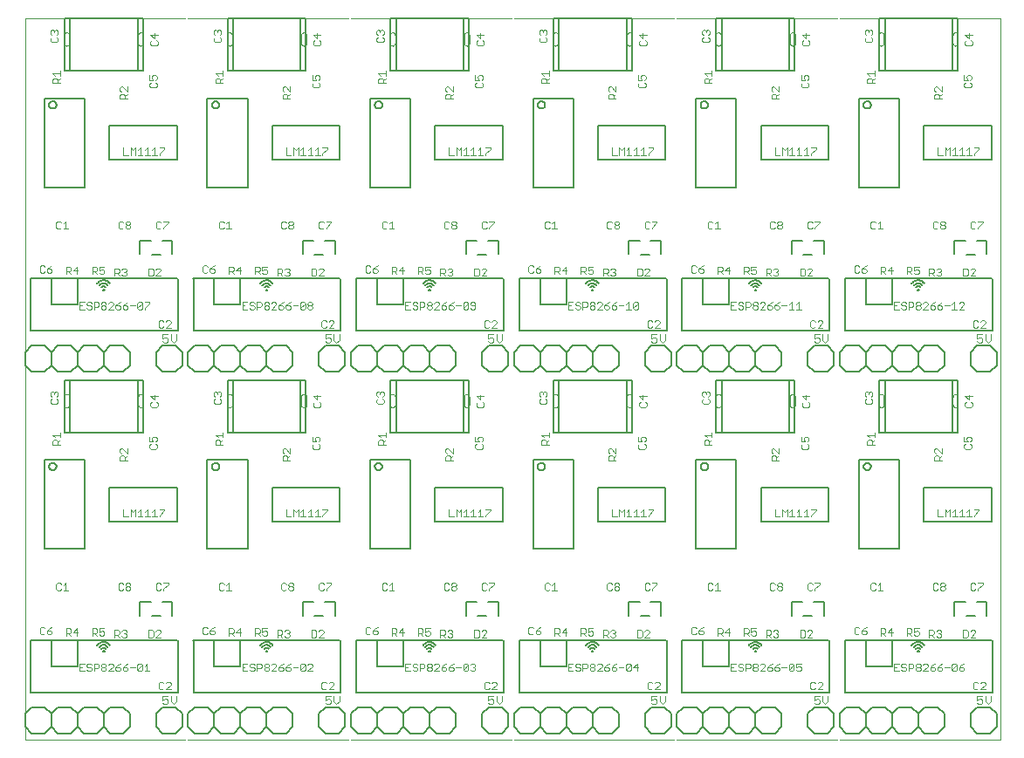
<source format=gto>
G75*
%MOIN*%
%OFA0B0*%
%FSLAX24Y24*%
%IPPOS*%
%LPD*%
%AMOC8*
5,1,8,0,0,1.08239X$1,22.5*
%
%ADD10C,0.0000*%
%ADD11C,0.0040*%
%ADD12C,0.0020*%
%ADD13C,0.0080*%
%ADD14C,0.0050*%
%ADD15C,0.0060*%
D10*
X000180Y002796D02*
X000180Y030360D01*
X006300Y030360D01*
X006400Y030360D02*
X012521Y030360D01*
X012621Y030360D02*
X018741Y030360D01*
X018841Y030360D02*
X024961Y030360D01*
X025062Y030360D02*
X031182Y030360D01*
X031282Y030360D02*
X037402Y030360D01*
X037402Y002796D01*
X031282Y002796D01*
X031182Y002796D02*
X025062Y002796D01*
X024961Y002796D02*
X018841Y002796D01*
X018741Y002796D02*
X012621Y002796D01*
X012521Y002796D02*
X006400Y002796D01*
X006300Y002796D02*
X000180Y002796D01*
X001664Y015601D02*
X001664Y015916D01*
X001665Y015916D02*
X001666Y015933D01*
X001671Y015950D01*
X001678Y015965D01*
X001688Y015979D01*
X001700Y015991D01*
X001714Y016001D01*
X001729Y016008D01*
X001746Y016013D01*
X001763Y016014D01*
X001780Y016013D01*
X001797Y016008D01*
X001812Y016001D01*
X001826Y015991D01*
X001838Y015979D01*
X001848Y015965D01*
X001855Y015950D01*
X001860Y015933D01*
X001861Y015916D01*
X001861Y015601D01*
X001763Y015503D02*
X001746Y015504D01*
X001729Y015509D01*
X001714Y015516D01*
X001700Y015526D01*
X001688Y015538D01*
X001678Y015552D01*
X001671Y015567D01*
X001666Y015584D01*
X001665Y015601D01*
X001763Y015503D02*
X001780Y015504D01*
X001797Y015509D01*
X001812Y015516D01*
X001826Y015526D01*
X001838Y015538D01*
X001848Y015552D01*
X001855Y015567D01*
X001860Y015584D01*
X001861Y015601D01*
X004499Y015601D02*
X004499Y015916D01*
X004500Y015933D01*
X004505Y015950D01*
X004512Y015965D01*
X004522Y015979D01*
X004534Y015991D01*
X004548Y016001D01*
X004563Y016008D01*
X004580Y016013D01*
X004597Y016014D01*
X004614Y016013D01*
X004631Y016008D01*
X004646Y016001D01*
X004660Y015991D01*
X004672Y015979D01*
X004682Y015965D01*
X004689Y015950D01*
X004694Y015933D01*
X004695Y015916D01*
X004696Y015916D02*
X004696Y015601D01*
X004597Y015503D02*
X004580Y015504D01*
X004563Y015509D01*
X004548Y015516D01*
X004534Y015526D01*
X004522Y015538D01*
X004512Y015552D01*
X004505Y015567D01*
X004500Y015584D01*
X004499Y015601D01*
X004597Y015503D02*
X004614Y015504D01*
X004631Y015509D01*
X004646Y015516D01*
X004660Y015526D01*
X004672Y015538D01*
X004682Y015552D01*
X004689Y015567D01*
X004694Y015584D01*
X004695Y015601D01*
X007885Y015601D02*
X007885Y015916D01*
X007886Y015933D01*
X007891Y015950D01*
X007898Y015965D01*
X007908Y015979D01*
X007920Y015991D01*
X007934Y016001D01*
X007949Y016008D01*
X007966Y016013D01*
X007983Y016014D01*
X008000Y016013D01*
X008017Y016008D01*
X008032Y016001D01*
X008046Y015991D01*
X008058Y015979D01*
X008068Y015965D01*
X008075Y015950D01*
X008080Y015933D01*
X008081Y015916D01*
X008082Y015916D02*
X008082Y015601D01*
X007983Y015503D02*
X007966Y015504D01*
X007949Y015509D01*
X007934Y015516D01*
X007920Y015526D01*
X007908Y015538D01*
X007898Y015552D01*
X007891Y015567D01*
X007886Y015584D01*
X007885Y015601D01*
X007983Y015503D02*
X008000Y015504D01*
X008017Y015509D01*
X008032Y015516D01*
X008046Y015526D01*
X008058Y015538D01*
X008068Y015552D01*
X008075Y015567D01*
X008080Y015584D01*
X008081Y015601D01*
X010719Y015601D02*
X010719Y015916D01*
X010720Y015916D02*
X010721Y015933D01*
X010726Y015950D01*
X010733Y015965D01*
X010743Y015979D01*
X010755Y015991D01*
X010769Y016001D01*
X010784Y016008D01*
X010801Y016013D01*
X010818Y016014D01*
X010835Y016013D01*
X010852Y016008D01*
X010867Y016001D01*
X010881Y015991D01*
X010893Y015979D01*
X010903Y015965D01*
X010910Y015950D01*
X010915Y015933D01*
X010916Y015916D01*
X010916Y015601D01*
X010818Y015503D02*
X010801Y015504D01*
X010784Y015509D01*
X010769Y015516D01*
X010755Y015526D01*
X010743Y015538D01*
X010733Y015552D01*
X010726Y015567D01*
X010721Y015584D01*
X010720Y015601D01*
X010818Y015503D02*
X010835Y015504D01*
X010852Y015509D01*
X010867Y015516D01*
X010881Y015526D01*
X010893Y015538D01*
X010903Y015552D01*
X010910Y015567D01*
X010915Y015584D01*
X010916Y015601D01*
X014105Y015601D02*
X014105Y015916D01*
X014106Y015916D02*
X014107Y015933D01*
X014112Y015950D01*
X014119Y015965D01*
X014129Y015979D01*
X014141Y015991D01*
X014155Y016001D01*
X014170Y016008D01*
X014187Y016013D01*
X014204Y016014D01*
X014221Y016013D01*
X014238Y016008D01*
X014253Y016001D01*
X014267Y015991D01*
X014279Y015979D01*
X014289Y015965D01*
X014296Y015950D01*
X014301Y015933D01*
X014302Y015916D01*
X014302Y015601D01*
X014204Y015503D02*
X014187Y015504D01*
X014170Y015509D01*
X014155Y015516D01*
X014141Y015526D01*
X014129Y015538D01*
X014119Y015552D01*
X014112Y015567D01*
X014107Y015584D01*
X014106Y015601D01*
X014204Y015503D02*
X014221Y015504D01*
X014238Y015509D01*
X014253Y015516D01*
X014267Y015526D01*
X014279Y015538D01*
X014289Y015552D01*
X014296Y015567D01*
X014301Y015584D01*
X014302Y015601D01*
X016940Y015601D02*
X016940Y015916D01*
X016941Y015933D01*
X016946Y015950D01*
X016953Y015965D01*
X016963Y015979D01*
X016975Y015991D01*
X016989Y016001D01*
X017004Y016008D01*
X017021Y016013D01*
X017038Y016014D01*
X017055Y016013D01*
X017072Y016008D01*
X017087Y016001D01*
X017101Y015991D01*
X017113Y015979D01*
X017123Y015965D01*
X017130Y015950D01*
X017135Y015933D01*
X017136Y015916D01*
X017137Y015916D02*
X017137Y015601D01*
X017038Y015503D02*
X017021Y015504D01*
X017004Y015509D01*
X016989Y015516D01*
X016975Y015526D01*
X016963Y015538D01*
X016953Y015552D01*
X016946Y015567D01*
X016941Y015584D01*
X016940Y015601D01*
X017038Y015503D02*
X017055Y015504D01*
X017072Y015509D01*
X017087Y015516D01*
X017101Y015526D01*
X017113Y015538D01*
X017123Y015552D01*
X017130Y015567D01*
X017135Y015584D01*
X017136Y015601D01*
X020326Y015601D02*
X020326Y015916D01*
X020327Y015933D01*
X020332Y015950D01*
X020339Y015965D01*
X020349Y015979D01*
X020361Y015991D01*
X020375Y016001D01*
X020390Y016008D01*
X020407Y016013D01*
X020424Y016014D01*
X020441Y016013D01*
X020458Y016008D01*
X020473Y016001D01*
X020487Y015991D01*
X020499Y015979D01*
X020509Y015965D01*
X020516Y015950D01*
X020521Y015933D01*
X020522Y015916D01*
X020523Y015916D02*
X020523Y015601D01*
X020424Y015503D02*
X020407Y015504D01*
X020390Y015509D01*
X020375Y015516D01*
X020361Y015526D01*
X020349Y015538D01*
X020339Y015552D01*
X020332Y015567D01*
X020327Y015584D01*
X020326Y015601D01*
X020424Y015503D02*
X020441Y015504D01*
X020458Y015509D01*
X020473Y015516D01*
X020487Y015526D01*
X020499Y015538D01*
X020509Y015552D01*
X020516Y015567D01*
X020521Y015584D01*
X020522Y015601D01*
X023160Y015601D02*
X023160Y015916D01*
X023161Y015916D02*
X023162Y015933D01*
X023167Y015950D01*
X023174Y015965D01*
X023184Y015979D01*
X023196Y015991D01*
X023210Y016001D01*
X023225Y016008D01*
X023242Y016013D01*
X023259Y016014D01*
X023276Y016013D01*
X023293Y016008D01*
X023308Y016001D01*
X023322Y015991D01*
X023334Y015979D01*
X023344Y015965D01*
X023351Y015950D01*
X023356Y015933D01*
X023357Y015916D01*
X023357Y015601D01*
X023259Y015503D02*
X023242Y015504D01*
X023225Y015509D01*
X023210Y015516D01*
X023196Y015526D01*
X023184Y015538D01*
X023174Y015552D01*
X023167Y015567D01*
X023162Y015584D01*
X023161Y015601D01*
X023259Y015503D02*
X023276Y015504D01*
X023293Y015509D01*
X023308Y015516D01*
X023322Y015526D01*
X023334Y015538D01*
X023344Y015552D01*
X023351Y015567D01*
X023356Y015584D01*
X023357Y015601D01*
X026546Y015601D02*
X026546Y015916D01*
X026547Y015916D02*
X026548Y015933D01*
X026553Y015950D01*
X026560Y015965D01*
X026570Y015979D01*
X026582Y015991D01*
X026596Y016001D01*
X026611Y016008D01*
X026628Y016013D01*
X026645Y016014D01*
X026662Y016013D01*
X026679Y016008D01*
X026694Y016001D01*
X026708Y015991D01*
X026720Y015979D01*
X026730Y015965D01*
X026737Y015950D01*
X026742Y015933D01*
X026743Y015916D01*
X026743Y015601D01*
X026645Y015503D02*
X026628Y015504D01*
X026611Y015509D01*
X026596Y015516D01*
X026582Y015526D01*
X026570Y015538D01*
X026560Y015552D01*
X026553Y015567D01*
X026548Y015584D01*
X026547Y015601D01*
X026645Y015503D02*
X026662Y015504D01*
X026679Y015509D01*
X026694Y015516D01*
X026708Y015526D01*
X026720Y015538D01*
X026730Y015552D01*
X026737Y015567D01*
X026742Y015584D01*
X026743Y015601D01*
X029381Y015601D02*
X029381Y015916D01*
X029382Y015933D01*
X029387Y015950D01*
X029394Y015965D01*
X029404Y015979D01*
X029416Y015991D01*
X029430Y016001D01*
X029445Y016008D01*
X029462Y016013D01*
X029479Y016014D01*
X029496Y016013D01*
X029513Y016008D01*
X029528Y016001D01*
X029542Y015991D01*
X029554Y015979D01*
X029564Y015965D01*
X029571Y015950D01*
X029576Y015933D01*
X029577Y015916D01*
X029578Y015916D02*
X029578Y015601D01*
X029479Y015503D02*
X029462Y015504D01*
X029445Y015509D01*
X029430Y015516D01*
X029416Y015526D01*
X029404Y015538D01*
X029394Y015552D01*
X029387Y015567D01*
X029382Y015584D01*
X029381Y015601D01*
X029479Y015503D02*
X029496Y015504D01*
X029513Y015509D01*
X029528Y015516D01*
X029542Y015526D01*
X029554Y015538D01*
X029564Y015552D01*
X029571Y015567D01*
X029576Y015584D01*
X029577Y015601D01*
X032767Y015601D02*
X032767Y015916D01*
X032768Y015933D01*
X032773Y015950D01*
X032780Y015965D01*
X032790Y015979D01*
X032802Y015991D01*
X032816Y016001D01*
X032831Y016008D01*
X032848Y016013D01*
X032865Y016014D01*
X032882Y016013D01*
X032899Y016008D01*
X032914Y016001D01*
X032928Y015991D01*
X032940Y015979D01*
X032950Y015965D01*
X032957Y015950D01*
X032962Y015933D01*
X032963Y015916D01*
X032963Y015601D01*
X032865Y015503D02*
X032848Y015504D01*
X032831Y015509D01*
X032816Y015516D01*
X032802Y015526D01*
X032790Y015538D01*
X032780Y015552D01*
X032773Y015567D01*
X032768Y015584D01*
X032767Y015601D01*
X032865Y015503D02*
X032882Y015504D01*
X032899Y015509D01*
X032914Y015516D01*
X032928Y015526D01*
X032940Y015538D01*
X032950Y015552D01*
X032957Y015567D01*
X032962Y015584D01*
X032963Y015601D01*
X035601Y015601D02*
X035601Y015916D01*
X035602Y015916D02*
X035603Y015933D01*
X035608Y015950D01*
X035615Y015965D01*
X035625Y015979D01*
X035637Y015991D01*
X035651Y016001D01*
X035666Y016008D01*
X035683Y016013D01*
X035700Y016014D01*
X035717Y016013D01*
X035734Y016008D01*
X035749Y016001D01*
X035763Y015991D01*
X035775Y015979D01*
X035785Y015965D01*
X035792Y015950D01*
X035797Y015933D01*
X035798Y015916D01*
X035798Y015601D01*
X035700Y015503D02*
X035683Y015504D01*
X035666Y015509D01*
X035651Y015516D01*
X035637Y015526D01*
X035625Y015538D01*
X035615Y015552D01*
X035608Y015567D01*
X035603Y015584D01*
X035602Y015601D01*
X035700Y015503D02*
X035717Y015504D01*
X035734Y015509D01*
X035749Y015516D01*
X035763Y015526D01*
X035775Y015538D01*
X035785Y015552D01*
X035792Y015567D01*
X035797Y015584D01*
X035798Y015601D01*
X035798Y029420D02*
X035798Y029735D01*
X035700Y029833D02*
X035683Y029832D01*
X035666Y029827D01*
X035651Y029820D01*
X035637Y029810D01*
X035625Y029798D01*
X035615Y029784D01*
X035608Y029769D01*
X035603Y029752D01*
X035602Y029735D01*
X035601Y029735D02*
X035601Y029420D01*
X035602Y029420D02*
X035603Y029403D01*
X035608Y029386D01*
X035615Y029371D01*
X035625Y029357D01*
X035637Y029345D01*
X035651Y029335D01*
X035666Y029328D01*
X035683Y029323D01*
X035700Y029322D01*
X035717Y029323D01*
X035734Y029328D01*
X035749Y029335D01*
X035763Y029345D01*
X035775Y029357D01*
X035785Y029371D01*
X035792Y029386D01*
X035797Y029403D01*
X035798Y029420D01*
X035798Y029735D02*
X035797Y029752D01*
X035792Y029769D01*
X035785Y029784D01*
X035775Y029798D01*
X035763Y029810D01*
X035749Y029820D01*
X035734Y029827D01*
X035717Y029832D01*
X035700Y029833D01*
X032963Y029735D02*
X032963Y029420D01*
X032865Y029322D02*
X032848Y029323D01*
X032831Y029328D01*
X032816Y029335D01*
X032802Y029345D01*
X032790Y029357D01*
X032780Y029371D01*
X032773Y029386D01*
X032768Y029403D01*
X032767Y029420D01*
X032767Y029735D01*
X032768Y029752D01*
X032773Y029769D01*
X032780Y029784D01*
X032790Y029798D01*
X032802Y029810D01*
X032816Y029820D01*
X032831Y029827D01*
X032848Y029832D01*
X032865Y029833D01*
X032882Y029832D01*
X032899Y029827D01*
X032914Y029820D01*
X032928Y029810D01*
X032940Y029798D01*
X032950Y029784D01*
X032957Y029769D01*
X032962Y029752D01*
X032963Y029735D01*
X032963Y029420D02*
X032962Y029403D01*
X032957Y029386D01*
X032950Y029371D01*
X032940Y029357D01*
X032928Y029345D01*
X032914Y029335D01*
X032899Y029328D01*
X032882Y029323D01*
X032865Y029322D01*
X029578Y029420D02*
X029578Y029735D01*
X029479Y029833D02*
X029462Y029832D01*
X029445Y029827D01*
X029430Y029820D01*
X029416Y029810D01*
X029404Y029798D01*
X029394Y029784D01*
X029387Y029769D01*
X029382Y029752D01*
X029381Y029735D01*
X029381Y029420D01*
X029382Y029403D01*
X029387Y029386D01*
X029394Y029371D01*
X029404Y029357D01*
X029416Y029345D01*
X029430Y029335D01*
X029445Y029328D01*
X029462Y029323D01*
X029479Y029322D01*
X029496Y029323D01*
X029513Y029328D01*
X029528Y029335D01*
X029542Y029345D01*
X029554Y029357D01*
X029564Y029371D01*
X029571Y029386D01*
X029576Y029403D01*
X029577Y029420D01*
X029577Y029735D02*
X029576Y029752D01*
X029571Y029769D01*
X029564Y029784D01*
X029554Y029798D01*
X029542Y029810D01*
X029528Y029820D01*
X029513Y029827D01*
X029496Y029832D01*
X029479Y029833D01*
X026743Y029735D02*
X026743Y029420D01*
X026645Y029322D02*
X026628Y029323D01*
X026611Y029328D01*
X026596Y029335D01*
X026582Y029345D01*
X026570Y029357D01*
X026560Y029371D01*
X026553Y029386D01*
X026548Y029403D01*
X026547Y029420D01*
X026546Y029420D02*
X026546Y029735D01*
X026547Y029735D02*
X026548Y029752D01*
X026553Y029769D01*
X026560Y029784D01*
X026570Y029798D01*
X026582Y029810D01*
X026596Y029820D01*
X026611Y029827D01*
X026628Y029832D01*
X026645Y029833D01*
X026662Y029832D01*
X026679Y029827D01*
X026694Y029820D01*
X026708Y029810D01*
X026720Y029798D01*
X026730Y029784D01*
X026737Y029769D01*
X026742Y029752D01*
X026743Y029735D01*
X026743Y029420D02*
X026742Y029403D01*
X026737Y029386D01*
X026730Y029371D01*
X026720Y029357D01*
X026708Y029345D01*
X026694Y029335D01*
X026679Y029328D01*
X026662Y029323D01*
X026645Y029322D01*
X023357Y029420D02*
X023357Y029735D01*
X023259Y029833D02*
X023242Y029832D01*
X023225Y029827D01*
X023210Y029820D01*
X023196Y029810D01*
X023184Y029798D01*
X023174Y029784D01*
X023167Y029769D01*
X023162Y029752D01*
X023161Y029735D01*
X023160Y029735D02*
X023160Y029420D01*
X023161Y029420D02*
X023162Y029403D01*
X023167Y029386D01*
X023174Y029371D01*
X023184Y029357D01*
X023196Y029345D01*
X023210Y029335D01*
X023225Y029328D01*
X023242Y029323D01*
X023259Y029322D01*
X023276Y029323D01*
X023293Y029328D01*
X023308Y029335D01*
X023322Y029345D01*
X023334Y029357D01*
X023344Y029371D01*
X023351Y029386D01*
X023356Y029403D01*
X023357Y029420D01*
X023357Y029735D02*
X023356Y029752D01*
X023351Y029769D01*
X023344Y029784D01*
X023334Y029798D01*
X023322Y029810D01*
X023308Y029820D01*
X023293Y029827D01*
X023276Y029832D01*
X023259Y029833D01*
X020523Y029735D02*
X020523Y029420D01*
X020424Y029322D02*
X020407Y029323D01*
X020390Y029328D01*
X020375Y029335D01*
X020361Y029345D01*
X020349Y029357D01*
X020339Y029371D01*
X020332Y029386D01*
X020327Y029403D01*
X020326Y029420D01*
X020326Y029735D01*
X020327Y029752D01*
X020332Y029769D01*
X020339Y029784D01*
X020349Y029798D01*
X020361Y029810D01*
X020375Y029820D01*
X020390Y029827D01*
X020407Y029832D01*
X020424Y029833D01*
X020441Y029832D01*
X020458Y029827D01*
X020473Y029820D01*
X020487Y029810D01*
X020499Y029798D01*
X020509Y029784D01*
X020516Y029769D01*
X020521Y029752D01*
X020522Y029735D01*
X020522Y029420D02*
X020521Y029403D01*
X020516Y029386D01*
X020509Y029371D01*
X020499Y029357D01*
X020487Y029345D01*
X020473Y029335D01*
X020458Y029328D01*
X020441Y029323D01*
X020424Y029322D01*
X017137Y029420D02*
X017137Y029735D01*
X017038Y029833D02*
X017021Y029832D01*
X017004Y029827D01*
X016989Y029820D01*
X016975Y029810D01*
X016963Y029798D01*
X016953Y029784D01*
X016946Y029769D01*
X016941Y029752D01*
X016940Y029735D01*
X016940Y029420D01*
X016941Y029403D01*
X016946Y029386D01*
X016953Y029371D01*
X016963Y029357D01*
X016975Y029345D01*
X016989Y029335D01*
X017004Y029328D01*
X017021Y029323D01*
X017038Y029322D01*
X017055Y029323D01*
X017072Y029328D01*
X017087Y029335D01*
X017101Y029345D01*
X017113Y029357D01*
X017123Y029371D01*
X017130Y029386D01*
X017135Y029403D01*
X017136Y029420D01*
X017136Y029735D02*
X017135Y029752D01*
X017130Y029769D01*
X017123Y029784D01*
X017113Y029798D01*
X017101Y029810D01*
X017087Y029820D01*
X017072Y029827D01*
X017055Y029832D01*
X017038Y029833D01*
X014302Y029735D02*
X014302Y029420D01*
X014204Y029322D02*
X014187Y029323D01*
X014170Y029328D01*
X014155Y029335D01*
X014141Y029345D01*
X014129Y029357D01*
X014119Y029371D01*
X014112Y029386D01*
X014107Y029403D01*
X014106Y029420D01*
X014105Y029420D02*
X014105Y029735D01*
X014106Y029735D02*
X014107Y029752D01*
X014112Y029769D01*
X014119Y029784D01*
X014129Y029798D01*
X014141Y029810D01*
X014155Y029820D01*
X014170Y029827D01*
X014187Y029832D01*
X014204Y029833D01*
X014221Y029832D01*
X014238Y029827D01*
X014253Y029820D01*
X014267Y029810D01*
X014279Y029798D01*
X014289Y029784D01*
X014296Y029769D01*
X014301Y029752D01*
X014302Y029735D01*
X014302Y029420D02*
X014301Y029403D01*
X014296Y029386D01*
X014289Y029371D01*
X014279Y029357D01*
X014267Y029345D01*
X014253Y029335D01*
X014238Y029328D01*
X014221Y029323D01*
X014204Y029322D01*
X010916Y029420D02*
X010916Y029735D01*
X010818Y029833D02*
X010801Y029832D01*
X010784Y029827D01*
X010769Y029820D01*
X010755Y029810D01*
X010743Y029798D01*
X010733Y029784D01*
X010726Y029769D01*
X010721Y029752D01*
X010720Y029735D01*
X010719Y029735D02*
X010719Y029420D01*
X010720Y029420D02*
X010721Y029403D01*
X010726Y029386D01*
X010733Y029371D01*
X010743Y029357D01*
X010755Y029345D01*
X010769Y029335D01*
X010784Y029328D01*
X010801Y029323D01*
X010818Y029322D01*
X010835Y029323D01*
X010852Y029328D01*
X010867Y029335D01*
X010881Y029345D01*
X010893Y029357D01*
X010903Y029371D01*
X010910Y029386D01*
X010915Y029403D01*
X010916Y029420D01*
X010916Y029735D02*
X010915Y029752D01*
X010910Y029769D01*
X010903Y029784D01*
X010893Y029798D01*
X010881Y029810D01*
X010867Y029820D01*
X010852Y029827D01*
X010835Y029832D01*
X010818Y029833D01*
X008082Y029735D02*
X008082Y029420D01*
X007983Y029322D02*
X007966Y029323D01*
X007949Y029328D01*
X007934Y029335D01*
X007920Y029345D01*
X007908Y029357D01*
X007898Y029371D01*
X007891Y029386D01*
X007886Y029403D01*
X007885Y029420D01*
X007885Y029735D01*
X007886Y029752D01*
X007891Y029769D01*
X007898Y029784D01*
X007908Y029798D01*
X007920Y029810D01*
X007934Y029820D01*
X007949Y029827D01*
X007966Y029832D01*
X007983Y029833D01*
X008000Y029832D01*
X008017Y029827D01*
X008032Y029820D01*
X008046Y029810D01*
X008058Y029798D01*
X008068Y029784D01*
X008075Y029769D01*
X008080Y029752D01*
X008081Y029735D01*
X008081Y029420D02*
X008080Y029403D01*
X008075Y029386D01*
X008068Y029371D01*
X008058Y029357D01*
X008046Y029345D01*
X008032Y029335D01*
X008017Y029328D01*
X008000Y029323D01*
X007983Y029322D01*
X004696Y029420D02*
X004696Y029735D01*
X004597Y029833D02*
X004580Y029832D01*
X004563Y029827D01*
X004548Y029820D01*
X004534Y029810D01*
X004522Y029798D01*
X004512Y029784D01*
X004505Y029769D01*
X004500Y029752D01*
X004499Y029735D01*
X004499Y029420D01*
X004500Y029403D01*
X004505Y029386D01*
X004512Y029371D01*
X004522Y029357D01*
X004534Y029345D01*
X004548Y029335D01*
X004563Y029328D01*
X004580Y029323D01*
X004597Y029322D01*
X004614Y029323D01*
X004631Y029328D01*
X004646Y029335D01*
X004660Y029345D01*
X004672Y029357D01*
X004682Y029371D01*
X004689Y029386D01*
X004694Y029403D01*
X004695Y029420D01*
X004695Y029735D02*
X004694Y029752D01*
X004689Y029769D01*
X004682Y029784D01*
X004672Y029798D01*
X004660Y029810D01*
X004646Y029820D01*
X004631Y029827D01*
X004614Y029832D01*
X004597Y029833D01*
X001861Y029735D02*
X001861Y029420D01*
X001763Y029322D02*
X001746Y029323D01*
X001729Y029328D01*
X001714Y029335D01*
X001700Y029345D01*
X001688Y029357D01*
X001678Y029371D01*
X001671Y029386D01*
X001666Y029403D01*
X001665Y029420D01*
X001664Y029420D02*
X001664Y029735D01*
X001665Y029735D02*
X001666Y029752D01*
X001671Y029769D01*
X001678Y029784D01*
X001688Y029798D01*
X001700Y029810D01*
X001714Y029820D01*
X001729Y029827D01*
X001746Y029832D01*
X001763Y029833D01*
X001780Y029832D01*
X001797Y029827D01*
X001812Y029820D01*
X001826Y029810D01*
X001838Y029798D01*
X001848Y029784D01*
X001855Y029769D01*
X001860Y029752D01*
X001861Y029735D01*
X001861Y029420D02*
X001860Y029403D01*
X001855Y029386D01*
X001848Y029371D01*
X001838Y029357D01*
X001826Y029345D01*
X001812Y029335D01*
X001797Y029328D01*
X001780Y029323D01*
X001763Y029322D01*
D11*
X005420Y018290D02*
X005420Y018135D01*
X005523Y018186D01*
X005575Y018186D01*
X005627Y018135D01*
X005627Y018031D01*
X005575Y017979D01*
X005472Y017979D01*
X005420Y018031D01*
X005420Y018290D02*
X005627Y018290D01*
X005742Y018290D02*
X005742Y018083D01*
X005846Y017979D01*
X005949Y018083D01*
X005949Y018290D01*
X011640Y018290D02*
X011640Y018135D01*
X011744Y018186D01*
X011796Y018186D01*
X011847Y018135D01*
X011847Y018031D01*
X011796Y017979D01*
X011692Y017979D01*
X011640Y018031D01*
X011640Y018290D02*
X011847Y018290D01*
X011963Y018290D02*
X011963Y018083D01*
X012066Y017979D01*
X012170Y018083D01*
X012170Y018290D01*
X017861Y018290D02*
X017861Y018135D01*
X017964Y018186D01*
X018016Y018186D01*
X018068Y018135D01*
X018068Y018031D01*
X018016Y017979D01*
X017913Y017979D01*
X017861Y018031D01*
X017861Y018290D02*
X018068Y018290D01*
X018183Y018290D02*
X018183Y018083D01*
X018287Y017979D01*
X018390Y018083D01*
X018390Y018290D01*
X024081Y018290D02*
X024081Y018135D01*
X024185Y018186D01*
X024237Y018186D01*
X024288Y018135D01*
X024288Y018031D01*
X024237Y017979D01*
X024133Y017979D01*
X024081Y018031D01*
X024081Y018290D02*
X024288Y018290D01*
X024404Y018290D02*
X024404Y018083D01*
X024507Y017979D01*
X024611Y018083D01*
X024611Y018290D01*
X030302Y018290D02*
X030302Y018135D01*
X030405Y018186D01*
X030457Y018186D01*
X030509Y018135D01*
X030509Y018031D01*
X030457Y017979D01*
X030354Y017979D01*
X030302Y018031D01*
X030302Y018290D02*
X030509Y018290D01*
X030624Y018290D02*
X030624Y018083D01*
X030728Y017979D01*
X030831Y018083D01*
X030831Y018290D01*
X036522Y018290D02*
X036522Y018135D01*
X036626Y018186D01*
X036677Y018186D01*
X036729Y018135D01*
X036729Y018031D01*
X036677Y017979D01*
X036574Y017979D01*
X036522Y018031D01*
X036522Y018290D02*
X036729Y018290D01*
X036845Y018290D02*
X036845Y018083D01*
X036948Y017979D01*
X037051Y018083D01*
X037051Y018290D01*
X037051Y004471D02*
X037051Y004264D01*
X036948Y004161D01*
X036845Y004264D01*
X036845Y004471D01*
X036729Y004471D02*
X036522Y004471D01*
X036522Y004316D01*
X036626Y004367D01*
X036677Y004367D01*
X036729Y004316D01*
X036729Y004212D01*
X036677Y004161D01*
X036574Y004161D01*
X036522Y004212D01*
X030831Y004264D02*
X030831Y004471D01*
X030624Y004471D02*
X030624Y004264D01*
X030728Y004161D01*
X030831Y004264D01*
X030509Y004316D02*
X030509Y004212D01*
X030457Y004161D01*
X030354Y004161D01*
X030302Y004212D01*
X030302Y004316D02*
X030405Y004367D01*
X030457Y004367D01*
X030509Y004316D01*
X030509Y004471D02*
X030302Y004471D01*
X030302Y004316D01*
X024611Y004264D02*
X024611Y004471D01*
X024611Y004264D02*
X024507Y004161D01*
X024404Y004264D01*
X024404Y004471D01*
X024288Y004471D02*
X024081Y004471D01*
X024081Y004316D01*
X024185Y004367D01*
X024237Y004367D01*
X024288Y004316D01*
X024288Y004212D01*
X024237Y004161D01*
X024133Y004161D01*
X024081Y004212D01*
X018390Y004264D02*
X018390Y004471D01*
X018183Y004471D02*
X018183Y004264D01*
X018287Y004161D01*
X018390Y004264D01*
X018068Y004316D02*
X018068Y004212D01*
X018016Y004161D01*
X017913Y004161D01*
X017861Y004212D01*
X017861Y004316D02*
X017964Y004367D01*
X018016Y004367D01*
X018068Y004316D01*
X018068Y004471D02*
X017861Y004471D01*
X017861Y004316D01*
X012170Y004264D02*
X012170Y004471D01*
X012170Y004264D02*
X012066Y004161D01*
X011963Y004264D01*
X011963Y004471D01*
X011847Y004471D02*
X011640Y004471D01*
X011640Y004316D01*
X011744Y004367D01*
X011796Y004367D01*
X011847Y004316D01*
X011847Y004212D01*
X011796Y004161D01*
X011692Y004161D01*
X011640Y004212D01*
X005949Y004264D02*
X005949Y004471D01*
X005742Y004471D02*
X005742Y004264D01*
X005846Y004161D01*
X005949Y004264D01*
X005627Y004316D02*
X005627Y004212D01*
X005575Y004161D01*
X005472Y004161D01*
X005420Y004212D01*
X005420Y004316D02*
X005523Y004367D01*
X005575Y004367D01*
X005627Y004316D01*
X005627Y004471D02*
X005420Y004471D01*
X005420Y004316D01*
D12*
X005418Y004731D02*
X005464Y004777D01*
X005418Y004731D02*
X005324Y004731D01*
X005278Y004777D01*
X005278Y004964D01*
X005324Y005011D01*
X005418Y005011D01*
X005464Y004964D01*
X005554Y004964D02*
X005600Y005011D01*
X005694Y005011D01*
X005741Y004964D01*
X005741Y004917D01*
X005554Y004731D01*
X005741Y004731D01*
X004925Y005431D02*
X004739Y005431D01*
X004832Y005431D02*
X004832Y005711D01*
X004739Y005617D01*
X004649Y005664D02*
X004462Y005477D01*
X004509Y005431D01*
X004603Y005431D01*
X004649Y005477D01*
X004649Y005664D01*
X004603Y005711D01*
X004509Y005711D01*
X004462Y005664D01*
X004462Y005477D01*
X004373Y005571D02*
X004186Y005571D01*
X004097Y005524D02*
X004050Y005571D01*
X003910Y005571D01*
X003910Y005477D01*
X003957Y005431D01*
X004050Y005431D01*
X004097Y005477D01*
X004097Y005524D01*
X004003Y005664D02*
X003910Y005571D01*
X003821Y005524D02*
X003774Y005571D01*
X003634Y005571D01*
X003634Y005477D01*
X003680Y005431D01*
X003774Y005431D01*
X003821Y005477D01*
X003821Y005524D01*
X003727Y005664D02*
X003634Y005571D01*
X003544Y005617D02*
X003544Y005664D01*
X003498Y005711D01*
X003404Y005711D01*
X003357Y005664D01*
X003268Y005664D02*
X003268Y005617D01*
X003221Y005571D01*
X003128Y005571D01*
X003081Y005617D01*
X003081Y005664D01*
X003128Y005711D01*
X003221Y005711D01*
X003268Y005664D01*
X003221Y005571D02*
X003268Y005524D01*
X003268Y005477D01*
X003221Y005431D01*
X003128Y005431D01*
X003081Y005477D01*
X003081Y005524D01*
X003128Y005571D01*
X002992Y005571D02*
X002945Y005524D01*
X002805Y005524D01*
X002716Y005524D02*
X002716Y005477D01*
X002669Y005431D01*
X002575Y005431D01*
X002529Y005477D01*
X002439Y005431D02*
X002253Y005431D01*
X002253Y005711D01*
X002439Y005711D01*
X002529Y005664D02*
X002575Y005711D01*
X002669Y005711D01*
X002716Y005664D01*
X002805Y005711D02*
X002945Y005711D01*
X002992Y005664D01*
X002992Y005571D01*
X002805Y005431D02*
X002805Y005711D01*
X002669Y005571D02*
X002716Y005524D01*
X002669Y005571D02*
X002575Y005571D01*
X002529Y005617D01*
X002529Y005664D01*
X002346Y005571D02*
X002253Y005571D01*
X003357Y005431D02*
X003544Y005617D01*
X003544Y005431D02*
X003357Y005431D01*
X003727Y005664D02*
X003821Y005711D01*
X004003Y005664D02*
X004097Y005711D01*
X004006Y006718D02*
X003913Y006718D01*
X003866Y006765D01*
X003777Y006718D02*
X003683Y006811D01*
X003730Y006811D02*
X003590Y006811D01*
X003590Y006718D02*
X003590Y006998D01*
X003730Y006998D01*
X003777Y006952D01*
X003777Y006858D01*
X003730Y006811D01*
X003866Y006952D02*
X003913Y006998D01*
X004006Y006998D01*
X004053Y006952D01*
X004053Y006905D01*
X004006Y006858D01*
X004053Y006811D01*
X004053Y006765D01*
X004006Y006718D01*
X004006Y006858D02*
X003960Y006858D01*
X003201Y006827D02*
X003154Y006781D01*
X003060Y006781D01*
X003014Y006827D01*
X003014Y006921D02*
X003107Y006967D01*
X003154Y006967D01*
X003201Y006921D01*
X003201Y006827D01*
X003014Y006921D02*
X003014Y007061D01*
X003201Y007061D01*
X002924Y007014D02*
X002924Y006921D01*
X002878Y006874D01*
X002738Y006874D01*
X002831Y006874D02*
X002924Y006781D01*
X002738Y006781D02*
X002738Y007061D01*
X002878Y007061D01*
X002924Y007014D01*
X002201Y006921D02*
X002014Y006921D01*
X002154Y007061D01*
X002154Y006781D01*
X001924Y006781D02*
X001831Y006874D01*
X001878Y006874D02*
X001738Y006874D01*
X001738Y006781D02*
X001738Y007061D01*
X001878Y007061D01*
X001924Y007014D01*
X001924Y006921D01*
X001878Y006874D01*
X001201Y006877D02*
X001201Y006924D01*
X001154Y006971D01*
X001014Y006971D01*
X001014Y006877D01*
X001060Y006831D01*
X001154Y006831D01*
X001201Y006877D01*
X001107Y007064D02*
X001014Y006971D01*
X000924Y007064D02*
X000878Y007111D01*
X000784Y007111D01*
X000738Y007064D01*
X000738Y006877D01*
X000784Y006831D01*
X000878Y006831D01*
X000924Y006877D01*
X001107Y007064D02*
X001201Y007111D01*
X001409Y008518D02*
X001503Y008518D01*
X001549Y008565D01*
X001639Y008518D02*
X001826Y008518D01*
X001732Y008518D02*
X001732Y008798D01*
X001639Y008705D01*
X001549Y008752D02*
X001503Y008798D01*
X001409Y008798D01*
X001363Y008752D01*
X001363Y008565D01*
X001409Y008518D01*
X003738Y008565D02*
X003784Y008518D01*
X003878Y008518D01*
X003924Y008565D01*
X004014Y008565D02*
X004060Y008518D01*
X004154Y008518D01*
X004201Y008565D01*
X004201Y008611D01*
X004154Y008658D01*
X004060Y008658D01*
X004014Y008705D01*
X004014Y008752D01*
X004060Y008798D01*
X004154Y008798D01*
X004201Y008752D01*
X004201Y008705D01*
X004154Y008658D01*
X004060Y008658D02*
X004014Y008611D01*
X004014Y008565D01*
X003924Y008752D02*
X003878Y008798D01*
X003784Y008798D01*
X003738Y008752D01*
X003738Y008565D01*
X005175Y008565D02*
X005222Y008518D01*
X005315Y008518D01*
X005362Y008565D01*
X005451Y008565D02*
X005451Y008518D01*
X005451Y008565D02*
X005638Y008752D01*
X005638Y008798D01*
X005451Y008798D01*
X005362Y008752D02*
X005315Y008798D01*
X005222Y008798D01*
X005175Y008752D01*
X005175Y008565D01*
X005213Y006998D02*
X005166Y006952D01*
X005213Y006998D02*
X005306Y006998D01*
X005353Y006952D01*
X005353Y006905D01*
X005166Y006718D01*
X005353Y006718D01*
X005077Y006765D02*
X005077Y006952D01*
X005030Y006998D01*
X004890Y006998D01*
X004890Y006718D01*
X005030Y006718D01*
X005077Y006765D01*
X006958Y006877D02*
X007005Y006831D01*
X007098Y006831D01*
X007145Y006877D01*
X007234Y006877D02*
X007281Y006831D01*
X007374Y006831D01*
X007421Y006877D01*
X007421Y006924D01*
X007374Y006971D01*
X007234Y006971D01*
X007234Y006877D01*
X007234Y006971D02*
X007328Y007064D01*
X007421Y007111D01*
X007145Y007064D02*
X007098Y007111D01*
X007005Y007111D01*
X006958Y007064D01*
X006958Y006877D01*
X007958Y006874D02*
X008098Y006874D01*
X008145Y006921D01*
X008145Y007014D01*
X008098Y007061D01*
X007958Y007061D01*
X007958Y006781D01*
X008051Y006874D02*
X008145Y006781D01*
X008234Y006921D02*
X008421Y006921D01*
X008374Y006781D02*
X008374Y007061D01*
X008234Y006921D01*
X008958Y006874D02*
X009098Y006874D01*
X009145Y006921D01*
X009145Y007014D01*
X009098Y007061D01*
X008958Y007061D01*
X008958Y006781D01*
X009051Y006874D02*
X009145Y006781D01*
X009234Y006827D02*
X009281Y006781D01*
X009374Y006781D01*
X009421Y006827D01*
X009421Y006921D01*
X009374Y006967D01*
X009328Y006967D01*
X009234Y006921D01*
X009234Y007061D01*
X009421Y007061D01*
X009810Y006998D02*
X009810Y006718D01*
X009810Y006811D02*
X009951Y006811D01*
X009997Y006858D01*
X009997Y006952D01*
X009951Y006998D01*
X009810Y006998D01*
X009904Y006811D02*
X009997Y006718D01*
X010087Y006765D02*
X010133Y006718D01*
X010227Y006718D01*
X010274Y006765D01*
X010274Y006811D01*
X010227Y006858D01*
X010180Y006858D01*
X010227Y006858D02*
X010274Y006905D01*
X010274Y006952D01*
X010227Y006998D01*
X010133Y006998D01*
X010087Y006952D01*
X011110Y006998D02*
X011110Y006718D01*
X011251Y006718D01*
X011297Y006765D01*
X011297Y006952D01*
X011251Y006998D01*
X011110Y006998D01*
X011387Y006952D02*
X011433Y006998D01*
X011527Y006998D01*
X011574Y006952D01*
X011574Y006905D01*
X011387Y006718D01*
X011574Y006718D01*
X011099Y005711D02*
X011006Y005711D01*
X010959Y005664D01*
X010870Y005664D02*
X010683Y005477D01*
X010730Y005431D01*
X010823Y005431D01*
X010870Y005477D01*
X010870Y005664D01*
X010823Y005711D01*
X010730Y005711D01*
X010683Y005664D01*
X010683Y005477D01*
X010593Y005571D02*
X010407Y005571D01*
X010317Y005524D02*
X010271Y005571D01*
X010130Y005571D01*
X010130Y005477D01*
X010177Y005431D01*
X010271Y005431D01*
X010317Y005477D01*
X010317Y005524D01*
X010224Y005664D02*
X010317Y005711D01*
X010224Y005664D02*
X010130Y005571D01*
X010041Y005524D02*
X009994Y005571D01*
X009854Y005571D01*
X009854Y005477D01*
X009901Y005431D01*
X009994Y005431D01*
X010041Y005477D01*
X010041Y005524D01*
X009948Y005664D02*
X009854Y005571D01*
X009765Y005617D02*
X009765Y005664D01*
X009718Y005711D01*
X009625Y005711D01*
X009578Y005664D01*
X009489Y005664D02*
X009442Y005711D01*
X009348Y005711D01*
X009302Y005664D01*
X009302Y005617D01*
X009348Y005571D01*
X009442Y005571D01*
X009489Y005524D01*
X009489Y005477D01*
X009442Y005431D01*
X009348Y005431D01*
X009302Y005477D01*
X009302Y005524D01*
X009348Y005571D01*
X009442Y005571D02*
X009489Y005617D01*
X009489Y005664D01*
X009578Y005431D02*
X009765Y005617D01*
X009765Y005431D02*
X009578Y005431D01*
X009212Y005571D02*
X009166Y005524D01*
X009025Y005524D01*
X008936Y005524D02*
X008936Y005477D01*
X008889Y005431D01*
X008796Y005431D01*
X008749Y005477D01*
X008660Y005431D02*
X008473Y005431D01*
X008473Y005711D01*
X008660Y005711D01*
X008749Y005664D02*
X008749Y005617D01*
X008796Y005571D01*
X008889Y005571D01*
X008936Y005524D01*
X009025Y005431D02*
X009025Y005711D01*
X009166Y005711D01*
X009212Y005664D01*
X009212Y005571D01*
X008936Y005664D02*
X008889Y005711D01*
X008796Y005711D01*
X008749Y005664D01*
X008566Y005571D02*
X008473Y005571D01*
X009948Y005664D02*
X010041Y005711D01*
X010959Y005431D02*
X011146Y005617D01*
X011146Y005664D01*
X011099Y005711D01*
X011146Y005431D02*
X010959Y005431D01*
X011498Y004964D02*
X011498Y004777D01*
X011545Y004731D01*
X011638Y004731D01*
X011685Y004777D01*
X011774Y004731D02*
X011961Y004917D01*
X011961Y004964D01*
X011914Y005011D01*
X011821Y005011D01*
X011774Y004964D01*
X011685Y004964D02*
X011638Y005011D01*
X011545Y005011D01*
X011498Y004964D01*
X011774Y004731D02*
X011961Y004731D01*
X013225Y006831D02*
X013319Y006831D01*
X013365Y006877D01*
X013455Y006877D02*
X013501Y006831D01*
X013595Y006831D01*
X013642Y006877D01*
X013642Y006924D01*
X013595Y006971D01*
X013455Y006971D01*
X013455Y006877D01*
X013455Y006971D02*
X013548Y007064D01*
X013642Y007111D01*
X013365Y007064D02*
X013319Y007111D01*
X013225Y007111D01*
X013178Y007064D01*
X013178Y006877D01*
X013225Y006831D01*
X014178Y006874D02*
X014319Y006874D01*
X014365Y006921D01*
X014365Y007014D01*
X014319Y007061D01*
X014178Y007061D01*
X014178Y006781D01*
X014272Y006874D02*
X014365Y006781D01*
X014455Y006921D02*
X014642Y006921D01*
X014595Y007061D02*
X014455Y006921D01*
X014595Y006781D02*
X014595Y007061D01*
X015178Y007061D02*
X015178Y006781D01*
X015178Y006874D02*
X015319Y006874D01*
X015365Y006921D01*
X015365Y007014D01*
X015319Y007061D01*
X015178Y007061D01*
X015272Y006874D02*
X015365Y006781D01*
X015455Y006827D02*
X015501Y006781D01*
X015595Y006781D01*
X015642Y006827D01*
X015642Y006921D01*
X015595Y006967D01*
X015548Y006967D01*
X015455Y006921D01*
X015455Y007061D01*
X015642Y007061D01*
X016031Y006998D02*
X016031Y006718D01*
X016031Y006811D02*
X016171Y006811D01*
X016218Y006858D01*
X016218Y006952D01*
X016171Y006998D01*
X016031Y006998D01*
X016124Y006811D02*
X016218Y006718D01*
X016307Y006765D02*
X016354Y006718D01*
X016447Y006718D01*
X016494Y006765D01*
X016494Y006811D01*
X016447Y006858D01*
X016401Y006858D01*
X016447Y006858D02*
X016494Y006905D01*
X016494Y006952D01*
X016447Y006998D01*
X016354Y006998D01*
X016307Y006952D01*
X017331Y006998D02*
X017331Y006718D01*
X017471Y006718D01*
X017518Y006765D01*
X017518Y006952D01*
X017471Y006998D01*
X017331Y006998D01*
X017607Y006952D02*
X017654Y006998D01*
X017747Y006998D01*
X017794Y006952D01*
X017794Y006905D01*
X017607Y006718D01*
X017794Y006718D01*
X017320Y005711D02*
X017366Y005664D01*
X017366Y005617D01*
X017320Y005571D01*
X017366Y005524D01*
X017366Y005477D01*
X017320Y005431D01*
X017226Y005431D01*
X017180Y005477D01*
X017090Y005477D02*
X017043Y005431D01*
X016950Y005431D01*
X016903Y005477D01*
X017090Y005664D01*
X017090Y005477D01*
X016903Y005477D02*
X016903Y005664D01*
X016950Y005711D01*
X017043Y005711D01*
X017090Y005664D01*
X017180Y005664D02*
X017226Y005711D01*
X017320Y005711D01*
X017320Y005571D02*
X017273Y005571D01*
X016814Y005571D02*
X016627Y005571D01*
X016538Y005524D02*
X016491Y005571D01*
X016351Y005571D01*
X016351Y005477D01*
X016398Y005431D01*
X016491Y005431D01*
X016538Y005477D01*
X016538Y005524D01*
X016444Y005664D02*
X016351Y005571D01*
X016261Y005524D02*
X016215Y005571D01*
X016075Y005571D01*
X016075Y005477D01*
X016121Y005431D01*
X016215Y005431D01*
X016261Y005477D01*
X016261Y005524D01*
X016168Y005664D02*
X016261Y005711D01*
X016168Y005664D02*
X016075Y005571D01*
X015985Y005617D02*
X015985Y005664D01*
X015939Y005711D01*
X015845Y005711D01*
X015798Y005664D01*
X015709Y005664D02*
X015709Y005617D01*
X015662Y005571D01*
X015569Y005571D01*
X015522Y005617D01*
X015522Y005664D01*
X015569Y005711D01*
X015662Y005711D01*
X015709Y005664D01*
X015662Y005571D02*
X015709Y005524D01*
X015709Y005477D01*
X015662Y005431D01*
X015569Y005431D01*
X015522Y005477D01*
X015522Y005524D01*
X015569Y005571D01*
X015433Y005571D02*
X015386Y005524D01*
X015246Y005524D01*
X015157Y005524D02*
X015157Y005477D01*
X015110Y005431D01*
X015016Y005431D01*
X014970Y005477D01*
X014880Y005431D02*
X014693Y005431D01*
X014693Y005711D01*
X014880Y005711D01*
X014970Y005664D02*
X015016Y005711D01*
X015110Y005711D01*
X015157Y005664D01*
X015246Y005711D02*
X015246Y005431D01*
X015157Y005524D02*
X015110Y005571D01*
X015016Y005571D01*
X014970Y005617D01*
X014970Y005664D01*
X014787Y005571D02*
X014693Y005571D01*
X015246Y005711D02*
X015386Y005711D01*
X015433Y005664D01*
X015433Y005571D01*
X015798Y005431D02*
X015985Y005617D01*
X015985Y005431D02*
X015798Y005431D01*
X016444Y005664D02*
X016538Y005711D01*
X017718Y004964D02*
X017718Y004777D01*
X017765Y004731D01*
X017859Y004731D01*
X017905Y004777D01*
X017995Y004731D02*
X018182Y004917D01*
X018182Y004964D01*
X018135Y005011D01*
X018041Y005011D01*
X017995Y004964D01*
X017905Y004964D02*
X017859Y005011D01*
X017765Y005011D01*
X017718Y004964D01*
X017995Y004731D02*
X018182Y004731D01*
X019446Y006831D02*
X019399Y006877D01*
X019399Y007064D01*
X019446Y007111D01*
X019539Y007111D01*
X019586Y007064D01*
X019675Y006971D02*
X019769Y007064D01*
X019862Y007111D01*
X019815Y006971D02*
X019675Y006971D01*
X019675Y006877D01*
X019722Y006831D01*
X019815Y006831D01*
X019862Y006877D01*
X019862Y006924D01*
X019815Y006971D01*
X019586Y006877D02*
X019539Y006831D01*
X019446Y006831D01*
X020399Y006874D02*
X020539Y006874D01*
X020586Y006921D01*
X020586Y007014D01*
X020539Y007061D01*
X020399Y007061D01*
X020399Y006781D01*
X020492Y006874D02*
X020586Y006781D01*
X020675Y006921D02*
X020815Y007061D01*
X020815Y006781D01*
X020862Y006921D02*
X020675Y006921D01*
X021399Y006874D02*
X021539Y006874D01*
X021586Y006921D01*
X021586Y007014D01*
X021539Y007061D01*
X021399Y007061D01*
X021399Y006781D01*
X021492Y006874D02*
X021586Y006781D01*
X021675Y006827D02*
X021722Y006781D01*
X021815Y006781D01*
X021862Y006827D01*
X021862Y006921D01*
X021815Y006967D01*
X021769Y006967D01*
X021675Y006921D01*
X021675Y007061D01*
X021862Y007061D01*
X022251Y006998D02*
X022251Y006718D01*
X022251Y006811D02*
X022392Y006811D01*
X022438Y006858D01*
X022438Y006952D01*
X022392Y006998D01*
X022251Y006998D01*
X022345Y006811D02*
X022438Y006718D01*
X022528Y006765D02*
X022574Y006718D01*
X022668Y006718D01*
X022714Y006765D01*
X022714Y006811D01*
X022668Y006858D01*
X022621Y006858D01*
X022668Y006858D02*
X022714Y006905D01*
X022714Y006952D01*
X022668Y006998D01*
X022574Y006998D01*
X022528Y006952D01*
X023551Y006998D02*
X023551Y006718D01*
X023692Y006718D01*
X023738Y006765D01*
X023738Y006952D01*
X023692Y006998D01*
X023551Y006998D01*
X023828Y006952D02*
X023874Y006998D01*
X023968Y006998D01*
X024014Y006952D01*
X024014Y006905D01*
X023828Y006718D01*
X024014Y006718D01*
X023540Y005711D02*
X023400Y005571D01*
X023587Y005571D01*
X023540Y005431D02*
X023540Y005711D01*
X023311Y005664D02*
X023124Y005477D01*
X023171Y005431D01*
X023264Y005431D01*
X023311Y005477D01*
X023311Y005664D01*
X023264Y005711D01*
X023171Y005711D01*
X023124Y005664D01*
X023124Y005477D01*
X023034Y005571D02*
X022848Y005571D01*
X022758Y005524D02*
X022711Y005571D01*
X022571Y005571D01*
X022571Y005477D01*
X022618Y005431D01*
X022711Y005431D01*
X022758Y005477D01*
X022758Y005524D01*
X022665Y005664D02*
X022571Y005571D01*
X022482Y005524D02*
X022435Y005571D01*
X022295Y005571D01*
X022295Y005477D01*
X022342Y005431D01*
X022435Y005431D01*
X022482Y005477D01*
X022482Y005524D01*
X022389Y005664D02*
X022295Y005571D01*
X022206Y005617D02*
X022206Y005664D01*
X022159Y005711D01*
X022066Y005711D01*
X022019Y005664D01*
X021929Y005664D02*
X021929Y005617D01*
X021883Y005571D01*
X021789Y005571D01*
X021743Y005617D01*
X021743Y005664D01*
X021789Y005711D01*
X021883Y005711D01*
X021929Y005664D01*
X021883Y005571D02*
X021929Y005524D01*
X021929Y005477D01*
X021883Y005431D01*
X021789Y005431D01*
X021743Y005477D01*
X021743Y005524D01*
X021789Y005571D01*
X021653Y005571D02*
X021607Y005524D01*
X021466Y005524D01*
X021377Y005524D02*
X021377Y005477D01*
X021330Y005431D01*
X021237Y005431D01*
X021190Y005477D01*
X021101Y005431D02*
X020914Y005431D01*
X020914Y005711D01*
X021101Y005711D01*
X021190Y005664D02*
X021237Y005711D01*
X021330Y005711D01*
X021377Y005664D01*
X021466Y005711D02*
X021607Y005711D01*
X021653Y005664D01*
X021653Y005571D01*
X021466Y005431D02*
X021466Y005711D01*
X021330Y005571D02*
X021377Y005524D01*
X021330Y005571D02*
X021237Y005571D01*
X021190Y005617D01*
X021190Y005664D01*
X021007Y005571D02*
X020914Y005571D01*
X022019Y005431D02*
X022206Y005617D01*
X022206Y005431D02*
X022019Y005431D01*
X022389Y005664D02*
X022482Y005711D01*
X022665Y005664D02*
X022758Y005711D01*
X023939Y004964D02*
X023939Y004777D01*
X023986Y004731D01*
X024079Y004731D01*
X024126Y004777D01*
X024215Y004731D02*
X024402Y004917D01*
X024402Y004964D01*
X024355Y005011D01*
X024262Y005011D01*
X024215Y004964D01*
X024126Y004964D02*
X024079Y005011D01*
X023986Y005011D01*
X023939Y004964D01*
X024215Y004731D02*
X024402Y004731D01*
X025666Y006831D02*
X025760Y006831D01*
X025806Y006877D01*
X025896Y006877D02*
X025942Y006831D01*
X026036Y006831D01*
X026082Y006877D01*
X026082Y006924D01*
X026036Y006971D01*
X025896Y006971D01*
X025896Y006877D01*
X025896Y006971D02*
X025989Y007064D01*
X026082Y007111D01*
X025806Y007064D02*
X025760Y007111D01*
X025666Y007111D01*
X025619Y007064D01*
X025619Y006877D01*
X025666Y006831D01*
X026619Y006874D02*
X026760Y006874D01*
X026806Y006921D01*
X026806Y007014D01*
X026760Y007061D01*
X026619Y007061D01*
X026619Y006781D01*
X026713Y006874D02*
X026806Y006781D01*
X026896Y006921D02*
X027082Y006921D01*
X027036Y006781D02*
X027036Y007061D01*
X026896Y006921D01*
X027619Y006874D02*
X027760Y006874D01*
X027806Y006921D01*
X027806Y007014D01*
X027760Y007061D01*
X027619Y007061D01*
X027619Y006781D01*
X027713Y006874D02*
X027806Y006781D01*
X027896Y006827D02*
X027942Y006781D01*
X028036Y006781D01*
X028082Y006827D01*
X028082Y006921D01*
X028036Y006967D01*
X027989Y006967D01*
X027896Y006921D01*
X027896Y007061D01*
X028082Y007061D01*
X028472Y006998D02*
X028472Y006718D01*
X028472Y006811D02*
X028612Y006811D01*
X028659Y006858D01*
X028659Y006952D01*
X028612Y006998D01*
X028472Y006998D01*
X028565Y006811D02*
X028659Y006718D01*
X028748Y006765D02*
X028795Y006718D01*
X028888Y006718D01*
X028935Y006765D01*
X028935Y006811D01*
X028888Y006858D01*
X028842Y006858D01*
X028888Y006858D02*
X028935Y006905D01*
X028935Y006952D01*
X028888Y006998D01*
X028795Y006998D01*
X028748Y006952D01*
X029772Y006998D02*
X029772Y006718D01*
X029912Y006718D01*
X029959Y006765D01*
X029959Y006952D01*
X029912Y006998D01*
X029772Y006998D01*
X030048Y006952D02*
X030095Y006998D01*
X030188Y006998D01*
X030235Y006952D01*
X030235Y006905D01*
X030048Y006718D01*
X030235Y006718D01*
X029807Y005711D02*
X029621Y005711D01*
X029621Y005571D01*
X029714Y005617D01*
X029761Y005617D01*
X029807Y005571D01*
X029807Y005477D01*
X029761Y005431D01*
X029667Y005431D01*
X029621Y005477D01*
X029531Y005477D02*
X029484Y005431D01*
X029391Y005431D01*
X029344Y005477D01*
X029531Y005664D01*
X029531Y005477D01*
X029344Y005477D02*
X029344Y005664D01*
X029391Y005711D01*
X029484Y005711D01*
X029531Y005664D01*
X029255Y005571D02*
X029068Y005571D01*
X028979Y005524D02*
X028932Y005571D01*
X028792Y005571D01*
X028792Y005477D01*
X028839Y005431D01*
X028932Y005431D01*
X028979Y005477D01*
X028979Y005524D01*
X028885Y005664D02*
X028979Y005711D01*
X028885Y005664D02*
X028792Y005571D01*
X028702Y005524D02*
X028656Y005571D01*
X028516Y005571D01*
X028516Y005477D01*
X028562Y005431D01*
X028656Y005431D01*
X028702Y005477D01*
X028702Y005524D01*
X028609Y005664D02*
X028516Y005571D01*
X028426Y005617D02*
X028426Y005664D01*
X028379Y005711D01*
X028286Y005711D01*
X028239Y005664D01*
X028150Y005664D02*
X028150Y005617D01*
X028103Y005571D01*
X028010Y005571D01*
X027963Y005617D01*
X027963Y005664D01*
X028010Y005711D01*
X028103Y005711D01*
X028150Y005664D01*
X028103Y005571D02*
X028150Y005524D01*
X028150Y005477D01*
X028103Y005431D01*
X028010Y005431D01*
X027963Y005477D01*
X027963Y005524D01*
X028010Y005571D01*
X027874Y005571D02*
X027827Y005524D01*
X027687Y005524D01*
X027597Y005524D02*
X027597Y005477D01*
X027551Y005431D01*
X027457Y005431D01*
X027411Y005477D01*
X027321Y005431D02*
X027134Y005431D01*
X027134Y005711D01*
X027321Y005711D01*
X027411Y005664D02*
X027457Y005711D01*
X027551Y005711D01*
X027597Y005664D01*
X027687Y005711D02*
X027687Y005431D01*
X027597Y005524D02*
X027551Y005571D01*
X027457Y005571D01*
X027411Y005617D01*
X027411Y005664D01*
X027228Y005571D02*
X027134Y005571D01*
X027687Y005711D02*
X027827Y005711D01*
X027874Y005664D01*
X027874Y005571D01*
X028239Y005431D02*
X028426Y005617D01*
X028426Y005431D02*
X028239Y005431D01*
X028609Y005664D02*
X028702Y005711D01*
X030159Y004964D02*
X030159Y004777D01*
X030206Y004731D01*
X030300Y004731D01*
X030346Y004777D01*
X030436Y004731D02*
X030622Y004917D01*
X030622Y004964D01*
X030576Y005011D01*
X030482Y005011D01*
X030436Y004964D01*
X030346Y004964D02*
X030300Y005011D01*
X030206Y005011D01*
X030159Y004964D01*
X030436Y004731D02*
X030622Y004731D01*
X031887Y006831D02*
X031980Y006831D01*
X032027Y006877D01*
X032116Y006877D02*
X032163Y006831D01*
X032256Y006831D01*
X032303Y006877D01*
X032303Y006924D01*
X032256Y006971D01*
X032116Y006971D01*
X032116Y006877D01*
X032116Y006971D02*
X032210Y007064D01*
X032303Y007111D01*
X032027Y007064D02*
X031980Y007111D01*
X031887Y007111D01*
X031840Y007064D01*
X031840Y006877D01*
X031887Y006831D01*
X032840Y006874D02*
X032980Y006874D01*
X033027Y006921D01*
X033027Y007014D01*
X032980Y007061D01*
X032840Y007061D01*
X032840Y006781D01*
X032933Y006874D02*
X033027Y006781D01*
X033116Y006921D02*
X033303Y006921D01*
X033256Y006781D02*
X033256Y007061D01*
X033116Y006921D01*
X033840Y006874D02*
X033980Y006874D01*
X034027Y006921D01*
X034027Y007014D01*
X033980Y007061D01*
X033840Y007061D01*
X033840Y006781D01*
X033933Y006874D02*
X034027Y006781D01*
X034116Y006827D02*
X034163Y006781D01*
X034256Y006781D01*
X034303Y006827D01*
X034303Y006921D01*
X034256Y006967D01*
X034210Y006967D01*
X034116Y006921D01*
X034116Y007061D01*
X034303Y007061D01*
X034692Y006998D02*
X034692Y006718D01*
X034692Y006811D02*
X034832Y006811D01*
X034879Y006858D01*
X034879Y006952D01*
X034832Y006998D01*
X034692Y006998D01*
X034786Y006811D02*
X034879Y006718D01*
X034969Y006765D02*
X035015Y006718D01*
X035109Y006718D01*
X035155Y006765D01*
X035155Y006811D01*
X035109Y006858D01*
X035062Y006858D01*
X035109Y006858D02*
X035155Y006905D01*
X035155Y006952D01*
X035109Y006998D01*
X035015Y006998D01*
X034969Y006952D01*
X035992Y006998D02*
X035992Y006718D01*
X036132Y006718D01*
X036179Y006765D01*
X036179Y006952D01*
X036132Y006998D01*
X035992Y006998D01*
X036269Y006952D02*
X036315Y006998D01*
X036409Y006998D01*
X036455Y006952D01*
X036455Y006905D01*
X036269Y006718D01*
X036455Y006718D01*
X036028Y005711D02*
X035934Y005664D01*
X035841Y005571D01*
X035981Y005571D01*
X036028Y005524D01*
X036028Y005477D01*
X035981Y005431D01*
X035888Y005431D01*
X035841Y005477D01*
X035841Y005571D01*
X035752Y005664D02*
X035565Y005477D01*
X035611Y005431D01*
X035705Y005431D01*
X035752Y005477D01*
X035752Y005664D01*
X035705Y005711D01*
X035611Y005711D01*
X035565Y005664D01*
X035565Y005477D01*
X035475Y005571D02*
X035289Y005571D01*
X035199Y005524D02*
X035152Y005571D01*
X035012Y005571D01*
X035012Y005477D01*
X035059Y005431D01*
X035152Y005431D01*
X035199Y005477D01*
X035199Y005524D01*
X035106Y005664D02*
X035012Y005571D01*
X034923Y005524D02*
X034876Y005571D01*
X034736Y005571D01*
X034736Y005477D01*
X034783Y005431D01*
X034876Y005431D01*
X034923Y005477D01*
X034923Y005524D01*
X034829Y005664D02*
X034923Y005711D01*
X034829Y005664D02*
X034736Y005571D01*
X034647Y005617D02*
X034647Y005664D01*
X034600Y005711D01*
X034507Y005711D01*
X034460Y005664D01*
X034370Y005664D02*
X034324Y005711D01*
X034230Y005711D01*
X034184Y005664D01*
X034184Y005617D01*
X034230Y005571D01*
X034324Y005571D01*
X034370Y005524D01*
X034370Y005477D01*
X034324Y005431D01*
X034230Y005431D01*
X034184Y005477D01*
X034184Y005524D01*
X034230Y005571D01*
X034324Y005571D02*
X034370Y005617D01*
X034370Y005664D01*
X034460Y005431D02*
X034647Y005617D01*
X034647Y005431D02*
X034460Y005431D01*
X034094Y005571D02*
X034047Y005524D01*
X033907Y005524D01*
X033818Y005524D02*
X033818Y005477D01*
X033771Y005431D01*
X033678Y005431D01*
X033631Y005477D01*
X033542Y005431D02*
X033355Y005431D01*
X033355Y005711D01*
X033542Y005711D01*
X033631Y005664D02*
X033631Y005617D01*
X033678Y005571D01*
X033771Y005571D01*
X033818Y005524D01*
X033907Y005431D02*
X033907Y005711D01*
X034047Y005711D01*
X034094Y005664D01*
X034094Y005571D01*
X033818Y005664D02*
X033771Y005711D01*
X033678Y005711D01*
X033631Y005664D01*
X033448Y005571D02*
X033355Y005571D01*
X035106Y005664D02*
X035199Y005711D01*
X036380Y004964D02*
X036380Y004777D01*
X036427Y004731D01*
X036520Y004731D01*
X036567Y004777D01*
X036656Y004731D02*
X036843Y004917D01*
X036843Y004964D01*
X036796Y005011D01*
X036703Y005011D01*
X036656Y004964D01*
X036567Y004964D02*
X036520Y005011D01*
X036427Y005011D01*
X036380Y004964D01*
X036656Y004731D02*
X036843Y004731D01*
X036554Y008518D02*
X036554Y008565D01*
X036740Y008752D01*
X036740Y008798D01*
X036554Y008798D01*
X036464Y008752D02*
X036418Y008798D01*
X036324Y008798D01*
X036277Y008752D01*
X036277Y008565D01*
X036324Y008518D01*
X036418Y008518D01*
X036464Y008565D01*
X035303Y008565D02*
X035256Y008518D01*
X035163Y008518D01*
X035116Y008565D01*
X035116Y008611D01*
X035163Y008658D01*
X035256Y008658D01*
X035303Y008611D01*
X035303Y008565D01*
X035256Y008658D02*
X035303Y008705D01*
X035303Y008752D01*
X035256Y008798D01*
X035163Y008798D01*
X035116Y008752D01*
X035116Y008705D01*
X035163Y008658D01*
X035027Y008565D02*
X034980Y008518D01*
X034887Y008518D01*
X034840Y008565D01*
X034840Y008752D01*
X034887Y008798D01*
X034980Y008798D01*
X035027Y008752D01*
X032928Y008518D02*
X032741Y008518D01*
X032835Y008518D02*
X032835Y008798D01*
X032741Y008705D01*
X032652Y008752D02*
X032605Y008798D01*
X032512Y008798D01*
X032465Y008752D01*
X032465Y008565D01*
X032512Y008518D01*
X032605Y008518D01*
X032652Y008565D01*
X030520Y008752D02*
X030333Y008565D01*
X030333Y008518D01*
X030244Y008565D02*
X030197Y008518D01*
X030104Y008518D01*
X030057Y008565D01*
X030057Y008752D01*
X030104Y008798D01*
X030197Y008798D01*
X030244Y008752D01*
X030333Y008798D02*
X030520Y008798D01*
X030520Y008752D01*
X029082Y008752D02*
X029082Y008705D01*
X029036Y008658D01*
X028942Y008658D01*
X028896Y008705D01*
X028896Y008752D01*
X028942Y008798D01*
X029036Y008798D01*
X029082Y008752D01*
X029036Y008658D02*
X029082Y008611D01*
X029082Y008565D01*
X029036Y008518D01*
X028942Y008518D01*
X028896Y008565D01*
X028896Y008611D01*
X028942Y008658D01*
X028806Y008565D02*
X028760Y008518D01*
X028666Y008518D01*
X028619Y008565D01*
X028619Y008752D01*
X028666Y008798D01*
X028760Y008798D01*
X028806Y008752D01*
X026707Y008518D02*
X026521Y008518D01*
X026614Y008518D02*
X026614Y008798D01*
X026521Y008705D01*
X026431Y008752D02*
X026385Y008798D01*
X026291Y008798D01*
X026244Y008752D01*
X026244Y008565D01*
X026291Y008518D01*
X026385Y008518D01*
X026431Y008565D01*
X024300Y008752D02*
X024113Y008565D01*
X024113Y008518D01*
X024023Y008565D02*
X023977Y008518D01*
X023883Y008518D01*
X023836Y008565D01*
X023836Y008752D01*
X023883Y008798D01*
X023977Y008798D01*
X024023Y008752D01*
X024113Y008798D02*
X024300Y008798D01*
X024300Y008752D01*
X022862Y008752D02*
X022862Y008705D01*
X022815Y008658D01*
X022722Y008658D01*
X022675Y008705D01*
X022675Y008752D01*
X022722Y008798D01*
X022815Y008798D01*
X022862Y008752D01*
X022815Y008658D02*
X022862Y008611D01*
X022862Y008565D01*
X022815Y008518D01*
X022722Y008518D01*
X022675Y008565D01*
X022675Y008611D01*
X022722Y008658D01*
X022586Y008565D02*
X022539Y008518D01*
X022446Y008518D01*
X022399Y008565D01*
X022399Y008752D01*
X022446Y008798D01*
X022539Y008798D01*
X022586Y008752D01*
X020487Y008518D02*
X020300Y008518D01*
X020394Y008518D02*
X020394Y008798D01*
X020300Y008705D01*
X020211Y008752D02*
X020164Y008798D01*
X020071Y008798D01*
X020024Y008752D01*
X020024Y008565D01*
X020071Y008518D01*
X020164Y008518D01*
X020211Y008565D01*
X018079Y008752D02*
X017892Y008565D01*
X017892Y008518D01*
X017803Y008565D02*
X017756Y008518D01*
X017663Y008518D01*
X017616Y008565D01*
X017616Y008752D01*
X017663Y008798D01*
X017756Y008798D01*
X017803Y008752D01*
X017892Y008798D02*
X018079Y008798D01*
X018079Y008752D01*
X016642Y008752D02*
X016642Y008705D01*
X016595Y008658D01*
X016501Y008658D01*
X016455Y008705D01*
X016455Y008752D01*
X016501Y008798D01*
X016595Y008798D01*
X016642Y008752D01*
X016595Y008658D02*
X016642Y008611D01*
X016642Y008565D01*
X016595Y008518D01*
X016501Y008518D01*
X016455Y008565D01*
X016455Y008611D01*
X016501Y008658D01*
X016365Y008565D02*
X016319Y008518D01*
X016225Y008518D01*
X016178Y008565D01*
X016178Y008752D01*
X016225Y008798D01*
X016319Y008798D01*
X016365Y008752D01*
X014267Y008518D02*
X014080Y008518D01*
X014173Y008518D02*
X014173Y008798D01*
X014080Y008705D01*
X013990Y008752D02*
X013944Y008798D01*
X013850Y008798D01*
X013803Y008752D01*
X013803Y008565D01*
X013850Y008518D01*
X013944Y008518D01*
X013990Y008565D01*
X011859Y008752D02*
X011672Y008565D01*
X011672Y008518D01*
X011582Y008565D02*
X011536Y008518D01*
X011442Y008518D01*
X011396Y008565D01*
X011396Y008752D01*
X011442Y008798D01*
X011536Y008798D01*
X011582Y008752D01*
X011672Y008798D02*
X011859Y008798D01*
X011859Y008752D01*
X010421Y008752D02*
X010421Y008705D01*
X010374Y008658D01*
X010281Y008658D01*
X010234Y008705D01*
X010234Y008752D01*
X010281Y008798D01*
X010374Y008798D01*
X010421Y008752D01*
X010374Y008658D02*
X010421Y008611D01*
X010421Y008565D01*
X010374Y008518D01*
X010281Y008518D01*
X010234Y008565D01*
X010234Y008611D01*
X010281Y008658D01*
X010145Y008565D02*
X010098Y008518D01*
X010005Y008518D01*
X009958Y008565D01*
X009958Y008752D01*
X010005Y008798D01*
X010098Y008798D01*
X010145Y008752D01*
X008046Y008518D02*
X007859Y008518D01*
X007953Y008518D02*
X007953Y008798D01*
X007859Y008705D01*
X007770Y008752D02*
X007723Y008798D01*
X007630Y008798D01*
X007583Y008752D01*
X007583Y008565D01*
X007630Y008518D01*
X007723Y008518D01*
X007770Y008565D01*
X010148Y011331D02*
X010335Y011331D01*
X010424Y011331D02*
X010424Y011611D01*
X010518Y011517D01*
X010611Y011611D01*
X010611Y011331D01*
X010700Y011331D02*
X010887Y011331D01*
X010977Y011331D02*
X011164Y011331D01*
X011253Y011331D02*
X011440Y011331D01*
X011529Y011331D02*
X011529Y011377D01*
X011716Y011564D01*
X011716Y011611D01*
X011529Y011611D01*
X011346Y011611D02*
X011346Y011331D01*
X011253Y011517D02*
X011346Y011611D01*
X011070Y011611D02*
X011070Y011331D01*
X010977Y011517D02*
X011070Y011611D01*
X010794Y011611D02*
X010794Y011331D01*
X010700Y011517D02*
X010794Y011611D01*
X010148Y011611D02*
X010148Y011331D01*
X010197Y013478D02*
X010197Y013618D01*
X010150Y013665D01*
X010057Y013665D01*
X010010Y013618D01*
X010010Y013478D01*
X010290Y013478D01*
X010197Y013571D02*
X010290Y013665D01*
X010290Y013754D02*
X010104Y013941D01*
X010057Y013941D01*
X010010Y013894D01*
X010010Y013801D01*
X010057Y013754D01*
X010290Y013754D02*
X010290Y013941D01*
X011148Y013962D02*
X011194Y013916D01*
X011381Y013916D01*
X011428Y013962D01*
X011428Y014056D01*
X011381Y014102D01*
X011381Y014192D02*
X011428Y014239D01*
X011428Y014332D01*
X011381Y014379D01*
X011288Y014379D01*
X011241Y014332D01*
X011241Y014285D01*
X011288Y014192D01*
X011148Y014192D01*
X011148Y014379D01*
X011194Y014102D02*
X011148Y014056D01*
X011148Y013962D01*
X011232Y015518D02*
X011419Y015518D01*
X011465Y015565D01*
X011465Y015658D01*
X011419Y015705D01*
X011325Y015794D02*
X011325Y015981D01*
X011185Y015934D02*
X011325Y015794D01*
X011232Y015705D02*
X011185Y015658D01*
X011185Y015565D01*
X011232Y015518D01*
X011185Y015934D02*
X011465Y015934D01*
X013593Y015966D02*
X013593Y016059D01*
X013640Y016106D01*
X013687Y016106D01*
X013733Y016059D01*
X013780Y016106D01*
X013827Y016106D01*
X013873Y016059D01*
X013873Y015966D01*
X013827Y015919D01*
X013827Y015830D02*
X013873Y015783D01*
X013873Y015690D01*
X013827Y015643D01*
X013640Y015643D01*
X013593Y015690D01*
X013593Y015783D01*
X013640Y015830D01*
X013640Y015919D02*
X013593Y015966D01*
X013733Y016013D02*
X013733Y016059D01*
X013948Y014544D02*
X013948Y014357D01*
X013948Y014267D02*
X013855Y014174D01*
X013855Y014221D02*
X013855Y014081D01*
X013948Y014081D02*
X013668Y014081D01*
X013668Y014221D01*
X013715Y014267D01*
X013808Y014267D01*
X013855Y014221D01*
X013762Y014357D02*
X013668Y014450D01*
X013948Y014450D01*
X016231Y013894D02*
X016231Y013801D01*
X016277Y013754D01*
X016277Y013665D02*
X016371Y013665D01*
X016418Y013618D01*
X016418Y013478D01*
X016511Y013478D02*
X016231Y013478D01*
X016231Y013618D01*
X016277Y013665D01*
X016418Y013571D02*
X016511Y013665D01*
X016511Y013754D02*
X016324Y013941D01*
X016277Y013941D01*
X016231Y013894D01*
X016511Y013941D02*
X016511Y013754D01*
X017368Y013962D02*
X017415Y013916D01*
X017602Y013916D01*
X017648Y013962D01*
X017648Y014056D01*
X017602Y014102D01*
X017602Y014192D02*
X017648Y014239D01*
X017648Y014332D01*
X017602Y014379D01*
X017508Y014379D01*
X017462Y014332D01*
X017462Y014285D01*
X017508Y014192D01*
X017368Y014192D01*
X017368Y014379D01*
X017415Y014102D02*
X017368Y014056D01*
X017368Y013962D01*
X017452Y015518D02*
X017639Y015518D01*
X017686Y015565D01*
X017686Y015658D01*
X017639Y015705D01*
X017546Y015794D02*
X017546Y015981D01*
X017686Y015934D02*
X017406Y015934D01*
X017546Y015794D01*
X017452Y015705D02*
X017406Y015658D01*
X017406Y015565D01*
X017452Y015518D01*
X019814Y015690D02*
X019860Y015643D01*
X020047Y015643D01*
X020094Y015690D01*
X020094Y015783D01*
X020047Y015830D01*
X020047Y015919D02*
X020094Y015966D01*
X020094Y016059D01*
X020047Y016106D01*
X020001Y016106D01*
X019954Y016059D01*
X019954Y016013D01*
X019954Y016059D02*
X019907Y016106D01*
X019860Y016106D01*
X019814Y016059D01*
X019814Y015966D01*
X019860Y015919D01*
X019860Y015830D02*
X019814Y015783D01*
X019814Y015690D01*
X020169Y014544D02*
X020169Y014357D01*
X020169Y014267D02*
X020076Y014174D01*
X020076Y014221D02*
X020076Y014081D01*
X020169Y014081D02*
X019889Y014081D01*
X019889Y014221D01*
X019935Y014267D01*
X020029Y014267D01*
X020076Y014221D01*
X019982Y014357D02*
X019889Y014450D01*
X020169Y014450D01*
X022451Y013894D02*
X022451Y013801D01*
X022498Y013754D01*
X022498Y013665D02*
X022591Y013665D01*
X022638Y013618D01*
X022638Y013478D01*
X022731Y013478D02*
X022451Y013478D01*
X022451Y013618D01*
X022498Y013665D01*
X022638Y013571D02*
X022731Y013665D01*
X022731Y013754D02*
X022545Y013941D01*
X022498Y013941D01*
X022451Y013894D01*
X022731Y013941D02*
X022731Y013754D01*
X023589Y013962D02*
X023635Y013916D01*
X023822Y013916D01*
X023869Y013962D01*
X023869Y014056D01*
X023822Y014102D01*
X023822Y014192D02*
X023869Y014239D01*
X023869Y014332D01*
X023822Y014379D01*
X023729Y014379D01*
X023682Y014332D01*
X023682Y014285D01*
X023729Y014192D01*
X023589Y014192D01*
X023589Y014379D01*
X023635Y014102D02*
X023589Y014056D01*
X023589Y013962D01*
X023673Y015518D02*
X023860Y015518D01*
X023906Y015565D01*
X023906Y015658D01*
X023860Y015705D01*
X023766Y015794D02*
X023766Y015981D01*
X023906Y015934D02*
X023626Y015934D01*
X023766Y015794D01*
X023673Y015705D02*
X023626Y015658D01*
X023626Y015565D01*
X023673Y015518D01*
X026034Y015690D02*
X026081Y015643D01*
X026268Y015643D01*
X026314Y015690D01*
X026314Y015783D01*
X026268Y015830D01*
X026268Y015919D02*
X026314Y015966D01*
X026314Y016059D01*
X026268Y016106D01*
X026221Y016106D01*
X026174Y016059D01*
X026174Y016013D01*
X026174Y016059D02*
X026128Y016106D01*
X026081Y016106D01*
X026034Y016059D01*
X026034Y015966D01*
X026081Y015919D01*
X026081Y015830D02*
X026034Y015783D01*
X026034Y015690D01*
X026389Y014544D02*
X026389Y014357D01*
X026389Y014267D02*
X026296Y014174D01*
X026296Y014221D02*
X026296Y014081D01*
X026389Y014081D02*
X026109Y014081D01*
X026109Y014221D01*
X026156Y014267D01*
X026249Y014267D01*
X026296Y014221D01*
X026203Y014357D02*
X026109Y014450D01*
X026389Y014450D01*
X028672Y013894D02*
X028672Y013801D01*
X028718Y013754D01*
X028718Y013665D02*
X028812Y013665D01*
X028858Y013618D01*
X028858Y013478D01*
X028858Y013571D02*
X028952Y013665D01*
X028952Y013754D02*
X028765Y013941D01*
X028718Y013941D01*
X028672Y013894D01*
X028718Y013665D02*
X028672Y013618D01*
X028672Y013478D01*
X028952Y013478D01*
X028952Y013754D02*
X028952Y013941D01*
X029809Y013962D02*
X029856Y013916D01*
X030043Y013916D01*
X030089Y013962D01*
X030089Y014056D01*
X030043Y014102D01*
X030043Y014192D02*
X030089Y014239D01*
X030089Y014332D01*
X030043Y014379D01*
X029949Y014379D01*
X029903Y014332D01*
X029903Y014285D01*
X029949Y014192D01*
X029809Y014192D01*
X029809Y014379D01*
X029856Y014102D02*
X029809Y014056D01*
X029809Y013962D01*
X029893Y015518D02*
X030080Y015518D01*
X030127Y015565D01*
X030127Y015658D01*
X030080Y015705D01*
X029987Y015794D02*
X029987Y015981D01*
X030127Y015934D02*
X029847Y015934D01*
X029987Y015794D01*
X029893Y015705D02*
X029847Y015658D01*
X029847Y015565D01*
X029893Y015518D01*
X032255Y015690D02*
X032301Y015643D01*
X032488Y015643D01*
X032535Y015690D01*
X032535Y015783D01*
X032488Y015830D01*
X032488Y015919D02*
X032535Y015966D01*
X032535Y016059D01*
X032488Y016106D01*
X032441Y016106D01*
X032395Y016059D01*
X032395Y016013D01*
X032395Y016059D02*
X032348Y016106D01*
X032301Y016106D01*
X032255Y016059D01*
X032255Y015966D01*
X032301Y015919D01*
X032301Y015830D02*
X032255Y015783D01*
X032255Y015690D01*
X032610Y014544D02*
X032610Y014357D01*
X032610Y014267D02*
X032516Y014174D01*
X032516Y014221D02*
X032516Y014081D01*
X032610Y014081D02*
X032330Y014081D01*
X032330Y014221D01*
X032376Y014267D01*
X032470Y014267D01*
X032516Y014221D01*
X032423Y014357D02*
X032330Y014450D01*
X032610Y014450D01*
X034892Y013894D02*
X034892Y013801D01*
X034939Y013754D01*
X034939Y013665D02*
X035032Y013665D01*
X035079Y013618D01*
X035079Y013478D01*
X035172Y013478D02*
X034892Y013478D01*
X034892Y013618D01*
X034939Y013665D01*
X035079Y013571D02*
X035172Y013665D01*
X035172Y013754D02*
X034986Y013941D01*
X034939Y013941D01*
X034892Y013894D01*
X035172Y013941D02*
X035172Y013754D01*
X036030Y013962D02*
X036076Y013916D01*
X036263Y013916D01*
X036310Y013962D01*
X036310Y014056D01*
X036263Y014102D01*
X036263Y014192D02*
X036310Y014239D01*
X036310Y014332D01*
X036263Y014379D01*
X036170Y014379D01*
X036123Y014332D01*
X036123Y014285D01*
X036170Y014192D01*
X036030Y014192D01*
X036030Y014379D01*
X036076Y014102D02*
X036030Y014056D01*
X036030Y013962D01*
X036114Y015518D02*
X036301Y015518D01*
X036347Y015565D01*
X036347Y015658D01*
X036301Y015705D01*
X036207Y015794D02*
X036207Y015981D01*
X036067Y015934D02*
X036207Y015794D01*
X036114Y015705D02*
X036067Y015658D01*
X036067Y015565D01*
X036114Y015518D01*
X036067Y015934D02*
X036347Y015934D01*
X036427Y018549D02*
X036380Y018596D01*
X036380Y018783D01*
X036427Y018830D01*
X036520Y018830D01*
X036567Y018783D01*
X036656Y018783D02*
X036703Y018830D01*
X036796Y018830D01*
X036843Y018783D01*
X036843Y018736D01*
X036656Y018549D01*
X036843Y018549D01*
X036567Y018596D02*
X036520Y018549D01*
X036427Y018549D01*
X036028Y019249D02*
X035841Y019249D01*
X036028Y019436D01*
X036028Y019483D01*
X035981Y019530D01*
X035888Y019530D01*
X035841Y019483D01*
X035658Y019530D02*
X035658Y019249D01*
X035565Y019249D02*
X035752Y019249D01*
X035565Y019436D02*
X035658Y019530D01*
X035475Y019390D02*
X035289Y019390D01*
X035199Y019343D02*
X035152Y019390D01*
X035012Y019390D01*
X035012Y019296D01*
X035059Y019249D01*
X035152Y019249D01*
X035199Y019296D01*
X035199Y019343D01*
X035106Y019483D02*
X035012Y019390D01*
X034923Y019343D02*
X034876Y019390D01*
X034736Y019390D01*
X034736Y019296D01*
X034783Y019249D01*
X034876Y019249D01*
X034923Y019296D01*
X034923Y019343D01*
X034829Y019483D02*
X034736Y019390D01*
X034647Y019436D02*
X034647Y019483D01*
X034600Y019530D01*
X034507Y019530D01*
X034460Y019483D01*
X034370Y019483D02*
X034370Y019436D01*
X034324Y019390D01*
X034230Y019390D01*
X034184Y019436D01*
X034184Y019483D01*
X034230Y019530D01*
X034324Y019530D01*
X034370Y019483D01*
X034324Y019390D02*
X034370Y019343D01*
X034370Y019296D01*
X034324Y019249D01*
X034230Y019249D01*
X034184Y019296D01*
X034184Y019343D01*
X034230Y019390D01*
X034094Y019390D02*
X034047Y019343D01*
X033907Y019343D01*
X033818Y019343D02*
X033818Y019296D01*
X033771Y019249D01*
X033678Y019249D01*
X033631Y019296D01*
X033542Y019249D02*
X033355Y019249D01*
X033355Y019530D01*
X033542Y019530D01*
X033631Y019483D02*
X033631Y019436D01*
X033678Y019390D01*
X033771Y019390D01*
X033818Y019343D01*
X033907Y019249D02*
X033907Y019530D01*
X034047Y019530D01*
X034094Y019483D01*
X034094Y019390D01*
X033818Y019483D02*
X033771Y019530D01*
X033678Y019530D01*
X033631Y019483D01*
X033448Y019390D02*
X033355Y019390D01*
X034460Y019249D02*
X034647Y019436D01*
X034647Y019249D02*
X034460Y019249D01*
X034829Y019483D02*
X034923Y019530D01*
X035106Y019483D02*
X035199Y019530D01*
X035109Y020537D02*
X035015Y020537D01*
X034969Y020584D01*
X034879Y020537D02*
X034786Y020630D01*
X034832Y020630D02*
X034692Y020630D01*
X034692Y020537D02*
X034692Y020817D01*
X034832Y020817D01*
X034879Y020770D01*
X034879Y020677D01*
X034832Y020630D01*
X034969Y020770D02*
X035015Y020817D01*
X035109Y020817D01*
X035155Y020770D01*
X035155Y020724D01*
X035109Y020677D01*
X035155Y020630D01*
X035155Y020584D01*
X035109Y020537D01*
X035109Y020677D02*
X035062Y020677D01*
X034303Y020646D02*
X034256Y020599D01*
X034163Y020599D01*
X034116Y020646D01*
X034116Y020740D02*
X034210Y020786D01*
X034256Y020786D01*
X034303Y020740D01*
X034303Y020646D01*
X034116Y020740D02*
X034116Y020880D01*
X034303Y020880D01*
X034027Y020833D02*
X034027Y020740D01*
X033980Y020693D01*
X033840Y020693D01*
X033933Y020693D02*
X034027Y020599D01*
X033840Y020599D02*
X033840Y020880D01*
X033980Y020880D01*
X034027Y020833D01*
X033303Y020740D02*
X033116Y020740D01*
X033256Y020880D01*
X033256Y020599D01*
X033027Y020599D02*
X032933Y020693D01*
X032980Y020693D02*
X032840Y020693D01*
X032840Y020599D02*
X032840Y020880D01*
X032980Y020880D01*
X033027Y020833D01*
X033027Y020740D01*
X032980Y020693D01*
X032303Y020696D02*
X032303Y020743D01*
X032256Y020790D01*
X032116Y020790D01*
X032116Y020696D01*
X032163Y020649D01*
X032256Y020649D01*
X032303Y020696D01*
X032210Y020883D02*
X032116Y020790D01*
X032027Y020883D02*
X031980Y020930D01*
X031887Y020930D01*
X031840Y020883D01*
X031840Y020696D01*
X031887Y020649D01*
X031980Y020649D01*
X032027Y020696D01*
X032210Y020883D02*
X032303Y020930D01*
X032512Y022337D02*
X032605Y022337D01*
X032652Y022384D01*
X032741Y022337D02*
X032928Y022337D01*
X032835Y022337D02*
X032835Y022617D01*
X032741Y022524D01*
X032652Y022570D02*
X032605Y022617D01*
X032512Y022617D01*
X032465Y022570D01*
X032465Y022384D01*
X032512Y022337D01*
X030520Y022570D02*
X030333Y022384D01*
X030333Y022337D01*
X030244Y022384D02*
X030197Y022337D01*
X030104Y022337D01*
X030057Y022384D01*
X030057Y022570D01*
X030104Y022617D01*
X030197Y022617D01*
X030244Y022570D01*
X030333Y022617D02*
X030520Y022617D01*
X030520Y022570D01*
X029082Y022570D02*
X029082Y022524D01*
X029036Y022477D01*
X028942Y022477D01*
X028896Y022524D01*
X028896Y022570D01*
X028942Y022617D01*
X029036Y022617D01*
X029082Y022570D01*
X029036Y022477D02*
X029082Y022430D01*
X029082Y022384D01*
X029036Y022337D01*
X028942Y022337D01*
X028896Y022384D01*
X028896Y022430D01*
X028942Y022477D01*
X028806Y022384D02*
X028760Y022337D01*
X028666Y022337D01*
X028619Y022384D01*
X028619Y022570D01*
X028666Y022617D01*
X028760Y022617D01*
X028806Y022570D01*
X026707Y022337D02*
X026521Y022337D01*
X026614Y022337D02*
X026614Y022617D01*
X026521Y022524D01*
X026431Y022570D02*
X026385Y022617D01*
X026291Y022617D01*
X026244Y022570D01*
X026244Y022384D01*
X026291Y022337D01*
X026385Y022337D01*
X026431Y022384D01*
X026082Y020930D02*
X025989Y020883D01*
X025896Y020790D01*
X026036Y020790D01*
X026082Y020743D01*
X026082Y020696D01*
X026036Y020649D01*
X025942Y020649D01*
X025896Y020696D01*
X025896Y020790D01*
X025806Y020883D02*
X025760Y020930D01*
X025666Y020930D01*
X025619Y020883D01*
X025619Y020696D01*
X025666Y020649D01*
X025760Y020649D01*
X025806Y020696D01*
X026619Y020693D02*
X026760Y020693D01*
X026806Y020740D01*
X026806Y020833D01*
X026760Y020880D01*
X026619Y020880D01*
X026619Y020599D01*
X026713Y020693D02*
X026806Y020599D01*
X026896Y020740D02*
X027082Y020740D01*
X027036Y020880D02*
X026896Y020740D01*
X027036Y020880D02*
X027036Y020599D01*
X027619Y020599D02*
X027619Y020880D01*
X027760Y020880D01*
X027806Y020833D01*
X027806Y020740D01*
X027760Y020693D01*
X027619Y020693D01*
X027713Y020693D02*
X027806Y020599D01*
X027896Y020646D02*
X027942Y020599D01*
X028036Y020599D01*
X028082Y020646D01*
X028082Y020740D01*
X028036Y020786D01*
X027989Y020786D01*
X027896Y020740D01*
X027896Y020880D01*
X028082Y020880D01*
X028472Y020817D02*
X028472Y020537D01*
X028472Y020630D02*
X028612Y020630D01*
X028659Y020677D01*
X028659Y020770D01*
X028612Y020817D01*
X028472Y020817D01*
X028565Y020630D02*
X028659Y020537D01*
X028748Y020584D02*
X028795Y020537D01*
X028888Y020537D01*
X028935Y020584D01*
X028935Y020630D01*
X028888Y020677D01*
X028842Y020677D01*
X028888Y020677D02*
X028935Y020724D01*
X028935Y020770D01*
X028888Y020817D01*
X028795Y020817D01*
X028748Y020770D01*
X029772Y020817D02*
X029772Y020537D01*
X029912Y020537D01*
X029959Y020584D01*
X029959Y020770D01*
X029912Y020817D01*
X029772Y020817D01*
X030048Y020770D02*
X030095Y020817D01*
X030188Y020817D01*
X030235Y020770D01*
X030235Y020724D01*
X030048Y020537D01*
X030235Y020537D01*
X029714Y019530D02*
X029621Y019436D01*
X029714Y019530D02*
X029714Y019249D01*
X029621Y019249D02*
X029807Y019249D01*
X029531Y019249D02*
X029344Y019249D01*
X029438Y019249D02*
X029438Y019530D01*
X029344Y019436D01*
X029255Y019390D02*
X029068Y019390D01*
X028979Y019343D02*
X028932Y019390D01*
X028792Y019390D01*
X028792Y019296D01*
X028839Y019249D01*
X028932Y019249D01*
X028979Y019296D01*
X028979Y019343D01*
X028885Y019483D02*
X028792Y019390D01*
X028702Y019343D02*
X028656Y019390D01*
X028516Y019390D01*
X028516Y019296D01*
X028562Y019249D01*
X028656Y019249D01*
X028702Y019296D01*
X028702Y019343D01*
X028609Y019483D02*
X028516Y019390D01*
X028426Y019436D02*
X028239Y019249D01*
X028426Y019249D01*
X028426Y019436D02*
X028426Y019483D01*
X028379Y019530D01*
X028286Y019530D01*
X028239Y019483D01*
X028150Y019483D02*
X028150Y019436D01*
X028103Y019390D01*
X028010Y019390D01*
X027963Y019436D01*
X027963Y019483D01*
X028010Y019530D01*
X028103Y019530D01*
X028150Y019483D01*
X028103Y019390D02*
X028150Y019343D01*
X028150Y019296D01*
X028103Y019249D01*
X028010Y019249D01*
X027963Y019296D01*
X027963Y019343D01*
X028010Y019390D01*
X027874Y019390D02*
X027827Y019343D01*
X027687Y019343D01*
X027597Y019343D02*
X027597Y019296D01*
X027551Y019249D01*
X027457Y019249D01*
X027411Y019296D01*
X027321Y019249D02*
X027134Y019249D01*
X027134Y019530D01*
X027321Y019530D01*
X027411Y019483D02*
X027411Y019436D01*
X027457Y019390D01*
X027551Y019390D01*
X027597Y019343D01*
X027687Y019249D02*
X027687Y019530D01*
X027827Y019530D01*
X027874Y019483D01*
X027874Y019390D01*
X027597Y019483D02*
X027551Y019530D01*
X027457Y019530D01*
X027411Y019483D01*
X027228Y019390D02*
X027134Y019390D01*
X028609Y019483D02*
X028702Y019530D01*
X028885Y019483D02*
X028979Y019530D01*
X030159Y018783D02*
X030159Y018596D01*
X030206Y018549D01*
X030300Y018549D01*
X030346Y018596D01*
X030436Y018549D02*
X030622Y018736D01*
X030622Y018783D01*
X030576Y018830D01*
X030482Y018830D01*
X030436Y018783D01*
X030346Y018783D02*
X030300Y018830D01*
X030206Y018830D01*
X030159Y018783D01*
X030436Y018549D02*
X030622Y018549D01*
X034840Y022384D02*
X034887Y022337D01*
X034980Y022337D01*
X035027Y022384D01*
X035116Y022384D02*
X035116Y022430D01*
X035163Y022477D01*
X035256Y022477D01*
X035303Y022430D01*
X035303Y022384D01*
X035256Y022337D01*
X035163Y022337D01*
X035116Y022384D01*
X035163Y022477D02*
X035116Y022524D01*
X035116Y022570D01*
X035163Y022617D01*
X035256Y022617D01*
X035303Y022570D01*
X035303Y022524D01*
X035256Y022477D01*
X035027Y022570D02*
X034980Y022617D01*
X034887Y022617D01*
X034840Y022570D01*
X034840Y022384D01*
X036277Y022384D02*
X036324Y022337D01*
X036418Y022337D01*
X036464Y022384D01*
X036554Y022384D02*
X036554Y022337D01*
X036554Y022384D02*
X036740Y022570D01*
X036740Y022617D01*
X036554Y022617D01*
X036464Y022570D02*
X036418Y022617D01*
X036324Y022617D01*
X036277Y022570D01*
X036277Y022384D01*
X036315Y020817D02*
X036269Y020770D01*
X036315Y020817D02*
X036409Y020817D01*
X036455Y020770D01*
X036455Y020724D01*
X036269Y020537D01*
X036455Y020537D01*
X036179Y020584D02*
X036179Y020770D01*
X036132Y020817D01*
X035992Y020817D01*
X035992Y020537D01*
X036132Y020537D01*
X036179Y020584D01*
X036135Y025149D02*
X036322Y025149D01*
X036411Y025149D02*
X036411Y025196D01*
X036598Y025383D01*
X036598Y025430D01*
X036411Y025430D01*
X036228Y025430D02*
X036228Y025149D01*
X036045Y025149D02*
X035859Y025149D01*
X035769Y025149D02*
X035582Y025149D01*
X035493Y025149D02*
X035493Y025430D01*
X035400Y025336D01*
X035306Y025430D01*
X035306Y025149D01*
X035217Y025149D02*
X035030Y025149D01*
X035030Y025430D01*
X035582Y025336D02*
X035676Y025430D01*
X035676Y025149D01*
X035859Y025336D02*
X035952Y025430D01*
X035952Y025149D01*
X036135Y025336D02*
X036228Y025430D01*
X035172Y027297D02*
X034892Y027297D01*
X034892Y027437D01*
X034939Y027484D01*
X035032Y027484D01*
X035079Y027437D01*
X035079Y027297D01*
X035079Y027390D02*
X035172Y027484D01*
X035172Y027573D02*
X034986Y027760D01*
X034939Y027760D01*
X034892Y027713D01*
X034892Y027620D01*
X034939Y027573D01*
X035172Y027573D02*
X035172Y027760D01*
X036030Y027781D02*
X036076Y027734D01*
X036263Y027734D01*
X036310Y027781D01*
X036310Y027875D01*
X036263Y027921D01*
X036263Y028011D02*
X036310Y028057D01*
X036310Y028151D01*
X036263Y028198D01*
X036170Y028198D01*
X036123Y028151D01*
X036123Y028104D01*
X036170Y028011D01*
X036030Y028011D01*
X036030Y028198D01*
X036076Y027921D02*
X036030Y027875D01*
X036030Y027781D01*
X036114Y029337D02*
X036301Y029337D01*
X036347Y029384D01*
X036347Y029477D01*
X036301Y029524D01*
X036207Y029613D02*
X036207Y029800D01*
X036067Y029753D02*
X036207Y029613D01*
X036114Y029524D02*
X036067Y029477D01*
X036067Y029384D01*
X036114Y029337D01*
X036067Y029753D02*
X036347Y029753D01*
X032535Y029785D02*
X032488Y029738D01*
X032535Y029785D02*
X032535Y029878D01*
X032488Y029925D01*
X032441Y029925D01*
X032395Y029878D01*
X032395Y029832D01*
X032395Y029878D02*
X032348Y029925D01*
X032301Y029925D01*
X032255Y029878D01*
X032255Y029785D01*
X032301Y029738D01*
X032301Y029649D02*
X032255Y029602D01*
X032255Y029509D01*
X032301Y029462D01*
X032488Y029462D01*
X032535Y029509D01*
X032535Y029602D01*
X032488Y029649D01*
X032610Y028362D02*
X032610Y028176D01*
X032610Y028086D02*
X032516Y027993D01*
X032516Y028040D02*
X032516Y027899D01*
X032610Y027899D02*
X032330Y027899D01*
X032330Y028040D01*
X032376Y028086D01*
X032470Y028086D01*
X032516Y028040D01*
X032423Y028176D02*
X032330Y028269D01*
X032610Y028269D01*
X030089Y028151D02*
X030089Y028057D01*
X030043Y028011D01*
X030043Y027921D02*
X030089Y027875D01*
X030089Y027781D01*
X030043Y027734D01*
X029856Y027734D01*
X029809Y027781D01*
X029809Y027875D01*
X029856Y027921D01*
X029809Y028011D02*
X029949Y028011D01*
X029903Y028104D01*
X029903Y028151D01*
X029949Y028198D01*
X030043Y028198D01*
X030089Y028151D01*
X029809Y028198D02*
X029809Y028011D01*
X028952Y027760D02*
X028952Y027573D01*
X028765Y027760D01*
X028718Y027760D01*
X028672Y027713D01*
X028672Y027620D01*
X028718Y027573D01*
X028718Y027484D02*
X028812Y027484D01*
X028858Y027437D01*
X028858Y027297D01*
X028858Y027390D02*
X028952Y027484D01*
X028952Y027297D02*
X028672Y027297D01*
X028672Y027437D01*
X028718Y027484D01*
X028809Y025430D02*
X028809Y025149D01*
X028996Y025149D01*
X029086Y025149D02*
X029086Y025430D01*
X029179Y025336D01*
X029272Y025430D01*
X029272Y025149D01*
X029362Y025149D02*
X029549Y025149D01*
X029638Y025149D02*
X029825Y025149D01*
X029914Y025149D02*
X030101Y025149D01*
X030191Y025149D02*
X030191Y025196D01*
X030377Y025383D01*
X030377Y025430D01*
X030191Y025430D01*
X030008Y025430D02*
X030008Y025149D01*
X029914Y025336D02*
X030008Y025430D01*
X029732Y025430D02*
X029732Y025149D01*
X029638Y025336D02*
X029732Y025430D01*
X029455Y025430D02*
X029455Y025149D01*
X029362Y025336D02*
X029455Y025430D01*
X026389Y027899D02*
X026109Y027899D01*
X026109Y028040D01*
X026156Y028086D01*
X026249Y028086D01*
X026296Y028040D01*
X026296Y027899D01*
X026296Y027993D02*
X026389Y028086D01*
X026389Y028176D02*
X026389Y028362D01*
X026389Y028269D02*
X026109Y028269D01*
X026203Y028176D01*
X026268Y029462D02*
X026081Y029462D01*
X026034Y029509D01*
X026034Y029602D01*
X026081Y029649D01*
X026081Y029738D02*
X026034Y029785D01*
X026034Y029878D01*
X026081Y029925D01*
X026128Y029925D01*
X026174Y029878D01*
X026221Y029925D01*
X026268Y029925D01*
X026314Y029878D01*
X026314Y029785D01*
X026268Y029738D01*
X026268Y029649D02*
X026314Y029602D01*
X026314Y029509D01*
X026268Y029462D01*
X026174Y029832D02*
X026174Y029878D01*
X023906Y029753D02*
X023626Y029753D01*
X023766Y029613D01*
X023766Y029800D01*
X023673Y029524D02*
X023626Y029477D01*
X023626Y029384D01*
X023673Y029337D01*
X023860Y029337D01*
X023906Y029384D01*
X023906Y029477D01*
X023860Y029524D01*
X023822Y028198D02*
X023729Y028198D01*
X023682Y028151D01*
X023682Y028104D01*
X023729Y028011D01*
X023589Y028011D01*
X023589Y028198D01*
X023822Y028198D02*
X023869Y028151D01*
X023869Y028057D01*
X023822Y028011D01*
X023822Y027921D02*
X023869Y027875D01*
X023869Y027781D01*
X023822Y027734D01*
X023635Y027734D01*
X023589Y027781D01*
X023589Y027875D01*
X023635Y027921D01*
X022731Y027760D02*
X022731Y027573D01*
X022545Y027760D01*
X022498Y027760D01*
X022451Y027713D01*
X022451Y027620D01*
X022498Y027573D01*
X022498Y027484D02*
X022591Y027484D01*
X022638Y027437D01*
X022638Y027297D01*
X022638Y027390D02*
X022731Y027484D01*
X022731Y027297D02*
X022451Y027297D01*
X022451Y027437D01*
X022498Y027484D01*
X022589Y025430D02*
X022589Y025149D01*
X022776Y025149D01*
X022865Y025149D02*
X022865Y025430D01*
X022959Y025336D01*
X023052Y025430D01*
X023052Y025149D01*
X023141Y025149D02*
X023328Y025149D01*
X023418Y025149D02*
X023604Y025149D01*
X023694Y025149D02*
X023881Y025149D01*
X023970Y025149D02*
X023970Y025196D01*
X024157Y025383D01*
X024157Y025430D01*
X023970Y025430D01*
X023787Y025430D02*
X023787Y025149D01*
X023694Y025336D02*
X023787Y025430D01*
X023511Y025430D02*
X023511Y025149D01*
X023418Y025336D02*
X023511Y025430D01*
X023235Y025430D02*
X023235Y025149D01*
X023141Y025336D02*
X023235Y025430D01*
X020169Y027899D02*
X019889Y027899D01*
X019889Y028040D01*
X019935Y028086D01*
X020029Y028086D01*
X020076Y028040D01*
X020076Y027899D01*
X020076Y027993D02*
X020169Y028086D01*
X020169Y028176D02*
X020169Y028362D01*
X020169Y028269D02*
X019889Y028269D01*
X019982Y028176D01*
X020047Y029462D02*
X020094Y029509D01*
X020094Y029602D01*
X020047Y029649D01*
X020047Y029738D02*
X020094Y029785D01*
X020094Y029878D01*
X020047Y029925D01*
X020001Y029925D01*
X019954Y029878D01*
X019954Y029832D01*
X019954Y029878D02*
X019907Y029925D01*
X019860Y029925D01*
X019814Y029878D01*
X019814Y029785D01*
X019860Y029738D01*
X019860Y029649D02*
X019814Y029602D01*
X019814Y029509D01*
X019860Y029462D01*
X020047Y029462D01*
X017686Y029477D02*
X017639Y029524D01*
X017686Y029477D02*
X017686Y029384D01*
X017639Y029337D01*
X017452Y029337D01*
X017406Y029384D01*
X017406Y029477D01*
X017452Y029524D01*
X017546Y029613D02*
X017546Y029800D01*
X017686Y029753D02*
X017406Y029753D01*
X017546Y029613D01*
X017508Y028198D02*
X017602Y028198D01*
X017648Y028151D01*
X017648Y028057D01*
X017602Y028011D01*
X017602Y027921D02*
X017648Y027875D01*
X017648Y027781D01*
X017602Y027734D01*
X017415Y027734D01*
X017368Y027781D01*
X017368Y027875D01*
X017415Y027921D01*
X017368Y028011D02*
X017508Y028011D01*
X017462Y028104D01*
X017462Y028151D01*
X017508Y028198D01*
X017368Y028198D02*
X017368Y028011D01*
X016511Y027760D02*
X016511Y027573D01*
X016324Y027760D01*
X016277Y027760D01*
X016231Y027713D01*
X016231Y027620D01*
X016277Y027573D01*
X016277Y027484D02*
X016371Y027484D01*
X016418Y027437D01*
X016418Y027297D01*
X016511Y027297D02*
X016231Y027297D01*
X016231Y027437D01*
X016277Y027484D01*
X016418Y027390D02*
X016511Y027484D01*
X016645Y025430D02*
X016738Y025336D01*
X016832Y025430D01*
X016832Y025149D01*
X016921Y025149D02*
X017108Y025149D01*
X017197Y025149D02*
X017384Y025149D01*
X017473Y025149D02*
X017660Y025149D01*
X017750Y025149D02*
X017750Y025196D01*
X017936Y025383D01*
X017936Y025430D01*
X017750Y025430D01*
X017567Y025430D02*
X017567Y025149D01*
X017473Y025336D02*
X017567Y025430D01*
X017291Y025430D02*
X017291Y025149D01*
X017197Y025336D02*
X017291Y025430D01*
X017014Y025430D02*
X017014Y025149D01*
X016921Y025336D02*
X017014Y025430D01*
X016645Y025430D02*
X016645Y025149D01*
X016555Y025149D02*
X016368Y025149D01*
X016368Y025430D01*
X013948Y027899D02*
X013668Y027899D01*
X013668Y028040D01*
X013715Y028086D01*
X013808Y028086D01*
X013855Y028040D01*
X013855Y027899D01*
X013855Y027993D02*
X013948Y028086D01*
X013948Y028176D02*
X013948Y028362D01*
X013948Y028269D02*
X013668Y028269D01*
X013762Y028176D01*
X013827Y029462D02*
X013873Y029509D01*
X013873Y029602D01*
X013827Y029649D01*
X013827Y029738D02*
X013873Y029785D01*
X013873Y029878D01*
X013827Y029925D01*
X013780Y029925D01*
X013733Y029878D01*
X013733Y029832D01*
X013733Y029878D02*
X013687Y029925D01*
X013640Y029925D01*
X013593Y029878D01*
X013593Y029785D01*
X013640Y029738D01*
X013640Y029649D02*
X013593Y029602D01*
X013593Y029509D01*
X013640Y029462D01*
X013827Y029462D01*
X011465Y029477D02*
X011419Y029524D01*
X011465Y029477D02*
X011465Y029384D01*
X011419Y029337D01*
X011232Y029337D01*
X011185Y029384D01*
X011185Y029477D01*
X011232Y029524D01*
X011325Y029613D02*
X011325Y029800D01*
X011185Y029753D02*
X011325Y029613D01*
X011465Y029753D02*
X011185Y029753D01*
X011148Y028198D02*
X011148Y028011D01*
X011288Y028011D01*
X011241Y028104D01*
X011241Y028151D01*
X011288Y028198D01*
X011381Y028198D01*
X011428Y028151D01*
X011428Y028057D01*
X011381Y028011D01*
X011381Y027921D02*
X011428Y027875D01*
X011428Y027781D01*
X011381Y027734D01*
X011194Y027734D01*
X011148Y027781D01*
X011148Y027875D01*
X011194Y027921D01*
X010290Y027760D02*
X010290Y027573D01*
X010104Y027760D01*
X010057Y027760D01*
X010010Y027713D01*
X010010Y027620D01*
X010057Y027573D01*
X010057Y027484D02*
X010150Y027484D01*
X010197Y027437D01*
X010197Y027297D01*
X010197Y027390D02*
X010290Y027484D01*
X010290Y027297D02*
X010010Y027297D01*
X010010Y027437D01*
X010057Y027484D01*
X010148Y025430D02*
X010148Y025149D01*
X010335Y025149D01*
X010424Y025149D02*
X010424Y025430D01*
X010518Y025336D01*
X010611Y025430D01*
X010611Y025149D01*
X010700Y025149D02*
X010887Y025149D01*
X010977Y025149D02*
X011164Y025149D01*
X011253Y025149D02*
X011440Y025149D01*
X011529Y025149D02*
X011529Y025196D01*
X011716Y025383D01*
X011716Y025430D01*
X011529Y025430D01*
X011346Y025430D02*
X011346Y025149D01*
X011253Y025336D02*
X011346Y025430D01*
X011070Y025430D02*
X011070Y025149D01*
X010977Y025336D02*
X011070Y025430D01*
X010794Y025430D02*
X010794Y025149D01*
X010700Y025336D02*
X010794Y025430D01*
X007728Y027899D02*
X007448Y027899D01*
X007448Y028040D01*
X007494Y028086D01*
X007588Y028086D01*
X007635Y028040D01*
X007635Y027899D01*
X007635Y027993D02*
X007728Y028086D01*
X007728Y028176D02*
X007728Y028362D01*
X007728Y028269D02*
X007448Y028269D01*
X007541Y028176D01*
X007606Y029462D02*
X007419Y029462D01*
X007373Y029509D01*
X007373Y029602D01*
X007419Y029649D01*
X007419Y029738D02*
X007373Y029785D01*
X007373Y029878D01*
X007419Y029925D01*
X007466Y029925D01*
X007513Y029878D01*
X007560Y029925D01*
X007606Y029925D01*
X007653Y029878D01*
X007653Y029785D01*
X007606Y029738D01*
X007606Y029649D02*
X007653Y029602D01*
X007653Y029509D01*
X007606Y029462D01*
X007513Y029832D02*
X007513Y029878D01*
X005245Y029753D02*
X004965Y029753D01*
X005105Y029613D01*
X005105Y029800D01*
X005198Y029524D02*
X005245Y029477D01*
X005245Y029384D01*
X005198Y029337D01*
X005011Y029337D01*
X004965Y029384D01*
X004965Y029477D01*
X005011Y029524D01*
X005067Y028198D02*
X005161Y028198D01*
X005208Y028151D01*
X005208Y028057D01*
X005161Y028011D01*
X005161Y027921D02*
X005208Y027875D01*
X005208Y027781D01*
X005161Y027734D01*
X004974Y027734D01*
X004927Y027781D01*
X004927Y027875D01*
X004974Y027921D01*
X004927Y028011D02*
X005067Y028011D01*
X005021Y028104D01*
X005021Y028151D01*
X005067Y028198D01*
X004927Y028198D02*
X004927Y028011D01*
X004070Y027760D02*
X004070Y027573D01*
X003883Y027760D01*
X003836Y027760D01*
X003790Y027713D01*
X003790Y027620D01*
X003836Y027573D01*
X003836Y027484D02*
X003930Y027484D01*
X003977Y027437D01*
X003977Y027297D01*
X004070Y027297D02*
X003790Y027297D01*
X003790Y027437D01*
X003836Y027484D01*
X003977Y027390D02*
X004070Y027484D01*
X004204Y025430D02*
X004297Y025336D01*
X004391Y025430D01*
X004391Y025149D01*
X004480Y025149D02*
X004667Y025149D01*
X004756Y025149D02*
X004943Y025149D01*
X005032Y025149D02*
X005219Y025149D01*
X005309Y025149D02*
X005309Y025196D01*
X005496Y025383D01*
X005496Y025430D01*
X005309Y025430D01*
X005126Y025430D02*
X005126Y025149D01*
X005032Y025336D02*
X005126Y025430D01*
X004850Y025430D02*
X004850Y025149D01*
X004756Y025336D02*
X004850Y025430D01*
X004573Y025430D02*
X004573Y025149D01*
X004480Y025336D02*
X004573Y025430D01*
X004204Y025430D02*
X004204Y025149D01*
X004114Y025149D02*
X003928Y025149D01*
X003928Y025430D01*
X001508Y027899D02*
X001227Y027899D01*
X001227Y028040D01*
X001274Y028086D01*
X001367Y028086D01*
X001414Y028040D01*
X001414Y027899D01*
X001414Y027993D02*
X001508Y028086D01*
X001508Y028176D02*
X001508Y028362D01*
X001508Y028269D02*
X001227Y028269D01*
X001321Y028176D01*
X001386Y029462D02*
X001433Y029509D01*
X001433Y029602D01*
X001386Y029649D01*
X001386Y029738D02*
X001433Y029785D01*
X001433Y029878D01*
X001386Y029925D01*
X001339Y029925D01*
X001292Y029878D01*
X001292Y029832D01*
X001292Y029878D02*
X001246Y029925D01*
X001199Y029925D01*
X001152Y029878D01*
X001152Y029785D01*
X001199Y029738D01*
X001199Y029649D02*
X001152Y029602D01*
X001152Y029509D01*
X001199Y029462D01*
X001386Y029462D01*
X001409Y022617D02*
X001363Y022570D01*
X001363Y022384D01*
X001409Y022337D01*
X001503Y022337D01*
X001549Y022384D01*
X001639Y022337D02*
X001826Y022337D01*
X001732Y022337D02*
X001732Y022617D01*
X001639Y022524D01*
X001549Y022570D02*
X001503Y022617D01*
X001409Y022617D01*
X001201Y020930D02*
X001107Y020883D01*
X001014Y020790D01*
X001154Y020790D01*
X001201Y020743D01*
X001201Y020696D01*
X001154Y020649D01*
X001060Y020649D01*
X001014Y020696D01*
X001014Y020790D01*
X000924Y020883D02*
X000878Y020930D01*
X000784Y020930D01*
X000738Y020883D01*
X000738Y020696D01*
X000784Y020649D01*
X000878Y020649D01*
X000924Y020696D01*
X001738Y020693D02*
X001878Y020693D01*
X001924Y020740D01*
X001924Y020833D01*
X001878Y020880D01*
X001738Y020880D01*
X001738Y020599D01*
X001831Y020693D02*
X001924Y020599D01*
X002014Y020740D02*
X002201Y020740D01*
X002154Y020880D02*
X002014Y020740D01*
X002154Y020880D02*
X002154Y020599D01*
X002738Y020599D02*
X002738Y020880D01*
X002878Y020880D01*
X002924Y020833D01*
X002924Y020740D01*
X002878Y020693D01*
X002738Y020693D01*
X002831Y020693D02*
X002924Y020599D01*
X003014Y020646D02*
X003060Y020599D01*
X003154Y020599D01*
X003201Y020646D01*
X003201Y020740D01*
X003154Y020786D01*
X003107Y020786D01*
X003014Y020740D01*
X003014Y020880D01*
X003201Y020880D01*
X003590Y020817D02*
X003590Y020537D01*
X003590Y020630D02*
X003730Y020630D01*
X003777Y020677D01*
X003777Y020770D01*
X003730Y020817D01*
X003590Y020817D01*
X003683Y020630D02*
X003777Y020537D01*
X003866Y020584D02*
X003913Y020537D01*
X004006Y020537D01*
X004053Y020584D01*
X004053Y020630D01*
X004006Y020677D01*
X003960Y020677D01*
X004006Y020677D02*
X004053Y020724D01*
X004053Y020770D01*
X004006Y020817D01*
X003913Y020817D01*
X003866Y020770D01*
X004890Y020817D02*
X004890Y020537D01*
X005030Y020537D01*
X005077Y020584D01*
X005077Y020770D01*
X005030Y020817D01*
X004890Y020817D01*
X005166Y020770D02*
X005213Y020817D01*
X005306Y020817D01*
X005353Y020770D01*
X005353Y020724D01*
X005166Y020537D01*
X005353Y020537D01*
X004925Y019530D02*
X004739Y019530D01*
X004649Y019483D02*
X004462Y019296D01*
X004509Y019249D01*
X004603Y019249D01*
X004649Y019296D01*
X004649Y019483D01*
X004603Y019530D01*
X004509Y019530D01*
X004462Y019483D01*
X004462Y019296D01*
X004373Y019390D02*
X004186Y019390D01*
X004097Y019343D02*
X004050Y019390D01*
X003910Y019390D01*
X003910Y019296D01*
X003957Y019249D01*
X004050Y019249D01*
X004097Y019296D01*
X004097Y019343D01*
X004003Y019483D02*
X003910Y019390D01*
X003821Y019343D02*
X003774Y019390D01*
X003634Y019390D01*
X003634Y019296D01*
X003680Y019249D01*
X003774Y019249D01*
X003821Y019296D01*
X003821Y019343D01*
X003727Y019483D02*
X003634Y019390D01*
X003544Y019436D02*
X003357Y019249D01*
X003544Y019249D01*
X003544Y019436D02*
X003544Y019483D01*
X003498Y019530D01*
X003404Y019530D01*
X003357Y019483D01*
X003268Y019483D02*
X003268Y019436D01*
X003221Y019390D01*
X003128Y019390D01*
X003081Y019436D01*
X003081Y019483D01*
X003128Y019530D01*
X003221Y019530D01*
X003268Y019483D01*
X003221Y019390D02*
X003268Y019343D01*
X003268Y019296D01*
X003221Y019249D01*
X003128Y019249D01*
X003081Y019296D01*
X003081Y019343D01*
X003128Y019390D01*
X002992Y019390D02*
X002945Y019343D01*
X002805Y019343D01*
X002716Y019343D02*
X002669Y019390D01*
X002575Y019390D01*
X002529Y019436D01*
X002529Y019483D01*
X002575Y019530D01*
X002669Y019530D01*
X002716Y019483D01*
X002805Y019530D02*
X002805Y019249D01*
X002716Y019296D02*
X002669Y019249D01*
X002575Y019249D01*
X002529Y019296D01*
X002439Y019249D02*
X002253Y019249D01*
X002253Y019530D01*
X002439Y019530D01*
X002346Y019390D02*
X002253Y019390D01*
X002716Y019343D02*
X002716Y019296D01*
X002805Y019530D02*
X002945Y019530D01*
X002992Y019483D01*
X002992Y019390D01*
X003727Y019483D02*
X003821Y019530D01*
X004003Y019483D02*
X004097Y019530D01*
X004739Y019296D02*
X004739Y019249D01*
X004739Y019296D02*
X004925Y019483D01*
X004925Y019530D01*
X005324Y018830D02*
X005278Y018783D01*
X005278Y018596D01*
X005324Y018549D01*
X005418Y018549D01*
X005464Y018596D01*
X005554Y018549D02*
X005741Y018736D01*
X005741Y018783D01*
X005694Y018830D01*
X005600Y018830D01*
X005554Y018783D01*
X005464Y018783D02*
X005418Y018830D01*
X005324Y018830D01*
X005554Y018549D02*
X005741Y018549D01*
X007958Y020599D02*
X007958Y020880D01*
X008098Y020880D01*
X008145Y020833D01*
X008145Y020740D01*
X008098Y020693D01*
X007958Y020693D01*
X008051Y020693D02*
X008145Y020599D01*
X008234Y020740D02*
X008421Y020740D01*
X008374Y020880D02*
X008234Y020740D01*
X008374Y020880D02*
X008374Y020599D01*
X008958Y020599D02*
X008958Y020880D01*
X009098Y020880D01*
X009145Y020833D01*
X009145Y020740D01*
X009098Y020693D01*
X008958Y020693D01*
X009051Y020693D02*
X009145Y020599D01*
X009234Y020646D02*
X009281Y020599D01*
X009374Y020599D01*
X009421Y020646D01*
X009421Y020740D01*
X009374Y020786D01*
X009328Y020786D01*
X009234Y020740D01*
X009234Y020880D01*
X009421Y020880D01*
X009810Y020817D02*
X009810Y020537D01*
X009810Y020630D02*
X009951Y020630D01*
X009997Y020677D01*
X009997Y020770D01*
X009951Y020817D01*
X009810Y020817D01*
X009904Y020630D02*
X009997Y020537D01*
X010087Y020584D02*
X010133Y020537D01*
X010227Y020537D01*
X010274Y020584D01*
X010274Y020630D01*
X010227Y020677D01*
X010180Y020677D01*
X010227Y020677D02*
X010274Y020724D01*
X010274Y020770D01*
X010227Y020817D01*
X010133Y020817D01*
X010087Y020770D01*
X011110Y020817D02*
X011110Y020537D01*
X011251Y020537D01*
X011297Y020584D01*
X011297Y020770D01*
X011251Y020817D01*
X011110Y020817D01*
X011387Y020770D02*
X011433Y020817D01*
X011527Y020817D01*
X011574Y020770D01*
X011574Y020724D01*
X011387Y020537D01*
X011574Y020537D01*
X011099Y019530D02*
X011006Y019530D01*
X010959Y019483D01*
X010959Y019436D01*
X011006Y019390D01*
X011099Y019390D01*
X011146Y019343D01*
X011146Y019296D01*
X011099Y019249D01*
X011006Y019249D01*
X010959Y019296D01*
X010959Y019343D01*
X011006Y019390D01*
X011099Y019390D02*
X011146Y019436D01*
X011146Y019483D01*
X011099Y019530D01*
X010870Y019483D02*
X010870Y019296D01*
X010823Y019249D01*
X010730Y019249D01*
X010683Y019296D01*
X010870Y019483D01*
X010823Y019530D01*
X010730Y019530D01*
X010683Y019483D01*
X010683Y019296D01*
X010593Y019390D02*
X010407Y019390D01*
X010317Y019343D02*
X010271Y019390D01*
X010130Y019390D01*
X010130Y019296D01*
X010177Y019249D01*
X010271Y019249D01*
X010317Y019296D01*
X010317Y019343D01*
X010224Y019483D02*
X010130Y019390D01*
X010041Y019343D02*
X009994Y019390D01*
X009854Y019390D01*
X009854Y019296D01*
X009901Y019249D01*
X009994Y019249D01*
X010041Y019296D01*
X010041Y019343D01*
X009948Y019483D02*
X009854Y019390D01*
X009765Y019436D02*
X009765Y019483D01*
X009718Y019530D01*
X009625Y019530D01*
X009578Y019483D01*
X009489Y019483D02*
X009489Y019436D01*
X009442Y019390D01*
X009348Y019390D01*
X009302Y019436D01*
X009302Y019483D01*
X009348Y019530D01*
X009442Y019530D01*
X009489Y019483D01*
X009442Y019390D02*
X009489Y019343D01*
X009489Y019296D01*
X009442Y019249D01*
X009348Y019249D01*
X009302Y019296D01*
X009302Y019343D01*
X009348Y019390D01*
X009212Y019390D02*
X009166Y019343D01*
X009025Y019343D01*
X008936Y019343D02*
X008936Y019296D01*
X008889Y019249D01*
X008796Y019249D01*
X008749Y019296D01*
X008660Y019249D02*
X008473Y019249D01*
X008473Y019530D01*
X008660Y019530D01*
X008749Y019483D02*
X008749Y019436D01*
X008796Y019390D01*
X008889Y019390D01*
X008936Y019343D01*
X009025Y019249D02*
X009025Y019530D01*
X009166Y019530D01*
X009212Y019483D01*
X009212Y019390D01*
X008936Y019483D02*
X008889Y019530D01*
X008796Y019530D01*
X008749Y019483D01*
X008566Y019390D02*
X008473Y019390D01*
X009578Y019249D02*
X009765Y019436D01*
X009765Y019249D02*
X009578Y019249D01*
X009948Y019483D02*
X010041Y019530D01*
X010224Y019483D02*
X010317Y019530D01*
X011498Y018783D02*
X011498Y018596D01*
X011545Y018549D01*
X011638Y018549D01*
X011685Y018596D01*
X011774Y018549D02*
X011961Y018736D01*
X011961Y018783D01*
X011914Y018830D01*
X011821Y018830D01*
X011774Y018783D01*
X011685Y018783D02*
X011638Y018830D01*
X011545Y018830D01*
X011498Y018783D01*
X011774Y018549D02*
X011961Y018549D01*
X014178Y020599D02*
X014178Y020880D01*
X014319Y020880D01*
X014365Y020833D01*
X014365Y020740D01*
X014319Y020693D01*
X014178Y020693D01*
X014272Y020693D02*
X014365Y020599D01*
X014455Y020740D02*
X014642Y020740D01*
X014595Y020880D02*
X014455Y020740D01*
X014595Y020880D02*
X014595Y020599D01*
X015178Y020599D02*
X015178Y020880D01*
X015319Y020880D01*
X015365Y020833D01*
X015365Y020740D01*
X015319Y020693D01*
X015178Y020693D01*
X015272Y020693D02*
X015365Y020599D01*
X015455Y020646D02*
X015501Y020599D01*
X015595Y020599D01*
X015642Y020646D01*
X015642Y020740D01*
X015595Y020786D01*
X015548Y020786D01*
X015455Y020740D01*
X015455Y020880D01*
X015642Y020880D01*
X016031Y020817D02*
X016031Y020537D01*
X016031Y020630D02*
X016171Y020630D01*
X016218Y020677D01*
X016218Y020770D01*
X016171Y020817D01*
X016031Y020817D01*
X016124Y020630D02*
X016218Y020537D01*
X016307Y020584D02*
X016354Y020537D01*
X016447Y020537D01*
X016494Y020584D01*
X016494Y020630D01*
X016447Y020677D01*
X016401Y020677D01*
X016447Y020677D02*
X016494Y020724D01*
X016494Y020770D01*
X016447Y020817D01*
X016354Y020817D01*
X016307Y020770D01*
X017331Y020817D02*
X017331Y020537D01*
X017471Y020537D01*
X017518Y020584D01*
X017518Y020770D01*
X017471Y020817D01*
X017331Y020817D01*
X017607Y020770D02*
X017654Y020817D01*
X017747Y020817D01*
X017794Y020770D01*
X017794Y020724D01*
X017607Y020537D01*
X017794Y020537D01*
X017320Y019530D02*
X017226Y019530D01*
X017180Y019483D01*
X017180Y019436D01*
X017226Y019390D01*
X017366Y019390D01*
X017366Y019483D02*
X017320Y019530D01*
X017366Y019483D02*
X017366Y019296D01*
X017320Y019249D01*
X017226Y019249D01*
X017180Y019296D01*
X017090Y019296D02*
X017043Y019249D01*
X016950Y019249D01*
X016903Y019296D01*
X017090Y019483D01*
X017090Y019296D01*
X016903Y019296D02*
X016903Y019483D01*
X016950Y019530D01*
X017043Y019530D01*
X017090Y019483D01*
X016814Y019390D02*
X016627Y019390D01*
X016538Y019343D02*
X016491Y019390D01*
X016351Y019390D01*
X016351Y019296D01*
X016398Y019249D01*
X016491Y019249D01*
X016538Y019296D01*
X016538Y019343D01*
X016444Y019483D02*
X016351Y019390D01*
X016261Y019343D02*
X016215Y019390D01*
X016075Y019390D01*
X016075Y019296D01*
X016121Y019249D01*
X016215Y019249D01*
X016261Y019296D01*
X016261Y019343D01*
X016168Y019483D02*
X016075Y019390D01*
X015985Y019436D02*
X015985Y019483D01*
X015939Y019530D01*
X015845Y019530D01*
X015798Y019483D01*
X015709Y019483D02*
X015709Y019436D01*
X015662Y019390D01*
X015569Y019390D01*
X015522Y019436D01*
X015522Y019483D01*
X015569Y019530D01*
X015662Y019530D01*
X015709Y019483D01*
X015662Y019390D02*
X015709Y019343D01*
X015709Y019296D01*
X015662Y019249D01*
X015569Y019249D01*
X015522Y019296D01*
X015522Y019343D01*
X015569Y019390D01*
X015433Y019390D02*
X015386Y019343D01*
X015246Y019343D01*
X015157Y019343D02*
X015157Y019296D01*
X015110Y019249D01*
X015016Y019249D01*
X014970Y019296D01*
X014880Y019249D02*
X014693Y019249D01*
X014693Y019530D01*
X014880Y019530D01*
X014970Y019483D02*
X014970Y019436D01*
X015016Y019390D01*
X015110Y019390D01*
X015157Y019343D01*
X015246Y019249D02*
X015246Y019530D01*
X015386Y019530D01*
X015433Y019483D01*
X015433Y019390D01*
X015157Y019483D02*
X015110Y019530D01*
X015016Y019530D01*
X014970Y019483D01*
X014787Y019390D02*
X014693Y019390D01*
X015798Y019249D02*
X015985Y019436D01*
X015985Y019249D02*
X015798Y019249D01*
X016168Y019483D02*
X016261Y019530D01*
X016444Y019483D02*
X016538Y019530D01*
X017718Y018783D02*
X017718Y018596D01*
X017765Y018549D01*
X017859Y018549D01*
X017905Y018596D01*
X017995Y018549D02*
X018182Y018736D01*
X018182Y018783D01*
X018135Y018830D01*
X018041Y018830D01*
X017995Y018783D01*
X017905Y018783D02*
X017859Y018830D01*
X017765Y018830D01*
X017718Y018783D01*
X017995Y018549D02*
X018182Y018549D01*
X020399Y020599D02*
X020399Y020880D01*
X020539Y020880D01*
X020586Y020833D01*
X020586Y020740D01*
X020539Y020693D01*
X020399Y020693D01*
X020492Y020693D02*
X020586Y020599D01*
X020675Y020740D02*
X020862Y020740D01*
X020815Y020880D02*
X020675Y020740D01*
X020815Y020880D02*
X020815Y020599D01*
X021399Y020599D02*
X021399Y020880D01*
X021539Y020880D01*
X021586Y020833D01*
X021586Y020740D01*
X021539Y020693D01*
X021399Y020693D01*
X021492Y020693D02*
X021586Y020599D01*
X021675Y020646D02*
X021722Y020599D01*
X021815Y020599D01*
X021862Y020646D01*
X021862Y020740D01*
X021815Y020786D01*
X021769Y020786D01*
X021675Y020740D01*
X021675Y020880D01*
X021862Y020880D01*
X022251Y020817D02*
X022251Y020537D01*
X022251Y020630D02*
X022392Y020630D01*
X022438Y020677D01*
X022438Y020770D01*
X022392Y020817D01*
X022251Y020817D01*
X022345Y020630D02*
X022438Y020537D01*
X022528Y020584D02*
X022574Y020537D01*
X022668Y020537D01*
X022714Y020584D01*
X022714Y020630D01*
X022668Y020677D01*
X022621Y020677D01*
X022668Y020677D02*
X022714Y020724D01*
X022714Y020770D01*
X022668Y020817D01*
X022574Y020817D01*
X022528Y020770D01*
X023551Y020817D02*
X023551Y020537D01*
X023692Y020537D01*
X023738Y020584D01*
X023738Y020770D01*
X023692Y020817D01*
X023551Y020817D01*
X023828Y020770D02*
X023874Y020817D01*
X023968Y020817D01*
X024014Y020770D01*
X024014Y020724D01*
X023828Y020537D01*
X024014Y020537D01*
X023540Y019530D02*
X023587Y019483D01*
X023400Y019296D01*
X023447Y019249D01*
X023540Y019249D01*
X023587Y019296D01*
X023587Y019483D01*
X023540Y019530D02*
X023447Y019530D01*
X023400Y019483D01*
X023400Y019296D01*
X023311Y019249D02*
X023124Y019249D01*
X023217Y019249D02*
X023217Y019530D01*
X023124Y019436D01*
X023034Y019390D02*
X022848Y019390D01*
X022758Y019343D02*
X022711Y019390D01*
X022571Y019390D01*
X022571Y019296D01*
X022618Y019249D01*
X022711Y019249D01*
X022758Y019296D01*
X022758Y019343D01*
X022665Y019483D02*
X022571Y019390D01*
X022482Y019343D02*
X022435Y019390D01*
X022295Y019390D01*
X022295Y019296D01*
X022342Y019249D01*
X022435Y019249D01*
X022482Y019296D01*
X022482Y019343D01*
X022389Y019483D02*
X022295Y019390D01*
X022206Y019436D02*
X022206Y019483D01*
X022159Y019530D01*
X022066Y019530D01*
X022019Y019483D01*
X021929Y019483D02*
X021929Y019436D01*
X021883Y019390D01*
X021789Y019390D01*
X021743Y019436D01*
X021743Y019483D01*
X021789Y019530D01*
X021883Y019530D01*
X021929Y019483D01*
X021883Y019390D02*
X021929Y019343D01*
X021929Y019296D01*
X021883Y019249D01*
X021789Y019249D01*
X021743Y019296D01*
X021743Y019343D01*
X021789Y019390D01*
X021653Y019390D02*
X021607Y019343D01*
X021466Y019343D01*
X021377Y019343D02*
X021330Y019390D01*
X021237Y019390D01*
X021190Y019436D01*
X021190Y019483D01*
X021237Y019530D01*
X021330Y019530D01*
X021377Y019483D01*
X021466Y019530D02*
X021466Y019249D01*
X021377Y019296D02*
X021330Y019249D01*
X021237Y019249D01*
X021190Y019296D01*
X021101Y019249D02*
X020914Y019249D01*
X020914Y019530D01*
X021101Y019530D01*
X021007Y019390D02*
X020914Y019390D01*
X021377Y019343D02*
X021377Y019296D01*
X021466Y019530D02*
X021607Y019530D01*
X021653Y019483D01*
X021653Y019390D01*
X022019Y019249D02*
X022206Y019436D01*
X022206Y019249D02*
X022019Y019249D01*
X022389Y019483D02*
X022482Y019530D01*
X022665Y019483D02*
X022758Y019530D01*
X023939Y018783D02*
X023939Y018596D01*
X023986Y018549D01*
X024079Y018549D01*
X024126Y018596D01*
X024215Y018549D02*
X024402Y018736D01*
X024402Y018783D01*
X024355Y018830D01*
X024262Y018830D01*
X024215Y018783D01*
X024126Y018783D02*
X024079Y018830D01*
X023986Y018830D01*
X023939Y018783D01*
X024215Y018549D02*
X024402Y018549D01*
X019862Y020696D02*
X019862Y020743D01*
X019815Y020790D01*
X019675Y020790D01*
X019675Y020696D01*
X019722Y020649D01*
X019815Y020649D01*
X019862Y020696D01*
X019769Y020883D02*
X019675Y020790D01*
X019586Y020883D02*
X019539Y020930D01*
X019446Y020930D01*
X019399Y020883D01*
X019399Y020696D01*
X019446Y020649D01*
X019539Y020649D01*
X019586Y020696D01*
X019769Y020883D02*
X019862Y020930D01*
X020071Y022337D02*
X020164Y022337D01*
X020211Y022384D01*
X020300Y022337D02*
X020487Y022337D01*
X020394Y022337D02*
X020394Y022617D01*
X020300Y022524D01*
X020211Y022570D02*
X020164Y022617D01*
X020071Y022617D01*
X020024Y022570D01*
X020024Y022384D01*
X020071Y022337D01*
X018079Y022570D02*
X017892Y022384D01*
X017892Y022337D01*
X017803Y022384D02*
X017756Y022337D01*
X017663Y022337D01*
X017616Y022384D01*
X017616Y022570D01*
X017663Y022617D01*
X017756Y022617D01*
X017803Y022570D01*
X017892Y022617D02*
X018079Y022617D01*
X018079Y022570D01*
X016642Y022570D02*
X016642Y022524D01*
X016595Y022477D01*
X016501Y022477D01*
X016455Y022524D01*
X016455Y022570D01*
X016501Y022617D01*
X016595Y022617D01*
X016642Y022570D01*
X016595Y022477D02*
X016642Y022430D01*
X016642Y022384D01*
X016595Y022337D01*
X016501Y022337D01*
X016455Y022384D01*
X016455Y022430D01*
X016501Y022477D01*
X016365Y022384D02*
X016319Y022337D01*
X016225Y022337D01*
X016178Y022384D01*
X016178Y022570D01*
X016225Y022617D01*
X016319Y022617D01*
X016365Y022570D01*
X014267Y022337D02*
X014080Y022337D01*
X014173Y022337D02*
X014173Y022617D01*
X014080Y022524D01*
X013990Y022570D02*
X013944Y022617D01*
X013850Y022617D01*
X013803Y022570D01*
X013803Y022384D01*
X013850Y022337D01*
X013944Y022337D01*
X013990Y022384D01*
X013642Y020930D02*
X013548Y020883D01*
X013455Y020790D01*
X013595Y020790D01*
X013642Y020743D01*
X013642Y020696D01*
X013595Y020649D01*
X013501Y020649D01*
X013455Y020696D01*
X013455Y020790D01*
X013365Y020883D02*
X013319Y020930D01*
X013225Y020930D01*
X013178Y020883D01*
X013178Y020696D01*
X013225Y020649D01*
X013319Y020649D01*
X013365Y020696D01*
X011672Y022337D02*
X011672Y022384D01*
X011859Y022570D01*
X011859Y022617D01*
X011672Y022617D01*
X011582Y022570D02*
X011536Y022617D01*
X011442Y022617D01*
X011396Y022570D01*
X011396Y022384D01*
X011442Y022337D01*
X011536Y022337D01*
X011582Y022384D01*
X010421Y022384D02*
X010374Y022337D01*
X010281Y022337D01*
X010234Y022384D01*
X010234Y022430D01*
X010281Y022477D01*
X010374Y022477D01*
X010421Y022430D01*
X010421Y022384D01*
X010374Y022477D02*
X010421Y022524D01*
X010421Y022570D01*
X010374Y022617D01*
X010281Y022617D01*
X010234Y022570D01*
X010234Y022524D01*
X010281Y022477D01*
X010145Y022384D02*
X010098Y022337D01*
X010005Y022337D01*
X009958Y022384D01*
X009958Y022570D01*
X010005Y022617D01*
X010098Y022617D01*
X010145Y022570D01*
X008046Y022337D02*
X007859Y022337D01*
X007953Y022337D02*
X007953Y022617D01*
X007859Y022524D01*
X007770Y022570D02*
X007723Y022617D01*
X007630Y022617D01*
X007583Y022570D01*
X007583Y022384D01*
X007630Y022337D01*
X007723Y022337D01*
X007770Y022384D01*
X007421Y020930D02*
X007328Y020883D01*
X007234Y020790D01*
X007374Y020790D01*
X007421Y020743D01*
X007421Y020696D01*
X007374Y020649D01*
X007281Y020649D01*
X007234Y020696D01*
X007234Y020790D01*
X007145Y020883D02*
X007098Y020930D01*
X007005Y020930D01*
X006958Y020883D01*
X006958Y020696D01*
X007005Y020649D01*
X007098Y020649D01*
X007145Y020696D01*
X005451Y022337D02*
X005451Y022384D01*
X005638Y022570D01*
X005638Y022617D01*
X005451Y022617D01*
X005362Y022570D02*
X005315Y022617D01*
X005222Y022617D01*
X005175Y022570D01*
X005175Y022384D01*
X005222Y022337D01*
X005315Y022337D01*
X005362Y022384D01*
X004201Y022384D02*
X004154Y022337D01*
X004060Y022337D01*
X004014Y022384D01*
X004014Y022430D01*
X004060Y022477D01*
X004154Y022477D01*
X004201Y022430D01*
X004201Y022384D01*
X004154Y022477D02*
X004201Y022524D01*
X004201Y022570D01*
X004154Y022617D01*
X004060Y022617D01*
X004014Y022570D01*
X004014Y022524D01*
X004060Y022477D01*
X003924Y022384D02*
X003878Y022337D01*
X003784Y022337D01*
X003738Y022384D01*
X003738Y022570D01*
X003784Y022617D01*
X003878Y022617D01*
X003924Y022570D01*
X005105Y015981D02*
X005105Y015794D01*
X004965Y015934D01*
X005245Y015934D01*
X005198Y015705D02*
X005245Y015658D01*
X005245Y015565D01*
X005198Y015518D01*
X005011Y015518D01*
X004965Y015565D01*
X004965Y015658D01*
X005011Y015705D01*
X005067Y014379D02*
X005161Y014379D01*
X005208Y014332D01*
X005208Y014239D01*
X005161Y014192D01*
X005161Y014102D02*
X005208Y014056D01*
X005208Y013962D01*
X005161Y013916D01*
X004974Y013916D01*
X004927Y013962D01*
X004927Y014056D01*
X004974Y014102D01*
X004927Y014192D02*
X005067Y014192D01*
X005021Y014285D01*
X005021Y014332D01*
X005067Y014379D01*
X004927Y014379D02*
X004927Y014192D01*
X004070Y013941D02*
X004070Y013754D01*
X003883Y013941D01*
X003836Y013941D01*
X003790Y013894D01*
X003790Y013801D01*
X003836Y013754D01*
X003836Y013665D02*
X003930Y013665D01*
X003977Y013618D01*
X003977Y013478D01*
X004070Y013478D02*
X003790Y013478D01*
X003790Y013618D01*
X003836Y013665D01*
X003977Y013571D02*
X004070Y013665D01*
X004204Y011611D02*
X004297Y011517D01*
X004391Y011611D01*
X004391Y011331D01*
X004480Y011331D02*
X004667Y011331D01*
X004756Y011331D02*
X004943Y011331D01*
X005032Y011331D02*
X005219Y011331D01*
X005309Y011331D02*
X005309Y011377D01*
X005496Y011564D01*
X005496Y011611D01*
X005309Y011611D01*
X005126Y011611D02*
X005126Y011331D01*
X005032Y011517D02*
X005126Y011611D01*
X004850Y011611D02*
X004850Y011331D01*
X004756Y011517D02*
X004850Y011611D01*
X004573Y011611D02*
X004573Y011331D01*
X004480Y011517D02*
X004573Y011611D01*
X004204Y011611D02*
X004204Y011331D01*
X004114Y011331D02*
X003928Y011331D01*
X003928Y011611D01*
X001508Y014081D02*
X001227Y014081D01*
X001227Y014221D01*
X001274Y014267D01*
X001367Y014267D01*
X001414Y014221D01*
X001414Y014081D01*
X001414Y014174D02*
X001508Y014267D01*
X001508Y014357D02*
X001508Y014544D01*
X001508Y014450D02*
X001227Y014450D01*
X001321Y014357D01*
X001386Y015643D02*
X001433Y015690D01*
X001433Y015783D01*
X001386Y015830D01*
X001386Y015919D02*
X001433Y015966D01*
X001433Y016059D01*
X001386Y016106D01*
X001339Y016106D01*
X001292Y016059D01*
X001292Y016013D01*
X001292Y016059D02*
X001246Y016106D01*
X001199Y016106D01*
X001152Y016059D01*
X001152Y015966D01*
X001199Y015919D01*
X001199Y015830D02*
X001152Y015783D01*
X001152Y015690D01*
X001199Y015643D01*
X001386Y015643D01*
X007373Y015690D02*
X007419Y015643D01*
X007606Y015643D01*
X007653Y015690D01*
X007653Y015783D01*
X007606Y015830D01*
X007606Y015919D02*
X007653Y015966D01*
X007653Y016059D01*
X007606Y016106D01*
X007560Y016106D01*
X007513Y016059D01*
X007513Y016013D01*
X007513Y016059D02*
X007466Y016106D01*
X007419Y016106D01*
X007373Y016059D01*
X007373Y015966D01*
X007419Y015919D01*
X007419Y015830D02*
X007373Y015783D01*
X007373Y015690D01*
X007728Y014544D02*
X007728Y014357D01*
X007728Y014267D02*
X007635Y014174D01*
X007635Y014221D02*
X007635Y014081D01*
X007728Y014081D02*
X007448Y014081D01*
X007448Y014221D01*
X007494Y014267D01*
X007588Y014267D01*
X007635Y014221D01*
X007541Y014357D02*
X007448Y014450D01*
X007728Y014450D01*
X016368Y011611D02*
X016368Y011331D01*
X016555Y011331D01*
X016645Y011331D02*
X016645Y011611D01*
X016738Y011517D01*
X016832Y011611D01*
X016832Y011331D01*
X016921Y011331D02*
X017108Y011331D01*
X017197Y011331D02*
X017384Y011331D01*
X017473Y011331D02*
X017660Y011331D01*
X017750Y011331D02*
X017750Y011377D01*
X017936Y011564D01*
X017936Y011611D01*
X017750Y011611D01*
X017567Y011611D02*
X017567Y011331D01*
X017473Y011517D02*
X017567Y011611D01*
X017291Y011611D02*
X017291Y011331D01*
X017197Y011517D02*
X017291Y011611D01*
X017014Y011611D02*
X017014Y011331D01*
X016921Y011517D02*
X017014Y011611D01*
X022589Y011611D02*
X022589Y011331D01*
X022776Y011331D01*
X022865Y011331D02*
X022865Y011611D01*
X022959Y011517D01*
X023052Y011611D01*
X023052Y011331D01*
X023141Y011331D02*
X023328Y011331D01*
X023418Y011331D02*
X023604Y011331D01*
X023694Y011331D02*
X023881Y011331D01*
X023970Y011331D02*
X023970Y011377D01*
X024157Y011564D01*
X024157Y011611D01*
X023970Y011611D01*
X023787Y011611D02*
X023787Y011331D01*
X023694Y011517D02*
X023787Y011611D01*
X023511Y011611D02*
X023511Y011331D01*
X023418Y011517D02*
X023511Y011611D01*
X023235Y011611D02*
X023235Y011331D01*
X023141Y011517D02*
X023235Y011611D01*
X028809Y011611D02*
X028809Y011331D01*
X028996Y011331D01*
X029086Y011331D02*
X029086Y011611D01*
X029179Y011517D01*
X029272Y011611D01*
X029272Y011331D01*
X029362Y011331D02*
X029549Y011331D01*
X029638Y011331D02*
X029825Y011331D01*
X029914Y011331D02*
X030101Y011331D01*
X030191Y011331D02*
X030191Y011377D01*
X030377Y011564D01*
X030377Y011611D01*
X030191Y011611D01*
X030008Y011611D02*
X030008Y011331D01*
X029914Y011517D02*
X030008Y011611D01*
X029732Y011611D02*
X029732Y011331D01*
X029638Y011517D02*
X029732Y011611D01*
X029455Y011611D02*
X029455Y011331D01*
X029362Y011517D02*
X029455Y011611D01*
X035030Y011611D02*
X035030Y011331D01*
X035217Y011331D01*
X035306Y011331D02*
X035306Y011611D01*
X035400Y011517D01*
X035493Y011611D01*
X035493Y011331D01*
X035582Y011331D02*
X035769Y011331D01*
X035859Y011331D02*
X036045Y011331D01*
X036135Y011331D02*
X036322Y011331D01*
X036411Y011331D02*
X036411Y011377D01*
X036598Y011564D01*
X036598Y011611D01*
X036411Y011611D01*
X036228Y011611D02*
X036228Y011331D01*
X036135Y011517D02*
X036228Y011611D01*
X035952Y011611D02*
X035952Y011331D01*
X035859Y011517D02*
X035952Y011611D01*
X035676Y011611D02*
X035676Y011331D01*
X035582Y011517D02*
X035676Y011611D01*
X024113Y022337D02*
X024113Y022384D01*
X024300Y022570D01*
X024300Y022617D01*
X024113Y022617D01*
X024023Y022570D02*
X023977Y022617D01*
X023883Y022617D01*
X023836Y022570D01*
X023836Y022384D01*
X023883Y022337D01*
X023977Y022337D01*
X024023Y022384D01*
X022862Y022384D02*
X022815Y022337D01*
X022722Y022337D01*
X022675Y022384D01*
X022675Y022430D01*
X022722Y022477D01*
X022815Y022477D01*
X022862Y022430D01*
X022862Y022384D01*
X022815Y022477D02*
X022862Y022524D01*
X022862Y022570D01*
X022815Y022617D01*
X022722Y022617D01*
X022675Y022570D01*
X022675Y022524D01*
X022722Y022477D01*
X022586Y022384D02*
X022539Y022337D01*
X022446Y022337D01*
X022399Y022384D01*
X022399Y022570D01*
X022446Y022617D01*
X022539Y022617D01*
X022586Y022570D01*
X029847Y029384D02*
X029893Y029337D01*
X030080Y029337D01*
X030127Y029384D01*
X030127Y029477D01*
X030080Y029524D01*
X029987Y029613D02*
X029987Y029800D01*
X030127Y029753D02*
X029847Y029753D01*
X029987Y029613D01*
X029893Y029524D02*
X029847Y029477D01*
X029847Y029384D01*
D13*
X032012Y027319D02*
X033552Y027319D01*
X033552Y023909D01*
X032012Y023909D01*
X032012Y027319D01*
X032191Y027064D02*
X032193Y027087D01*
X032199Y027110D01*
X032208Y027131D01*
X032221Y027151D01*
X032237Y027168D01*
X032255Y027182D01*
X032275Y027193D01*
X032297Y027201D01*
X032320Y027205D01*
X032344Y027205D01*
X032367Y027201D01*
X032389Y027193D01*
X032409Y027182D01*
X032427Y027168D01*
X032443Y027151D01*
X032456Y027131D01*
X032465Y027110D01*
X032471Y027087D01*
X032473Y027064D01*
X032471Y027041D01*
X032465Y027018D01*
X032456Y026997D01*
X032443Y026977D01*
X032427Y026960D01*
X032409Y026946D01*
X032389Y026935D01*
X032367Y026927D01*
X032344Y026923D01*
X032320Y026923D01*
X032297Y026927D01*
X032275Y026935D01*
X032255Y026946D01*
X032237Y026960D01*
X032221Y026977D01*
X032208Y026997D01*
X032199Y027018D01*
X032193Y027041D01*
X032191Y027064D01*
X030852Y026264D02*
X028272Y026264D01*
X028272Y024964D01*
X030852Y024964D01*
X030852Y026264D01*
X027332Y027319D02*
X027332Y023909D01*
X025792Y023909D01*
X025792Y027319D01*
X027332Y027319D01*
X025971Y027064D02*
X025973Y027087D01*
X025979Y027110D01*
X025988Y027131D01*
X026001Y027151D01*
X026017Y027168D01*
X026035Y027182D01*
X026055Y027193D01*
X026077Y027201D01*
X026100Y027205D01*
X026124Y027205D01*
X026147Y027201D01*
X026169Y027193D01*
X026189Y027182D01*
X026207Y027168D01*
X026223Y027151D01*
X026236Y027131D01*
X026245Y027110D01*
X026251Y027087D01*
X026253Y027064D01*
X026251Y027041D01*
X026245Y027018D01*
X026236Y026997D01*
X026223Y026977D01*
X026207Y026960D01*
X026189Y026946D01*
X026169Y026935D01*
X026147Y026927D01*
X026124Y026923D01*
X026100Y026923D01*
X026077Y026927D01*
X026055Y026935D01*
X026035Y026946D01*
X026017Y026960D01*
X026001Y026977D01*
X025988Y026997D01*
X025979Y027018D01*
X025973Y027041D01*
X025971Y027064D01*
X024631Y026264D02*
X022051Y026264D01*
X022051Y024964D01*
X024631Y024964D01*
X024631Y026264D01*
X021111Y027319D02*
X021111Y023909D01*
X019571Y023909D01*
X019571Y027319D01*
X021111Y027319D01*
X019750Y027064D02*
X019752Y027087D01*
X019758Y027110D01*
X019767Y027131D01*
X019780Y027151D01*
X019796Y027168D01*
X019814Y027182D01*
X019834Y027193D01*
X019856Y027201D01*
X019879Y027205D01*
X019903Y027205D01*
X019926Y027201D01*
X019948Y027193D01*
X019968Y027182D01*
X019986Y027168D01*
X020002Y027151D01*
X020015Y027131D01*
X020024Y027110D01*
X020030Y027087D01*
X020032Y027064D01*
X020030Y027041D01*
X020024Y027018D01*
X020015Y026997D01*
X020002Y026977D01*
X019986Y026960D01*
X019968Y026946D01*
X019948Y026935D01*
X019926Y026927D01*
X019903Y026923D01*
X019879Y026923D01*
X019856Y026927D01*
X019834Y026935D01*
X019814Y026946D01*
X019796Y026960D01*
X019780Y026977D01*
X019767Y026997D01*
X019758Y027018D01*
X019752Y027041D01*
X019750Y027064D01*
X018411Y026264D02*
X015831Y026264D01*
X015831Y024964D01*
X018411Y024964D01*
X018411Y026264D01*
X014891Y027319D02*
X014891Y023909D01*
X013351Y023909D01*
X013351Y027319D01*
X014891Y027319D01*
X013530Y027064D02*
X013532Y027087D01*
X013538Y027110D01*
X013547Y027131D01*
X013560Y027151D01*
X013576Y027168D01*
X013594Y027182D01*
X013614Y027193D01*
X013636Y027201D01*
X013659Y027205D01*
X013683Y027205D01*
X013706Y027201D01*
X013728Y027193D01*
X013748Y027182D01*
X013766Y027168D01*
X013782Y027151D01*
X013795Y027131D01*
X013804Y027110D01*
X013810Y027087D01*
X013812Y027064D01*
X013810Y027041D01*
X013804Y027018D01*
X013795Y026997D01*
X013782Y026977D01*
X013766Y026960D01*
X013748Y026946D01*
X013728Y026935D01*
X013706Y026927D01*
X013683Y026923D01*
X013659Y026923D01*
X013636Y026927D01*
X013614Y026935D01*
X013594Y026946D01*
X013576Y026960D01*
X013560Y026977D01*
X013547Y026997D01*
X013538Y027018D01*
X013532Y027041D01*
X013530Y027064D01*
X012190Y026264D02*
X009610Y026264D01*
X009610Y024964D01*
X012190Y024964D01*
X012190Y026264D01*
X008670Y027319D02*
X008670Y023909D01*
X007130Y023909D01*
X007130Y027319D01*
X008670Y027319D01*
X007309Y027064D02*
X007311Y027087D01*
X007317Y027110D01*
X007326Y027131D01*
X007339Y027151D01*
X007355Y027168D01*
X007373Y027182D01*
X007393Y027193D01*
X007415Y027201D01*
X007438Y027205D01*
X007462Y027205D01*
X007485Y027201D01*
X007507Y027193D01*
X007527Y027182D01*
X007545Y027168D01*
X007561Y027151D01*
X007574Y027131D01*
X007583Y027110D01*
X007589Y027087D01*
X007591Y027064D01*
X007589Y027041D01*
X007583Y027018D01*
X007574Y026997D01*
X007561Y026977D01*
X007545Y026960D01*
X007527Y026946D01*
X007507Y026935D01*
X007485Y026927D01*
X007462Y026923D01*
X007438Y026923D01*
X007415Y026927D01*
X007393Y026935D01*
X007373Y026946D01*
X007355Y026960D01*
X007339Y026977D01*
X007326Y026997D01*
X007317Y027018D01*
X007311Y027041D01*
X007309Y027064D01*
X005970Y026264D02*
X003390Y026264D01*
X003390Y024964D01*
X005970Y024964D01*
X005970Y026264D01*
X002450Y027319D02*
X002450Y023909D01*
X000910Y023909D01*
X000910Y027319D01*
X002450Y027319D01*
X001089Y027064D02*
X001091Y027087D01*
X001097Y027110D01*
X001106Y027131D01*
X001119Y027151D01*
X001135Y027168D01*
X001153Y027182D01*
X001173Y027193D01*
X001195Y027201D01*
X001218Y027205D01*
X001242Y027205D01*
X001265Y027201D01*
X001287Y027193D01*
X001307Y027182D01*
X001325Y027168D01*
X001341Y027151D01*
X001354Y027131D01*
X001363Y027110D01*
X001369Y027087D01*
X001371Y027064D01*
X001369Y027041D01*
X001363Y027018D01*
X001354Y026997D01*
X001341Y026977D01*
X001325Y026960D01*
X001307Y026946D01*
X001287Y026935D01*
X001265Y026927D01*
X001242Y026923D01*
X001218Y026923D01*
X001195Y026927D01*
X001173Y026935D01*
X001153Y026946D01*
X001135Y026960D01*
X001119Y026977D01*
X001106Y026997D01*
X001097Y027018D01*
X001091Y027041D01*
X001089Y027064D01*
X000910Y013501D02*
X002450Y013501D01*
X002450Y010091D01*
X000910Y010091D01*
X000910Y013501D01*
X001089Y013246D02*
X001091Y013269D01*
X001097Y013292D01*
X001106Y013313D01*
X001119Y013333D01*
X001135Y013350D01*
X001153Y013364D01*
X001173Y013375D01*
X001195Y013383D01*
X001218Y013387D01*
X001242Y013387D01*
X001265Y013383D01*
X001287Y013375D01*
X001307Y013364D01*
X001325Y013350D01*
X001341Y013333D01*
X001354Y013313D01*
X001363Y013292D01*
X001369Y013269D01*
X001371Y013246D01*
X001369Y013223D01*
X001363Y013200D01*
X001354Y013179D01*
X001341Y013159D01*
X001325Y013142D01*
X001307Y013128D01*
X001287Y013117D01*
X001265Y013109D01*
X001242Y013105D01*
X001218Y013105D01*
X001195Y013109D01*
X001173Y013117D01*
X001153Y013128D01*
X001135Y013142D01*
X001119Y013159D01*
X001106Y013179D01*
X001097Y013200D01*
X001091Y013223D01*
X001089Y013246D01*
X003390Y012446D02*
X003390Y011146D01*
X005970Y011146D01*
X005970Y012446D01*
X003390Y012446D01*
X007130Y013501D02*
X007130Y010091D01*
X008670Y010091D01*
X008670Y013501D01*
X007130Y013501D01*
X007309Y013246D02*
X007311Y013269D01*
X007317Y013292D01*
X007326Y013313D01*
X007339Y013333D01*
X007355Y013350D01*
X007373Y013364D01*
X007393Y013375D01*
X007415Y013383D01*
X007438Y013387D01*
X007462Y013387D01*
X007485Y013383D01*
X007507Y013375D01*
X007527Y013364D01*
X007545Y013350D01*
X007561Y013333D01*
X007574Y013313D01*
X007583Y013292D01*
X007589Y013269D01*
X007591Y013246D01*
X007589Y013223D01*
X007583Y013200D01*
X007574Y013179D01*
X007561Y013159D01*
X007545Y013142D01*
X007527Y013128D01*
X007507Y013117D01*
X007485Y013109D01*
X007462Y013105D01*
X007438Y013105D01*
X007415Y013109D01*
X007393Y013117D01*
X007373Y013128D01*
X007355Y013142D01*
X007339Y013159D01*
X007326Y013179D01*
X007317Y013200D01*
X007311Y013223D01*
X007309Y013246D01*
X009610Y012446D02*
X009610Y011146D01*
X012190Y011146D01*
X012190Y012446D01*
X009610Y012446D01*
X013351Y013501D02*
X013351Y010091D01*
X014891Y010091D01*
X014891Y013501D01*
X013351Y013501D01*
X013530Y013246D02*
X013532Y013269D01*
X013538Y013292D01*
X013547Y013313D01*
X013560Y013333D01*
X013576Y013350D01*
X013594Y013364D01*
X013614Y013375D01*
X013636Y013383D01*
X013659Y013387D01*
X013683Y013387D01*
X013706Y013383D01*
X013728Y013375D01*
X013748Y013364D01*
X013766Y013350D01*
X013782Y013333D01*
X013795Y013313D01*
X013804Y013292D01*
X013810Y013269D01*
X013812Y013246D01*
X013810Y013223D01*
X013804Y013200D01*
X013795Y013179D01*
X013782Y013159D01*
X013766Y013142D01*
X013748Y013128D01*
X013728Y013117D01*
X013706Y013109D01*
X013683Y013105D01*
X013659Y013105D01*
X013636Y013109D01*
X013614Y013117D01*
X013594Y013128D01*
X013576Y013142D01*
X013560Y013159D01*
X013547Y013179D01*
X013538Y013200D01*
X013532Y013223D01*
X013530Y013246D01*
X015831Y012446D02*
X018411Y012446D01*
X018411Y011146D01*
X015831Y011146D01*
X015831Y012446D01*
X019571Y013501D02*
X019571Y010091D01*
X021111Y010091D01*
X021111Y013501D01*
X019571Y013501D01*
X019750Y013246D02*
X019752Y013269D01*
X019758Y013292D01*
X019767Y013313D01*
X019780Y013333D01*
X019796Y013350D01*
X019814Y013364D01*
X019834Y013375D01*
X019856Y013383D01*
X019879Y013387D01*
X019903Y013387D01*
X019926Y013383D01*
X019948Y013375D01*
X019968Y013364D01*
X019986Y013350D01*
X020002Y013333D01*
X020015Y013313D01*
X020024Y013292D01*
X020030Y013269D01*
X020032Y013246D01*
X020030Y013223D01*
X020024Y013200D01*
X020015Y013179D01*
X020002Y013159D01*
X019986Y013142D01*
X019968Y013128D01*
X019948Y013117D01*
X019926Y013109D01*
X019903Y013105D01*
X019879Y013105D01*
X019856Y013109D01*
X019834Y013117D01*
X019814Y013128D01*
X019796Y013142D01*
X019780Y013159D01*
X019767Y013179D01*
X019758Y013200D01*
X019752Y013223D01*
X019750Y013246D01*
X022051Y012446D02*
X022051Y011146D01*
X024631Y011146D01*
X024631Y012446D01*
X022051Y012446D01*
X025792Y013501D02*
X025792Y010091D01*
X027332Y010091D01*
X027332Y013501D01*
X025792Y013501D01*
X025971Y013246D02*
X025973Y013269D01*
X025979Y013292D01*
X025988Y013313D01*
X026001Y013333D01*
X026017Y013350D01*
X026035Y013364D01*
X026055Y013375D01*
X026077Y013383D01*
X026100Y013387D01*
X026124Y013387D01*
X026147Y013383D01*
X026169Y013375D01*
X026189Y013364D01*
X026207Y013350D01*
X026223Y013333D01*
X026236Y013313D01*
X026245Y013292D01*
X026251Y013269D01*
X026253Y013246D01*
X026251Y013223D01*
X026245Y013200D01*
X026236Y013179D01*
X026223Y013159D01*
X026207Y013142D01*
X026189Y013128D01*
X026169Y013117D01*
X026147Y013109D01*
X026124Y013105D01*
X026100Y013105D01*
X026077Y013109D01*
X026055Y013117D01*
X026035Y013128D01*
X026017Y013142D01*
X026001Y013159D01*
X025988Y013179D01*
X025979Y013200D01*
X025973Y013223D01*
X025971Y013246D01*
X028272Y012446D02*
X028272Y011146D01*
X030852Y011146D01*
X030852Y012446D01*
X028272Y012446D01*
X032012Y013501D02*
X032012Y010091D01*
X033552Y010091D01*
X033552Y013501D01*
X032012Y013501D01*
X032191Y013246D02*
X032193Y013269D01*
X032199Y013292D01*
X032208Y013313D01*
X032221Y013333D01*
X032237Y013350D01*
X032255Y013364D01*
X032275Y013375D01*
X032297Y013383D01*
X032320Y013387D01*
X032344Y013387D01*
X032367Y013383D01*
X032389Y013375D01*
X032409Y013364D01*
X032427Y013350D01*
X032443Y013333D01*
X032456Y013313D01*
X032465Y013292D01*
X032471Y013269D01*
X032473Y013246D01*
X032471Y013223D01*
X032465Y013200D01*
X032456Y013179D01*
X032443Y013159D01*
X032427Y013142D01*
X032409Y013128D01*
X032389Y013117D01*
X032367Y013109D01*
X032344Y013105D01*
X032320Y013105D01*
X032297Y013109D01*
X032275Y013117D01*
X032255Y013128D01*
X032237Y013142D01*
X032221Y013159D01*
X032208Y013179D01*
X032199Y013200D01*
X032193Y013223D01*
X032191Y013246D01*
X034492Y012446D02*
X034492Y011146D01*
X037072Y011146D01*
X037072Y012446D01*
X034492Y012446D01*
X034492Y024964D02*
X034492Y026264D01*
X037072Y026264D01*
X037072Y024964D01*
X034492Y024964D01*
D14*
X035582Y028357D02*
X033003Y028357D01*
X033003Y030364D01*
X035582Y030364D01*
X035582Y028357D01*
X035778Y028357D01*
X035778Y030364D01*
X035660Y030364D01*
X035582Y030364D01*
X033003Y030364D02*
X032904Y030364D01*
X032786Y030364D01*
X032786Y028357D01*
X033003Y028357D01*
X029558Y028357D02*
X029361Y028357D01*
X029361Y030364D01*
X029440Y030364D01*
X029558Y030364D01*
X029558Y028357D01*
X029361Y028357D02*
X026782Y028357D01*
X026782Y030364D01*
X029361Y030364D01*
X026782Y030364D02*
X026684Y030364D01*
X026566Y030364D01*
X026566Y028357D01*
X026782Y028357D01*
X023337Y028357D02*
X023141Y028357D01*
X023141Y030364D01*
X023219Y030364D01*
X023337Y030364D01*
X023337Y028357D01*
X023141Y028357D02*
X020562Y028357D01*
X020562Y030364D01*
X023141Y030364D01*
X020562Y030364D02*
X020463Y030364D01*
X020345Y030364D01*
X020345Y028357D01*
X020562Y028357D01*
X017117Y028357D02*
X016920Y028357D01*
X016920Y030364D01*
X016999Y030364D01*
X017117Y030364D01*
X017117Y028357D01*
X016920Y028357D02*
X014341Y028357D01*
X014341Y030364D01*
X016920Y030364D01*
X014341Y030364D02*
X014243Y030364D01*
X014125Y030364D01*
X014125Y028357D01*
X014341Y028357D01*
X010897Y028357D02*
X010700Y028357D01*
X010700Y030364D01*
X010778Y030364D01*
X010897Y030364D01*
X010897Y028357D01*
X010700Y028357D02*
X008121Y028357D01*
X008121Y030364D01*
X010700Y030364D01*
X008121Y030364D02*
X008023Y030364D01*
X007904Y030364D01*
X007904Y028357D01*
X008121Y028357D01*
X004676Y028357D02*
X004479Y028357D01*
X004479Y030364D01*
X004558Y030364D01*
X004676Y030364D01*
X004676Y028357D01*
X004479Y028357D02*
X001900Y028357D01*
X001900Y030364D01*
X004479Y030364D01*
X001900Y030364D02*
X001802Y030364D01*
X001684Y030364D01*
X001684Y028357D01*
X001900Y028357D01*
X002180Y020427D02*
X001180Y020427D01*
X001180Y019427D01*
X002180Y019427D01*
X002180Y020427D01*
X005980Y020427D01*
X006015Y020410D02*
X006015Y018433D01*
X000385Y018433D01*
X000385Y020410D01*
X000380Y020427D02*
X001180Y020427D01*
X002930Y020238D02*
X002950Y020263D01*
X002974Y020287D01*
X002999Y020308D01*
X003027Y020325D01*
X003057Y020340D01*
X003088Y020350D01*
X003121Y020358D01*
X003153Y020362D01*
X003187Y020362D01*
X003219Y020358D01*
X003252Y020350D01*
X003283Y020340D01*
X003313Y020325D01*
X003341Y020308D01*
X003366Y020287D01*
X003390Y020263D01*
X003410Y020238D01*
X003330Y020167D02*
X003313Y020188D01*
X003294Y020206D01*
X003272Y020221D01*
X003248Y020234D01*
X003223Y020243D01*
X003197Y020248D01*
X003170Y020250D01*
X003143Y020248D01*
X003117Y020243D01*
X003092Y020234D01*
X003068Y020221D01*
X003046Y020206D01*
X003027Y020188D01*
X003010Y020167D01*
X003090Y020097D02*
X003102Y020111D01*
X003116Y020122D01*
X003131Y020131D01*
X003148Y020137D01*
X003166Y020141D01*
X003184Y020141D01*
X003202Y020137D01*
X003219Y020131D01*
X003234Y020122D01*
X003248Y020111D01*
X003260Y020097D01*
X003158Y019997D02*
X003160Y020006D01*
X003165Y020013D01*
X003173Y020018D01*
X003182Y020019D01*
X003191Y020016D01*
X003198Y020010D01*
X003202Y020002D01*
X003202Y019992D01*
X003198Y019984D01*
X003191Y019978D01*
X003182Y019975D01*
X003173Y019976D01*
X003165Y019981D01*
X003160Y019988D01*
X003158Y019997D01*
X006600Y020427D02*
X007400Y020427D01*
X007400Y019427D01*
X008400Y019427D01*
X008400Y020427D01*
X012200Y020427D01*
X012235Y020410D02*
X012235Y018433D01*
X006605Y018433D01*
X006605Y020410D01*
X007400Y020427D02*
X008400Y020427D01*
X009150Y020238D02*
X009170Y020263D01*
X009194Y020287D01*
X009219Y020308D01*
X009247Y020325D01*
X009277Y020340D01*
X009308Y020350D01*
X009341Y020358D01*
X009373Y020362D01*
X009407Y020362D01*
X009439Y020358D01*
X009472Y020350D01*
X009503Y020340D01*
X009533Y020325D01*
X009561Y020308D01*
X009586Y020287D01*
X009610Y020263D01*
X009630Y020238D01*
X009550Y020167D02*
X009533Y020188D01*
X009514Y020206D01*
X009492Y020221D01*
X009468Y020234D01*
X009443Y020243D01*
X009417Y020248D01*
X009390Y020250D01*
X009363Y020248D01*
X009337Y020243D01*
X009312Y020234D01*
X009288Y020221D01*
X009266Y020206D01*
X009247Y020188D01*
X009230Y020167D01*
X009310Y020097D02*
X009322Y020111D01*
X009336Y020122D01*
X009351Y020131D01*
X009368Y020137D01*
X009386Y020141D01*
X009404Y020141D01*
X009422Y020137D01*
X009439Y020131D01*
X009454Y020122D01*
X009468Y020111D01*
X009480Y020097D01*
X009378Y019997D02*
X009380Y020006D01*
X009385Y020013D01*
X009393Y020018D01*
X009402Y020019D01*
X009411Y020016D01*
X009418Y020010D01*
X009422Y020002D01*
X009422Y019992D01*
X009418Y019984D01*
X009411Y019978D01*
X009402Y019975D01*
X009393Y019976D01*
X009385Y019981D01*
X009380Y019988D01*
X009378Y019997D01*
X012821Y020427D02*
X013621Y020427D01*
X013621Y019427D01*
X014621Y019427D01*
X014621Y020427D01*
X018421Y020427D01*
X018456Y020410D02*
X018456Y018433D01*
X012826Y018433D01*
X012826Y020410D01*
X013621Y020427D02*
X014621Y020427D01*
X015371Y020238D02*
X015391Y020263D01*
X015415Y020287D01*
X015440Y020308D01*
X015468Y020325D01*
X015498Y020340D01*
X015529Y020350D01*
X015562Y020358D01*
X015594Y020362D01*
X015628Y020362D01*
X015660Y020358D01*
X015693Y020350D01*
X015724Y020340D01*
X015754Y020325D01*
X015782Y020308D01*
X015807Y020287D01*
X015831Y020263D01*
X015851Y020238D01*
X015771Y020167D02*
X015754Y020188D01*
X015735Y020206D01*
X015713Y020221D01*
X015689Y020234D01*
X015664Y020243D01*
X015638Y020248D01*
X015611Y020250D01*
X015584Y020248D01*
X015558Y020243D01*
X015533Y020234D01*
X015509Y020221D01*
X015487Y020206D01*
X015468Y020188D01*
X015451Y020167D01*
X015531Y020097D02*
X015543Y020111D01*
X015557Y020122D01*
X015572Y020131D01*
X015589Y020137D01*
X015607Y020141D01*
X015625Y020141D01*
X015643Y020137D01*
X015660Y020131D01*
X015675Y020122D01*
X015689Y020111D01*
X015701Y020097D01*
X015599Y019997D02*
X015601Y020006D01*
X015606Y020013D01*
X015614Y020018D01*
X015623Y020019D01*
X015632Y020016D01*
X015639Y020010D01*
X015643Y020002D01*
X015643Y019992D01*
X015639Y019984D01*
X015632Y019978D01*
X015623Y019975D01*
X015614Y019976D01*
X015606Y019981D01*
X015601Y019988D01*
X015599Y019997D01*
X019041Y020427D02*
X019841Y020427D01*
X019841Y019427D01*
X020841Y019427D01*
X020841Y020427D01*
X024641Y020427D01*
X024676Y020410D02*
X024676Y018433D01*
X019046Y018433D01*
X019046Y020410D01*
X019841Y020427D02*
X020841Y020427D01*
X021591Y020238D02*
X021611Y020263D01*
X021635Y020287D01*
X021660Y020308D01*
X021688Y020325D01*
X021718Y020340D01*
X021749Y020350D01*
X021782Y020358D01*
X021814Y020362D01*
X021848Y020362D01*
X021880Y020358D01*
X021913Y020350D01*
X021944Y020340D01*
X021974Y020325D01*
X022002Y020308D01*
X022027Y020287D01*
X022051Y020263D01*
X022071Y020238D01*
X021991Y020167D02*
X021974Y020188D01*
X021955Y020206D01*
X021933Y020221D01*
X021909Y020234D01*
X021884Y020243D01*
X021858Y020248D01*
X021831Y020250D01*
X021804Y020248D01*
X021778Y020243D01*
X021753Y020234D01*
X021729Y020221D01*
X021707Y020206D01*
X021688Y020188D01*
X021671Y020167D01*
X021751Y020097D02*
X021763Y020111D01*
X021777Y020122D01*
X021792Y020131D01*
X021809Y020137D01*
X021827Y020141D01*
X021845Y020141D01*
X021863Y020137D01*
X021880Y020131D01*
X021895Y020122D01*
X021909Y020111D01*
X021921Y020097D01*
X021819Y019997D02*
X021821Y020006D01*
X021826Y020013D01*
X021834Y020018D01*
X021843Y020019D01*
X021852Y020016D01*
X021859Y020010D01*
X021863Y020002D01*
X021863Y019992D01*
X021859Y019984D01*
X021852Y019978D01*
X021843Y019975D01*
X021834Y019976D01*
X021826Y019981D01*
X021821Y019988D01*
X021819Y019997D01*
X025262Y020427D02*
X026062Y020427D01*
X026062Y019427D01*
X027062Y019427D01*
X027062Y020427D01*
X030862Y020427D01*
X030897Y020410D02*
X030897Y018433D01*
X025267Y018433D01*
X025267Y020410D01*
X026062Y020427D02*
X027062Y020427D01*
X027812Y020238D02*
X027832Y020263D01*
X027856Y020287D01*
X027881Y020308D01*
X027909Y020325D01*
X027939Y020340D01*
X027970Y020350D01*
X028003Y020358D01*
X028035Y020362D01*
X028069Y020362D01*
X028101Y020358D01*
X028134Y020350D01*
X028165Y020340D01*
X028195Y020325D01*
X028223Y020308D01*
X028248Y020287D01*
X028272Y020263D01*
X028292Y020238D01*
X028212Y020167D02*
X028195Y020188D01*
X028176Y020206D01*
X028154Y020221D01*
X028130Y020234D01*
X028105Y020243D01*
X028079Y020248D01*
X028052Y020250D01*
X028025Y020248D01*
X027999Y020243D01*
X027974Y020234D01*
X027950Y020221D01*
X027928Y020206D01*
X027909Y020188D01*
X027892Y020167D01*
X027972Y020097D02*
X027984Y020111D01*
X027998Y020122D01*
X028013Y020131D01*
X028030Y020137D01*
X028048Y020141D01*
X028066Y020141D01*
X028084Y020137D01*
X028101Y020131D01*
X028116Y020122D01*
X028130Y020111D01*
X028142Y020097D01*
X028040Y019997D02*
X028042Y020006D01*
X028047Y020013D01*
X028055Y020018D01*
X028064Y020019D01*
X028073Y020016D01*
X028080Y020010D01*
X028084Y020002D01*
X028084Y019992D01*
X028080Y019984D01*
X028073Y019978D01*
X028064Y019975D01*
X028055Y019976D01*
X028047Y019981D01*
X028042Y019988D01*
X028040Y019997D01*
X031482Y020427D02*
X032282Y020427D01*
X032282Y019427D01*
X033282Y019427D01*
X033282Y020427D01*
X037082Y020427D01*
X037117Y020410D02*
X037117Y018433D01*
X031487Y018433D01*
X031487Y020410D01*
X032282Y020427D02*
X033282Y020427D01*
X034032Y020238D02*
X034052Y020263D01*
X034076Y020287D01*
X034101Y020308D01*
X034129Y020325D01*
X034159Y020340D01*
X034190Y020350D01*
X034223Y020358D01*
X034255Y020362D01*
X034289Y020362D01*
X034321Y020358D01*
X034354Y020350D01*
X034385Y020340D01*
X034415Y020325D01*
X034443Y020308D01*
X034468Y020287D01*
X034492Y020263D01*
X034512Y020238D01*
X034432Y020167D02*
X034415Y020188D01*
X034396Y020206D01*
X034374Y020221D01*
X034350Y020234D01*
X034325Y020243D01*
X034299Y020248D01*
X034272Y020250D01*
X034245Y020248D01*
X034219Y020243D01*
X034194Y020234D01*
X034170Y020221D01*
X034148Y020206D01*
X034129Y020188D01*
X034112Y020167D01*
X034192Y020097D02*
X034204Y020111D01*
X034218Y020122D01*
X034233Y020131D01*
X034250Y020137D01*
X034268Y020141D01*
X034286Y020141D01*
X034304Y020137D01*
X034321Y020131D01*
X034336Y020122D01*
X034350Y020111D01*
X034362Y020097D01*
X034260Y019997D02*
X034262Y020006D01*
X034267Y020013D01*
X034275Y020018D01*
X034284Y020019D01*
X034293Y020016D01*
X034300Y020010D01*
X034304Y020002D01*
X034304Y019992D01*
X034300Y019984D01*
X034293Y019978D01*
X034284Y019975D01*
X034275Y019976D01*
X034267Y019981D01*
X034262Y019988D01*
X034260Y019997D01*
X033003Y016546D02*
X033003Y014538D01*
X032786Y014538D01*
X032786Y016546D01*
X032904Y016546D01*
X033003Y016546D01*
X035582Y016546D01*
X035582Y014538D01*
X033003Y014538D01*
X035582Y014538D02*
X035778Y014538D01*
X035778Y016546D01*
X035660Y016546D01*
X035582Y016546D01*
X029558Y016546D02*
X029558Y014538D01*
X029361Y014538D01*
X029361Y016546D01*
X029440Y016546D01*
X029558Y016546D01*
X029361Y016546D02*
X026782Y016546D01*
X026782Y014538D01*
X026566Y014538D01*
X026566Y016546D01*
X026684Y016546D01*
X026782Y016546D01*
X026782Y014538D02*
X029361Y014538D01*
X023337Y014538D02*
X023141Y014538D01*
X023141Y016546D01*
X023219Y016546D01*
X023337Y016546D01*
X023337Y014538D01*
X023141Y014538D02*
X020562Y014538D01*
X020562Y016546D01*
X023141Y016546D01*
X020562Y016546D02*
X020463Y016546D01*
X020345Y016546D01*
X020345Y014538D01*
X020562Y014538D01*
X017117Y014538D02*
X016920Y014538D01*
X016920Y016546D01*
X016999Y016546D01*
X017117Y016546D01*
X017117Y014538D01*
X016920Y014538D02*
X014341Y014538D01*
X014341Y016546D01*
X016920Y016546D01*
X014341Y016546D02*
X014243Y016546D01*
X014125Y016546D01*
X014125Y014538D01*
X014341Y014538D01*
X010897Y014538D02*
X010700Y014538D01*
X010700Y016546D01*
X010778Y016546D01*
X010897Y016546D01*
X010897Y014538D01*
X010700Y014538D02*
X008121Y014538D01*
X008121Y016546D01*
X010700Y016546D01*
X008121Y016546D02*
X008023Y016546D01*
X007904Y016546D01*
X007904Y014538D01*
X008121Y014538D01*
X004676Y014538D02*
X004479Y014538D01*
X004479Y016546D01*
X004558Y016546D01*
X004676Y016546D01*
X004676Y014538D01*
X004479Y014538D02*
X001900Y014538D01*
X001900Y016546D01*
X004479Y016546D01*
X001900Y016546D02*
X001802Y016546D01*
X001684Y016546D01*
X001684Y014538D01*
X001900Y014538D01*
X002180Y006608D02*
X001180Y006608D01*
X001180Y005608D01*
X002180Y005608D01*
X002180Y006608D01*
X005980Y006608D01*
X006015Y006591D02*
X006015Y004614D01*
X000385Y004614D01*
X000385Y006591D01*
X000380Y006608D02*
X001180Y006608D01*
X002930Y006419D02*
X002950Y006444D01*
X002974Y006468D01*
X002999Y006489D01*
X003027Y006506D01*
X003057Y006521D01*
X003088Y006531D01*
X003121Y006539D01*
X003153Y006543D01*
X003187Y006543D01*
X003219Y006539D01*
X003252Y006531D01*
X003283Y006521D01*
X003313Y006506D01*
X003341Y006489D01*
X003366Y006468D01*
X003390Y006444D01*
X003410Y006419D01*
X003330Y006348D02*
X003313Y006369D01*
X003294Y006387D01*
X003272Y006402D01*
X003248Y006415D01*
X003223Y006424D01*
X003197Y006429D01*
X003170Y006431D01*
X003143Y006429D01*
X003117Y006424D01*
X003092Y006415D01*
X003068Y006402D01*
X003046Y006387D01*
X003027Y006369D01*
X003010Y006348D01*
X003090Y006278D02*
X003102Y006292D01*
X003116Y006303D01*
X003131Y006312D01*
X003148Y006318D01*
X003166Y006322D01*
X003184Y006322D01*
X003202Y006318D01*
X003219Y006312D01*
X003234Y006303D01*
X003248Y006292D01*
X003260Y006278D01*
X003158Y006178D02*
X003160Y006187D01*
X003165Y006194D01*
X003173Y006199D01*
X003182Y006200D01*
X003191Y006197D01*
X003198Y006191D01*
X003202Y006183D01*
X003202Y006173D01*
X003198Y006165D01*
X003191Y006159D01*
X003182Y006156D01*
X003173Y006157D01*
X003165Y006162D01*
X003160Y006169D01*
X003158Y006178D01*
X006600Y006608D02*
X007400Y006608D01*
X007400Y005608D01*
X008400Y005608D01*
X008400Y006608D01*
X012200Y006608D01*
X012235Y006591D02*
X012235Y004614D01*
X006605Y004614D01*
X006605Y006591D01*
X007400Y006608D02*
X008400Y006608D01*
X009150Y006419D02*
X009170Y006444D01*
X009194Y006468D01*
X009219Y006489D01*
X009247Y006506D01*
X009277Y006521D01*
X009308Y006531D01*
X009341Y006539D01*
X009373Y006543D01*
X009407Y006543D01*
X009439Y006539D01*
X009472Y006531D01*
X009503Y006521D01*
X009533Y006506D01*
X009561Y006489D01*
X009586Y006468D01*
X009610Y006444D01*
X009630Y006419D01*
X009550Y006348D02*
X009533Y006369D01*
X009514Y006387D01*
X009492Y006402D01*
X009468Y006415D01*
X009443Y006424D01*
X009417Y006429D01*
X009390Y006431D01*
X009363Y006429D01*
X009337Y006424D01*
X009312Y006415D01*
X009288Y006402D01*
X009266Y006387D01*
X009247Y006369D01*
X009230Y006348D01*
X009310Y006278D02*
X009322Y006292D01*
X009336Y006303D01*
X009351Y006312D01*
X009368Y006318D01*
X009386Y006322D01*
X009404Y006322D01*
X009422Y006318D01*
X009439Y006312D01*
X009454Y006303D01*
X009468Y006292D01*
X009480Y006278D01*
X009378Y006178D02*
X009380Y006187D01*
X009385Y006194D01*
X009393Y006199D01*
X009402Y006200D01*
X009411Y006197D01*
X009418Y006191D01*
X009422Y006183D01*
X009422Y006173D01*
X009418Y006165D01*
X009411Y006159D01*
X009402Y006156D01*
X009393Y006157D01*
X009385Y006162D01*
X009380Y006169D01*
X009378Y006178D01*
X012821Y006608D02*
X013621Y006608D01*
X013621Y005608D01*
X014621Y005608D01*
X014621Y006608D01*
X018421Y006608D01*
X018456Y006591D02*
X018456Y004614D01*
X012826Y004614D01*
X012826Y006591D01*
X013621Y006608D02*
X014621Y006608D01*
X015371Y006419D02*
X015391Y006444D01*
X015415Y006468D01*
X015440Y006489D01*
X015468Y006506D01*
X015498Y006521D01*
X015529Y006531D01*
X015562Y006539D01*
X015594Y006543D01*
X015628Y006543D01*
X015660Y006539D01*
X015693Y006531D01*
X015724Y006521D01*
X015754Y006506D01*
X015782Y006489D01*
X015807Y006468D01*
X015831Y006444D01*
X015851Y006419D01*
X015771Y006348D02*
X015754Y006369D01*
X015735Y006387D01*
X015713Y006402D01*
X015689Y006415D01*
X015664Y006424D01*
X015638Y006429D01*
X015611Y006431D01*
X015584Y006429D01*
X015558Y006424D01*
X015533Y006415D01*
X015509Y006402D01*
X015487Y006387D01*
X015468Y006369D01*
X015451Y006348D01*
X015531Y006278D02*
X015543Y006292D01*
X015557Y006303D01*
X015572Y006312D01*
X015589Y006318D01*
X015607Y006322D01*
X015625Y006322D01*
X015643Y006318D01*
X015660Y006312D01*
X015675Y006303D01*
X015689Y006292D01*
X015701Y006278D01*
X015599Y006178D02*
X015601Y006187D01*
X015606Y006194D01*
X015614Y006199D01*
X015623Y006200D01*
X015632Y006197D01*
X015639Y006191D01*
X015643Y006183D01*
X015643Y006173D01*
X015639Y006165D01*
X015632Y006159D01*
X015623Y006156D01*
X015614Y006157D01*
X015606Y006162D01*
X015601Y006169D01*
X015599Y006178D01*
X019041Y006608D02*
X019841Y006608D01*
X019841Y005608D01*
X020841Y005608D01*
X020841Y006608D01*
X024641Y006608D01*
X024676Y006591D02*
X024676Y004614D01*
X019046Y004614D01*
X019046Y006591D01*
X019841Y006608D02*
X020841Y006608D01*
X021591Y006419D02*
X021611Y006444D01*
X021635Y006468D01*
X021660Y006489D01*
X021688Y006506D01*
X021718Y006521D01*
X021749Y006531D01*
X021782Y006539D01*
X021814Y006543D01*
X021848Y006543D01*
X021880Y006539D01*
X021913Y006531D01*
X021944Y006521D01*
X021974Y006506D01*
X022002Y006489D01*
X022027Y006468D01*
X022051Y006444D01*
X022071Y006419D01*
X021991Y006348D02*
X021974Y006369D01*
X021955Y006387D01*
X021933Y006402D01*
X021909Y006415D01*
X021884Y006424D01*
X021858Y006429D01*
X021831Y006431D01*
X021804Y006429D01*
X021778Y006424D01*
X021753Y006415D01*
X021729Y006402D01*
X021707Y006387D01*
X021688Y006369D01*
X021671Y006348D01*
X021751Y006278D02*
X021763Y006292D01*
X021777Y006303D01*
X021792Y006312D01*
X021809Y006318D01*
X021827Y006322D01*
X021845Y006322D01*
X021863Y006318D01*
X021880Y006312D01*
X021895Y006303D01*
X021909Y006292D01*
X021921Y006278D01*
X021819Y006178D02*
X021821Y006187D01*
X021826Y006194D01*
X021834Y006199D01*
X021843Y006200D01*
X021852Y006197D01*
X021859Y006191D01*
X021863Y006183D01*
X021863Y006173D01*
X021859Y006165D01*
X021852Y006159D01*
X021843Y006156D01*
X021834Y006157D01*
X021826Y006162D01*
X021821Y006169D01*
X021819Y006178D01*
X025262Y006608D02*
X026062Y006608D01*
X026062Y005608D01*
X027062Y005608D01*
X027062Y006608D01*
X030862Y006608D01*
X030897Y006591D02*
X030897Y004614D01*
X025267Y004614D01*
X025267Y006591D01*
X026062Y006608D02*
X027062Y006608D01*
X027812Y006419D02*
X027832Y006444D01*
X027856Y006468D01*
X027881Y006489D01*
X027909Y006506D01*
X027939Y006521D01*
X027970Y006531D01*
X028003Y006539D01*
X028035Y006543D01*
X028069Y006543D01*
X028101Y006539D01*
X028134Y006531D01*
X028165Y006521D01*
X028195Y006506D01*
X028223Y006489D01*
X028248Y006468D01*
X028272Y006444D01*
X028292Y006419D01*
X028212Y006348D02*
X028195Y006369D01*
X028176Y006387D01*
X028154Y006402D01*
X028130Y006415D01*
X028105Y006424D01*
X028079Y006429D01*
X028052Y006431D01*
X028025Y006429D01*
X027999Y006424D01*
X027974Y006415D01*
X027950Y006402D01*
X027928Y006387D01*
X027909Y006369D01*
X027892Y006348D01*
X027972Y006278D02*
X027984Y006292D01*
X027998Y006303D01*
X028013Y006312D01*
X028030Y006318D01*
X028048Y006322D01*
X028066Y006322D01*
X028084Y006318D01*
X028101Y006312D01*
X028116Y006303D01*
X028130Y006292D01*
X028142Y006278D01*
X028040Y006178D02*
X028042Y006187D01*
X028047Y006194D01*
X028055Y006199D01*
X028064Y006200D01*
X028073Y006197D01*
X028080Y006191D01*
X028084Y006183D01*
X028084Y006173D01*
X028080Y006165D01*
X028073Y006159D01*
X028064Y006156D01*
X028055Y006157D01*
X028047Y006162D01*
X028042Y006169D01*
X028040Y006178D01*
X031482Y006608D02*
X032282Y006608D01*
X032282Y005608D01*
X033282Y005608D01*
X033282Y006608D01*
X037082Y006608D01*
X037117Y006591D02*
X037117Y004614D01*
X031487Y004614D01*
X031487Y006591D01*
X032282Y006608D02*
X033282Y006608D01*
X034032Y006419D02*
X034052Y006444D01*
X034076Y006468D01*
X034101Y006489D01*
X034129Y006506D01*
X034159Y006521D01*
X034190Y006531D01*
X034223Y006539D01*
X034255Y006543D01*
X034289Y006543D01*
X034321Y006539D01*
X034354Y006531D01*
X034385Y006521D01*
X034415Y006506D01*
X034443Y006489D01*
X034468Y006468D01*
X034492Y006444D01*
X034512Y006419D01*
X034432Y006348D02*
X034415Y006369D01*
X034396Y006387D01*
X034374Y006402D01*
X034350Y006415D01*
X034325Y006424D01*
X034299Y006429D01*
X034272Y006431D01*
X034245Y006429D01*
X034219Y006424D01*
X034194Y006415D01*
X034170Y006402D01*
X034148Y006387D01*
X034129Y006369D01*
X034112Y006348D01*
X034192Y006278D02*
X034204Y006292D01*
X034218Y006303D01*
X034233Y006312D01*
X034250Y006318D01*
X034268Y006322D01*
X034286Y006322D01*
X034304Y006318D01*
X034321Y006312D01*
X034336Y006303D01*
X034350Y006292D01*
X034362Y006278D01*
X034260Y006178D02*
X034262Y006187D01*
X034267Y006194D01*
X034275Y006199D01*
X034284Y006200D01*
X034293Y006197D01*
X034300Y006191D01*
X034304Y006183D01*
X034304Y006173D01*
X034300Y006165D01*
X034293Y006159D01*
X034284Y006156D01*
X034275Y006157D01*
X034267Y006162D01*
X034262Y006169D01*
X034260Y006178D01*
D15*
X035663Y007539D02*
X035663Y008056D01*
X036080Y008056D01*
X036504Y008056D02*
X036901Y008056D01*
X036901Y007539D01*
X036449Y007536D02*
X036111Y007536D01*
X036532Y004046D02*
X036282Y003796D01*
X036282Y003296D01*
X036532Y003046D01*
X037032Y003046D01*
X037282Y003296D01*
X037282Y003796D01*
X037032Y004046D01*
X036532Y004046D01*
X035282Y003796D02*
X035282Y003296D01*
X035032Y003046D01*
X034532Y003046D01*
X034282Y003296D01*
X034032Y003046D01*
X033532Y003046D01*
X033282Y003296D01*
X033032Y003046D01*
X032532Y003046D01*
X032282Y003296D01*
X032032Y003046D01*
X031532Y003046D01*
X031282Y003296D01*
X031282Y003796D01*
X031532Y004046D01*
X032032Y004046D01*
X032282Y003796D01*
X032532Y004046D01*
X033032Y004046D01*
X033282Y003796D01*
X033282Y003296D01*
X033282Y003796D02*
X033532Y004046D01*
X034032Y004046D01*
X034282Y003796D01*
X034532Y004046D01*
X035032Y004046D01*
X035282Y003796D01*
X034282Y003796D02*
X034282Y003296D01*
X032282Y003296D02*
X032282Y003796D01*
X031062Y003796D02*
X031062Y003296D01*
X030812Y003046D01*
X030312Y003046D01*
X030062Y003296D01*
X030062Y003796D01*
X030312Y004046D01*
X030812Y004046D01*
X031062Y003796D01*
X029062Y003796D02*
X029062Y003296D01*
X028812Y003046D01*
X028312Y003046D01*
X028062Y003296D01*
X027812Y003046D01*
X027312Y003046D01*
X027062Y003296D01*
X026812Y003046D01*
X026312Y003046D01*
X026062Y003296D01*
X025812Y003046D01*
X025312Y003046D01*
X025062Y003296D01*
X025062Y003796D01*
X025312Y004046D01*
X025812Y004046D01*
X026062Y003796D01*
X026312Y004046D01*
X026812Y004046D01*
X027062Y003796D01*
X027062Y003296D01*
X027062Y003796D02*
X027312Y004046D01*
X027812Y004046D01*
X028062Y003796D01*
X028312Y004046D01*
X028812Y004046D01*
X029062Y003796D01*
X028062Y003796D02*
X028062Y003296D01*
X026062Y003296D02*
X026062Y003796D01*
X024841Y003796D02*
X024841Y003296D01*
X024591Y003046D01*
X024091Y003046D01*
X023841Y003296D01*
X023841Y003796D01*
X024091Y004046D01*
X024591Y004046D01*
X024841Y003796D01*
X022841Y003796D02*
X022841Y003296D01*
X022591Y003046D01*
X022091Y003046D01*
X021841Y003296D01*
X021591Y003046D01*
X021091Y003046D01*
X020841Y003296D01*
X020591Y003046D01*
X020091Y003046D01*
X019841Y003296D01*
X019591Y003046D01*
X019091Y003046D01*
X018841Y003296D01*
X018841Y003796D01*
X019091Y004046D01*
X019591Y004046D01*
X019841Y003796D01*
X020091Y004046D01*
X020591Y004046D01*
X020841Y003796D01*
X020841Y003296D01*
X020841Y003796D02*
X021091Y004046D01*
X021591Y004046D01*
X021841Y003796D01*
X022091Y004046D01*
X022591Y004046D01*
X022841Y003796D01*
X021841Y003796D02*
X021841Y003296D01*
X019841Y003296D02*
X019841Y003796D01*
X018621Y003796D02*
X018621Y003296D01*
X018371Y003046D01*
X017871Y003046D01*
X017621Y003296D01*
X017621Y003796D01*
X017871Y004046D01*
X018371Y004046D01*
X018621Y003796D01*
X016621Y003796D02*
X016621Y003296D01*
X016371Y003046D01*
X015871Y003046D01*
X015621Y003296D01*
X015371Y003046D01*
X014871Y003046D01*
X014621Y003296D01*
X014371Y003046D01*
X013871Y003046D01*
X013621Y003296D01*
X013371Y003046D01*
X012871Y003046D01*
X012621Y003296D01*
X012621Y003796D01*
X012871Y004046D01*
X013371Y004046D01*
X013621Y003796D01*
X013871Y004046D01*
X014371Y004046D01*
X014621Y003796D01*
X014621Y003296D01*
X014621Y003796D02*
X014871Y004046D01*
X015371Y004046D01*
X015621Y003796D01*
X015871Y004046D01*
X016371Y004046D01*
X016621Y003796D01*
X015621Y003796D02*
X015621Y003296D01*
X013621Y003296D02*
X013621Y003796D01*
X012400Y003796D02*
X012400Y003296D01*
X012150Y003046D01*
X011650Y003046D01*
X011400Y003296D01*
X011400Y003796D01*
X011650Y004046D01*
X012150Y004046D01*
X012400Y003796D01*
X010400Y003796D02*
X010400Y003296D01*
X010150Y003046D01*
X009650Y003046D01*
X009400Y003296D01*
X009150Y003046D01*
X008650Y003046D01*
X008400Y003296D01*
X008150Y003046D01*
X007650Y003046D01*
X007400Y003296D01*
X007150Y003046D01*
X006650Y003046D01*
X006400Y003296D01*
X006400Y003796D01*
X006650Y004046D01*
X007150Y004046D01*
X007400Y003796D01*
X007650Y004046D01*
X008150Y004046D01*
X008400Y003796D01*
X008400Y003296D01*
X008400Y003796D02*
X008650Y004046D01*
X009150Y004046D01*
X009400Y003796D01*
X009650Y004046D01*
X010150Y004046D01*
X010400Y003796D01*
X009400Y003796D02*
X009400Y003296D01*
X007400Y003296D02*
X007400Y003796D01*
X006180Y003796D02*
X006180Y003296D01*
X005930Y003046D01*
X005430Y003046D01*
X005180Y003296D01*
X005180Y003796D01*
X005430Y004046D01*
X005930Y004046D01*
X006180Y003796D01*
X004180Y003796D02*
X004180Y003296D01*
X003930Y003046D01*
X003430Y003046D01*
X003180Y003296D01*
X002930Y003046D01*
X002430Y003046D01*
X002180Y003296D01*
X001930Y003046D01*
X001430Y003046D01*
X001180Y003296D01*
X000930Y003046D01*
X000430Y003046D01*
X000180Y003296D01*
X000180Y003796D01*
X000430Y004046D01*
X000930Y004046D01*
X001180Y003796D01*
X001430Y004046D01*
X001930Y004046D01*
X002180Y003796D01*
X002180Y003296D01*
X002180Y003796D02*
X002430Y004046D01*
X002930Y004046D01*
X003180Y003796D01*
X003430Y004046D01*
X003930Y004046D01*
X004180Y003796D01*
X003180Y003796D02*
X003180Y003296D01*
X001180Y003296D02*
X001180Y003796D01*
X004561Y007539D02*
X004561Y008056D01*
X004978Y008056D01*
X005402Y008056D02*
X005799Y008056D01*
X005799Y007539D01*
X005346Y007536D02*
X005008Y007536D01*
X010781Y007539D02*
X010781Y008056D01*
X011198Y008056D01*
X011622Y008056D02*
X012020Y008056D01*
X012020Y007539D01*
X011567Y007536D02*
X011229Y007536D01*
X017002Y007539D02*
X017002Y008056D01*
X017419Y008056D01*
X017843Y008056D02*
X018240Y008056D01*
X018240Y007539D01*
X017787Y007536D02*
X017449Y007536D01*
X023222Y007539D02*
X023222Y008056D01*
X023639Y008056D01*
X024063Y008056D02*
X024460Y008056D01*
X024460Y007539D01*
X024008Y007536D02*
X023670Y007536D01*
X029443Y007539D02*
X029443Y008056D01*
X029860Y008056D01*
X030284Y008056D02*
X030681Y008056D01*
X030681Y007539D01*
X030228Y007536D02*
X029890Y007536D01*
X030312Y016864D02*
X030062Y017114D01*
X030062Y017614D01*
X030312Y017864D01*
X030812Y017864D01*
X031062Y017614D01*
X031062Y017114D01*
X030812Y016864D01*
X030312Y016864D01*
X031282Y017114D02*
X031532Y016864D01*
X032032Y016864D01*
X032282Y017114D01*
X032532Y016864D01*
X033032Y016864D01*
X033282Y017114D01*
X033282Y017614D01*
X033032Y017864D01*
X032532Y017864D01*
X032282Y017614D01*
X032282Y017114D01*
X032282Y017614D02*
X032032Y017864D01*
X031532Y017864D01*
X031282Y017614D01*
X031282Y017114D01*
X033282Y017114D02*
X033532Y016864D01*
X034032Y016864D01*
X034282Y017114D01*
X034532Y016864D01*
X035032Y016864D01*
X035282Y017114D01*
X035282Y017614D01*
X035032Y017864D01*
X034532Y017864D01*
X034282Y017614D01*
X034282Y017114D01*
X034282Y017614D02*
X034032Y017864D01*
X033532Y017864D01*
X033282Y017614D01*
X036282Y017614D02*
X036282Y017114D01*
X036532Y016864D01*
X037032Y016864D01*
X037282Y017114D01*
X037282Y017614D01*
X037032Y017864D01*
X036532Y017864D01*
X036282Y017614D01*
X036449Y021354D02*
X036111Y021354D01*
X035663Y021358D02*
X035663Y021874D01*
X036080Y021874D01*
X036504Y021874D02*
X036901Y021874D01*
X036901Y021358D01*
X030681Y021358D02*
X030681Y021874D01*
X030284Y021874D01*
X029860Y021874D02*
X029443Y021874D01*
X029443Y021358D01*
X029890Y021354D02*
X030228Y021354D01*
X028812Y017864D02*
X028312Y017864D01*
X028062Y017614D01*
X028062Y017114D01*
X028312Y016864D01*
X028812Y016864D01*
X029062Y017114D01*
X029062Y017614D01*
X028812Y017864D01*
X028062Y017614D02*
X027812Y017864D01*
X027312Y017864D01*
X027062Y017614D01*
X027062Y017114D01*
X026812Y016864D01*
X026312Y016864D01*
X026062Y017114D01*
X025812Y016864D01*
X025312Y016864D01*
X025062Y017114D01*
X025062Y017614D01*
X025312Y017864D01*
X025812Y017864D01*
X026062Y017614D01*
X026312Y017864D01*
X026812Y017864D01*
X027062Y017614D01*
X027062Y017114D02*
X027312Y016864D01*
X027812Y016864D01*
X028062Y017114D01*
X026062Y017114D02*
X026062Y017614D01*
X024841Y017614D02*
X024841Y017114D01*
X024591Y016864D01*
X024091Y016864D01*
X023841Y017114D01*
X023841Y017614D01*
X024091Y017864D01*
X024591Y017864D01*
X024841Y017614D01*
X022841Y017614D02*
X022841Y017114D01*
X022591Y016864D01*
X022091Y016864D01*
X021841Y017114D01*
X021591Y016864D01*
X021091Y016864D01*
X020841Y017114D01*
X020591Y016864D01*
X020091Y016864D01*
X019841Y017114D01*
X019591Y016864D01*
X019091Y016864D01*
X018841Y017114D01*
X018841Y017614D01*
X019091Y017864D01*
X019591Y017864D01*
X019841Y017614D01*
X020091Y017864D01*
X020591Y017864D01*
X020841Y017614D01*
X020841Y017114D01*
X020841Y017614D02*
X021091Y017864D01*
X021591Y017864D01*
X021841Y017614D01*
X022091Y017864D01*
X022591Y017864D01*
X022841Y017614D01*
X021841Y017614D02*
X021841Y017114D01*
X019841Y017114D02*
X019841Y017614D01*
X018621Y017614D02*
X018621Y017114D01*
X018371Y016864D01*
X017871Y016864D01*
X017621Y017114D01*
X017621Y017614D01*
X017871Y017864D01*
X018371Y017864D01*
X018621Y017614D01*
X016621Y017614D02*
X016621Y017114D01*
X016371Y016864D01*
X015871Y016864D01*
X015621Y017114D01*
X015371Y016864D01*
X014871Y016864D01*
X014621Y017114D01*
X014371Y016864D01*
X013871Y016864D01*
X013621Y017114D01*
X013371Y016864D01*
X012871Y016864D01*
X012621Y017114D01*
X012621Y017614D01*
X012871Y017864D01*
X013371Y017864D01*
X013621Y017614D01*
X013871Y017864D01*
X014371Y017864D01*
X014621Y017614D01*
X014621Y017114D01*
X014621Y017614D02*
X014871Y017864D01*
X015371Y017864D01*
X015621Y017614D01*
X015871Y017864D01*
X016371Y017864D01*
X016621Y017614D01*
X015621Y017614D02*
X015621Y017114D01*
X013621Y017114D02*
X013621Y017614D01*
X012400Y017614D02*
X012400Y017114D01*
X012150Y016864D01*
X011650Y016864D01*
X011400Y017114D01*
X011400Y017614D01*
X011650Y017864D01*
X012150Y017864D01*
X012400Y017614D01*
X010400Y017614D02*
X010400Y017114D01*
X010150Y016864D01*
X009650Y016864D01*
X009400Y017114D01*
X009150Y016864D01*
X008650Y016864D01*
X008400Y017114D01*
X008150Y016864D01*
X007650Y016864D01*
X007400Y017114D01*
X007150Y016864D01*
X006650Y016864D01*
X006400Y017114D01*
X006400Y017614D01*
X006650Y017864D01*
X007150Y017864D01*
X007400Y017614D01*
X007650Y017864D01*
X008150Y017864D01*
X008400Y017614D01*
X008400Y017114D01*
X008400Y017614D02*
X008650Y017864D01*
X009150Y017864D01*
X009400Y017614D01*
X009650Y017864D01*
X010150Y017864D01*
X010400Y017614D01*
X009400Y017614D02*
X009400Y017114D01*
X007400Y017114D02*
X007400Y017614D01*
X006180Y017614D02*
X006180Y017114D01*
X005930Y016864D01*
X005430Y016864D01*
X005180Y017114D01*
X005180Y017614D01*
X005430Y017864D01*
X005930Y017864D01*
X006180Y017614D01*
X004180Y017614D02*
X004180Y017114D01*
X003930Y016864D01*
X003430Y016864D01*
X003180Y017114D01*
X002930Y016864D01*
X002430Y016864D01*
X002180Y017114D01*
X001930Y016864D01*
X001430Y016864D01*
X001180Y017114D01*
X000930Y016864D01*
X000430Y016864D01*
X000180Y017114D01*
X000180Y017614D01*
X000430Y017864D01*
X000930Y017864D01*
X001180Y017614D01*
X001430Y017864D01*
X001930Y017864D01*
X002180Y017614D01*
X002180Y017114D01*
X002180Y017614D02*
X002430Y017864D01*
X002930Y017864D01*
X003180Y017614D01*
X003430Y017864D01*
X003930Y017864D01*
X004180Y017614D01*
X003180Y017614D02*
X003180Y017114D01*
X001180Y017114D02*
X001180Y017614D01*
X004561Y021358D02*
X004561Y021874D01*
X004978Y021874D01*
X005402Y021874D02*
X005799Y021874D01*
X005799Y021358D01*
X005346Y021354D02*
X005008Y021354D01*
X010781Y021358D02*
X010781Y021874D01*
X011198Y021874D01*
X011622Y021874D02*
X012020Y021874D01*
X012020Y021358D01*
X011567Y021354D02*
X011229Y021354D01*
X017002Y021358D02*
X017002Y021874D01*
X017419Y021874D01*
X017449Y021354D02*
X017787Y021354D01*
X017843Y021874D02*
X018240Y021874D01*
X018240Y021358D01*
X023222Y021358D02*
X023222Y021874D01*
X023639Y021874D01*
X024063Y021874D02*
X024460Y021874D01*
X024460Y021358D01*
X024008Y021354D02*
X023670Y021354D01*
M02*

</source>
